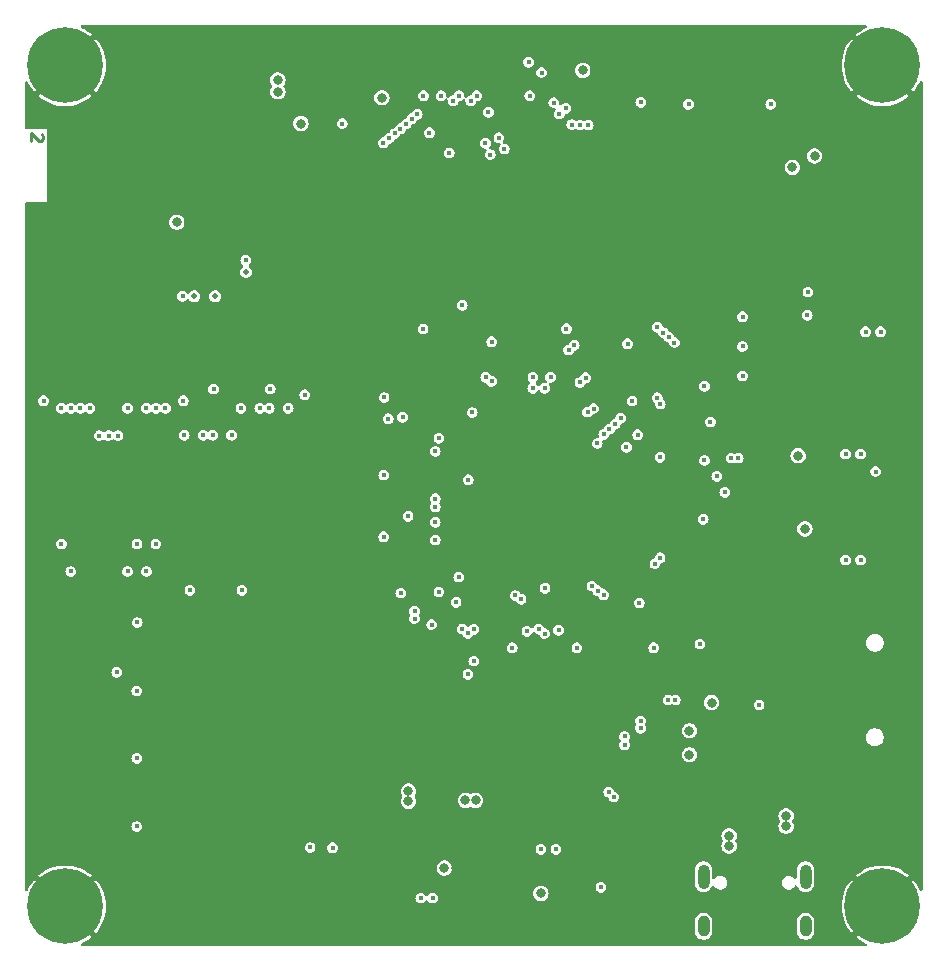
<source format=gbr>
%TF.GenerationSoftware,KiCad,Pcbnew,8.0.2*%
%TF.CreationDate,2024-07-15T20:50:26+07:00*%
%TF.ProjectId,chroma-pixel-h743,6368726f-6d61-42d7-9069-78656c2d6837,rev?*%
%TF.SameCoordinates,Original*%
%TF.FileFunction,Copper,L2,Inr*%
%TF.FilePolarity,Positive*%
%FSLAX46Y46*%
G04 Gerber Fmt 4.6, Leading zero omitted, Abs format (unit mm)*
G04 Created by KiCad (PCBNEW 8.0.2) date 2024-07-15 20:50:26*
%MOMM*%
%LPD*%
G01*
G04 APERTURE LIST*
%ADD10C,0.250000*%
%TA.AperFunction,NonConductor*%
%ADD11C,0.250000*%
%TD*%
%TA.AperFunction,ComponentPad*%
%ADD12C,0.800000*%
%TD*%
%TA.AperFunction,ComponentPad*%
%ADD13C,6.400000*%
%TD*%
%TA.AperFunction,ComponentPad*%
%ADD14O,1.000000X2.100000*%
%TD*%
%TA.AperFunction,ComponentPad*%
%ADD15O,1.000000X1.800000*%
%TD*%
%TA.AperFunction,ViaPad*%
%ADD16C,0.800000*%
%TD*%
%TA.AperFunction,ViaPad*%
%ADD17C,0.400000*%
%TD*%
%TA.AperFunction,ViaPad*%
%ADD18C,0.350000*%
%TD*%
%TA.AperFunction,ViaPad*%
%ADD19C,0.500000*%
%TD*%
G04 APERTURE END LIST*
D10*
D11*
X107618542Y-57555749D02*
X107666161Y-57603368D01*
X107666161Y-57603368D02*
X107713780Y-57698606D01*
X107713780Y-57698606D02*
X107713780Y-57936701D01*
X107713780Y-57936701D02*
X107666161Y-58031939D01*
X107666161Y-58031939D02*
X107618542Y-58079558D01*
X107618542Y-58079558D02*
X107523304Y-58127177D01*
X107523304Y-58127177D02*
X107428066Y-58127177D01*
X107428066Y-58127177D02*
X107285209Y-58079558D01*
X107285209Y-58079558D02*
X106713780Y-57508130D01*
X106713780Y-57508130D02*
X106713780Y-58127177D01*
D12*
%TO.N,GND*%
%TO.C,H3*%
X181197300Y-122941100D03*
X180494356Y-124638156D03*
X180494356Y-121244044D03*
X178797300Y-125341100D03*
D13*
X178797300Y-122941100D03*
D12*
X178797300Y-120541100D03*
X177100244Y-124638156D03*
X177100244Y-121244044D03*
X176397300Y-122941100D03*
%TD*%
%TO.N,GND*%
%TO.C,H4*%
X111997300Y-122941100D03*
X111294356Y-124638156D03*
X111294356Y-121244044D03*
X109597300Y-125341100D03*
D13*
X109597300Y-122941100D03*
D12*
X109597300Y-120541100D03*
X107900244Y-124638156D03*
X107900244Y-121244044D03*
X107197300Y-122941100D03*
%TD*%
D14*
%TO.N,/MCU/SHIELD*%
%TO.C,J4*%
X163651700Y-120426900D03*
D15*
X163651700Y-124626900D03*
D14*
X172291700Y-120426900D03*
D15*
X172291700Y-124626900D03*
%TD*%
D12*
%TO.N,GND*%
%TO.C,H1*%
X111997300Y-51741100D03*
X111294356Y-53438156D03*
X111294356Y-50044044D03*
X109597300Y-54141100D03*
D13*
X109597300Y-51741100D03*
D12*
X109597300Y-49341100D03*
X107900244Y-53438156D03*
X107900244Y-50044044D03*
X107197300Y-51741100D03*
%TD*%
%TO.N,GND*%
%TO.C,H2*%
X181197300Y-51741100D03*
X180494356Y-53438156D03*
X180494356Y-50044044D03*
X178797300Y-54141100D03*
D13*
X178797300Y-51741100D03*
D12*
X178797300Y-49341100D03*
X177100244Y-53438156D03*
X177100244Y-50044044D03*
X176397300Y-51741100D03*
%TD*%
D16*
%TO.N,GND*%
X176098200Y-59766200D03*
%TO.N,+3V3*%
X173050200Y-59410600D03*
%TO.N,VBAT*%
X171170600Y-60375800D03*
%TO.N,GND*%
X133172200Y-120091200D03*
D17*
X136575800Y-90694400D03*
D18*
X144602200Y-124942600D03*
D16*
X162483800Y-104775000D03*
X147940400Y-52171600D03*
X115493800Y-58521600D03*
D17*
X145846800Y-71005700D03*
D16*
X131292600Y-115900200D03*
X152425400Y-125425200D03*
X135407400Y-123190000D03*
X151155400Y-125425200D03*
D17*
X127687100Y-94589600D03*
X123607100Y-96189800D03*
D16*
X176987200Y-116459000D03*
D17*
X145923000Y-73177400D03*
D16*
X174904400Y-116408200D03*
D17*
X114960400Y-102997000D03*
X149428200Y-71907400D03*
X147967700Y-69342000D03*
X163703000Y-91135200D03*
X145846800Y-71647050D03*
D16*
X172213500Y-118289300D03*
D17*
X151968200Y-101041200D03*
X150012400Y-72288400D03*
X157097700Y-71882000D03*
X163753800Y-77952600D03*
X147199350Y-69342000D03*
D16*
X135940800Y-52171600D03*
D17*
X149758400Y-73177400D03*
D16*
X168910000Y-111429800D03*
X178206400Y-93395800D03*
D17*
X129287100Y-94589600D03*
X153085800Y-72612200D03*
D16*
X176309600Y-89140400D03*
D17*
X152984200Y-74650600D03*
X121207100Y-79146400D03*
X145846800Y-72288400D03*
X128574800Y-79178600D03*
D16*
X180187600Y-64058800D03*
X121361200Y-54762400D03*
X154482800Y-52171600D03*
D17*
X170967400Y-77089000D03*
X146431000Y-69342000D03*
X145846800Y-69723000D03*
D16*
X130022600Y-55346600D03*
D17*
X137302100Y-98069400D03*
D16*
X172237400Y-87223600D03*
D19*
X109296200Y-65582800D03*
D16*
X115519200Y-61747400D03*
X150940400Y-52171600D03*
X128752600Y-49453800D03*
D17*
X115671600Y-109448600D03*
D16*
X146439600Y-109760000D03*
D17*
X158953200Y-104749600D03*
D16*
X138667200Y-109302800D03*
X121691400Y-66116200D03*
X178866800Y-111429800D03*
D17*
X178638200Y-79222600D03*
X119207100Y-96189800D03*
X158470600Y-101041200D03*
D16*
X166854100Y-115495300D03*
D18*
X137795000Y-124942600D03*
D17*
X150012400Y-70364350D03*
X115671600Y-115214400D03*
D16*
X180187600Y-56743600D03*
D17*
X156692600Y-73660000D03*
X150012400Y-69723000D03*
D19*
X174425300Y-123367800D03*
D17*
X136601200Y-78897600D03*
X146507200Y-70510400D03*
D19*
X160705800Y-122581900D03*
D16*
X135466800Y-109175800D03*
X130352800Y-49453800D03*
D17*
X126007100Y-79146400D03*
D19*
X109296200Y-71323200D03*
D17*
X108487100Y-94589600D03*
X172440600Y-73863200D03*
X148736050Y-69342000D03*
D19*
X122097800Y-68725900D03*
D17*
X150012400Y-71005700D03*
D16*
X144890200Y-109252000D03*
D17*
X150012400Y-71647050D03*
X149504400Y-69342000D03*
D16*
X164542700Y-118289300D03*
D19*
X124208000Y-71018400D03*
D16*
X168122600Y-97637600D03*
D17*
X136017000Y-98323400D03*
X145897600Y-74168000D03*
X140970000Y-72720200D03*
X168249600Y-49784000D03*
X119608600Y-79178600D03*
X108487100Y-78486000D03*
X163728400Y-86131400D03*
X145846800Y-70364350D03*
D16*
X148615400Y-117906800D03*
X115519200Y-55295800D03*
X178841400Y-95910400D03*
D17*
X136575800Y-85464400D03*
D16*
X163679100Y-118289300D03*
X171349900Y-118289300D03*
D17*
X146481800Y-101041200D03*
D16*
X141935200Y-52171600D03*
X147963600Y-109226600D03*
X127152400Y-123190000D03*
D17*
X115493800Y-97409000D03*
X163474400Y-49784000D03*
D16*
X164668200Y-106975000D03*
X142722600Y-119710200D03*
D17*
%TO.N,Net-(C34-Pad1)*%
X158216600Y-97256600D03*
X141249000Y-96316800D03*
D16*
%TO.N,VDD*%
X144356800Y-113976400D03*
X127609600Y-53975000D03*
X119049800Y-65024000D03*
X127609600Y-52984400D03*
D19*
X124917200Y-69240400D03*
D16*
X143493200Y-113976400D03*
D17*
%TO.N,+3V3*%
X172491400Y-70942200D03*
D16*
X149885400Y-121843800D03*
D17*
X107772200Y-80138600D03*
D16*
X129565400Y-56667400D03*
D17*
X138023600Y-96424400D03*
X113969800Y-103124000D03*
X147447000Y-101041200D03*
X152933400Y-101041200D03*
X139903200Y-74059400D03*
X163347400Y-100736400D03*
X136575800Y-91654400D03*
D16*
X164338000Y-105689400D03*
D17*
X143230600Y-72059800D03*
X126967100Y-79146400D03*
D16*
X162458400Y-108077000D03*
D17*
X163728400Y-85191600D03*
X119608600Y-80138600D03*
X145719800Y-75133200D03*
X166954200Y-78028800D03*
X163626800Y-90170000D03*
X136601200Y-79857600D03*
X158343600Y-54864000D03*
D16*
X153441400Y-52171600D03*
X162458400Y-110109000D03*
X172237400Y-90982800D03*
D17*
X152044400Y-74041000D03*
X166954200Y-75539600D03*
D16*
X138665900Y-113189000D03*
X138665900Y-114052600D03*
D17*
X136575800Y-86424400D03*
X163728400Y-78917800D03*
D16*
X141706600Y-119710200D03*
D17*
X159435800Y-101041200D03*
X122167100Y-79146400D03*
X166954200Y-73025000D03*
D16*
X171653200Y-84785200D03*
X136423400Y-54483000D03*
D17*
X120167100Y-96189800D03*
X124567100Y-96189800D03*
X129899222Y-79628895D03*
X172440600Y-72901000D03*
%TO.N,/LCD/LCD_SPI_DAT*%
X137033000Y-57912000D03*
X145592800Y-59291200D03*
%TO.N,/LCD/LCD_SPI_CLK*%
X137515600Y-57505600D03*
X146329400Y-57867800D03*
%TO.N,/LCD/LCD_SPI_CS*%
X137995600Y-57099200D03*
X145184024Y-58341424D03*
%TO.N,/LCD/LCD_TP_INT*%
X154203400Y-95834200D03*
X152494576Y-56750624D03*
%TO.N,/LCD/LCD_TP_SCL*%
X155201583Y-96561211D03*
X153898600Y-56794400D03*
%TO.N,/LCD/LCD_TP_SDA*%
X154711400Y-96215200D03*
X153195978Y-56780274D03*
%TO.N,/LCD/LCD_R4*%
X139420600Y-55880000D03*
X148940400Y-54305200D03*
%TO.N,/LCD/LCD_R5*%
X156641820Y-81622520D03*
X160712400Y-74726800D03*
%TO.N,/LCD/LCD_RESET*%
X146786600Y-58816200D03*
X136550400Y-58293000D03*
%TO.N,/LCD/LCD_G7*%
X157604900Y-80162400D03*
X160238349Y-74358998D03*
%TO.N,/LCD/LCD_R6*%
X138470600Y-56700116D03*
X149936200Y-52349400D03*
%TO.N,/IO/STEMMA_SDA*%
X177371200Y-74283800D03*
X140710100Y-122250200D03*
%TO.N,/IO/STEMMA_SCL*%
X178641200Y-74283800D03*
X139710100Y-122250200D03*
%TO.N,/LCD/LCD_DE*%
X140440400Y-57449774D03*
X142113000Y-59157600D03*
%TO.N,/LCD/LCD_B6*%
X151437400Y-55862200D03*
X143947300Y-54737000D03*
%TO.N,/LCD/HSYNC*%
X141427200Y-54305200D03*
X155683800Y-82529806D03*
%TO.N,/LCD/LCD_B7*%
X144447300Y-54305200D03*
X151993600Y-55372000D03*
%TO.N,/LCD/LCD_B4*%
X142947300Y-54305200D03*
X157124400Y-84074000D03*
%TO.N,/LCD/LCD_B3*%
X142447300Y-54737000D03*
X150977600Y-54889400D03*
%TO.N,/LCD/LCD_CLK*%
X155208800Y-82981800D03*
X139940400Y-54305200D03*
%TO.N,/LCD/LCD_G6*%
X156158800Y-82105539D03*
X159740600Y-73914000D03*
%TO.N,/LCD/LCD_G3*%
X145440400Y-55720000D03*
X158079901Y-83002851D03*
%TO.N,/LCD/LCD_R7*%
X161188400Y-75209400D03*
X154659937Y-83749400D03*
%TO.N,/LCD/LCD_R3*%
X138945600Y-56261000D03*
X148844000Y-51485800D03*
D16*
%TO.N,VBUS*%
X170638700Y-116155700D03*
X170638700Y-115292100D03*
X165812700Y-117832100D03*
X165812700Y-116968500D03*
D17*
%TO.N,/LCD/LCD_BLK*%
X133070600Y-56667400D03*
X138176000Y-81534000D03*
%TO.N,/MCU/BOOT0*%
X115671600Y-104698800D03*
X164236400Y-81924400D03*
%TO.N,/MCU/BTN0*%
X115671600Y-110413800D03*
X139192000Y-98577400D03*
%TO.N,/MCU/BTN1*%
X139192000Y-97967800D03*
X115671600Y-116179600D03*
%TO.N,/IO/NRST*%
X143725400Y-86817200D03*
X115697000Y-98907600D03*
X154965400Y-121335800D03*
%TO.N,/IO/SWCLK*%
X156972000Y-109270800D03*
X151155400Y-118110000D03*
%TO.N,/IO/SWDIO*%
X156972000Y-108559600D03*
X149885400Y-118110000D03*
%TO.N,/MCU/SDRAM_ADD10*%
X140944600Y-88424400D03*
X112487100Y-83083400D03*
%TO.N,/MCU/SDRAM_DQ4*%
X140944600Y-89103200D03*
X123687100Y-83052000D03*
%TO.N,/MCU/SDRAM_DQ2*%
X159537400Y-93924400D03*
X126087100Y-80772000D03*
%TO.N,/MCU/SDRAM_DQ13*%
X143703800Y-99833572D03*
X143703800Y-103295036D03*
%TO.N,/MCU/SDRAM_DQ6*%
X121287100Y-83052000D03*
X140944600Y-90424400D03*
%TO.N,/MCU/SDRAM_ADD0*%
X154355800Y-80797400D03*
X111687100Y-80772000D03*
%TO.N,/MCU/SDRAM_DQ0*%
X128487100Y-80772000D03*
X147703800Y-96621600D03*
%TO.N,/MCU/SDRAM_ADD3*%
X153187400Y-78587600D03*
X109287100Y-80772000D03*
%TO.N,/MCU/SDRAM_DQ5*%
X138633200Y-89924400D03*
X122087100Y-83052000D03*
%TO.N,/MCU/SDRAM_DQ7*%
X140944600Y-91924400D03*
X119687100Y-83052000D03*
%TO.N,/MCU/SDRAM_DQ1*%
X126887100Y-80772000D03*
X148203800Y-96951800D03*
%TO.N,/MCU/SDRAM_DQ3*%
X124487100Y-80772000D03*
X159969200Y-93424400D03*
%TO.N,/MCU/SDRAM_DQ14*%
X144203800Y-99491800D03*
X144203800Y-102184200D03*
%TO.N,/MCU/SDRAM_ADD5*%
X110087100Y-94589600D03*
X152228800Y-75844400D03*
%TO.N,/MCU/SDRAM_ADD2*%
X153660100Y-78181200D03*
X110087100Y-80772000D03*
%TO.N,/MCU/SDRAM_ADD1*%
X153837344Y-81099400D03*
X110887100Y-80772000D03*
%TO.N,/MCU/SDRAM_ADD4*%
X109287100Y-92252800D03*
X152703800Y-75438000D03*
%TO.N,/MCU/LED_0*%
X166598600Y-84988400D03*
X169341800Y-55041800D03*
%TO.N,/MCU/LED_1*%
X165989000Y-84988400D03*
X162382200Y-55041800D03*
%TO.N,VBAT*%
X157226000Y-75311000D03*
%TO.N,/IO/DBG_USART_TX*%
X160655000Y-105460800D03*
X155625800Y-113258600D03*
%TO.N,/IO/DBG_USART_RX*%
X161264600Y-105460800D03*
X156050066Y-113682866D03*
%TO.N,/IO/EXT_RX*%
X130342600Y-117957600D03*
X165455600Y-87884000D03*
%TO.N,/IO/EXT_TX*%
X164770637Y-86538637D03*
X132242600Y-117983000D03*
%TO.N,/MEMORY/SD_DAT0*%
X158318200Y-107238800D03*
X142703800Y-97205800D03*
%TO.N,/MCU/SDRAM_ADD12*%
X114887100Y-94589600D03*
X148703800Y-99653545D03*
%TO.N,/MEMORY/SD_DAT1*%
X143205200Y-99466400D03*
X158318200Y-107873800D03*
%TO.N,/MEMORY/SD_CLK*%
X150228800Y-96012000D03*
X168351200Y-105892600D03*
%TO.N,/Audio/I2S_SD_MODE*%
X145706987Y-78494612D03*
X124891800Y-68249800D03*
%TO.N,/MEMORY/NOR_IO3*%
X175674600Y-84658200D03*
X150703800Y-78155800D03*
%TO.N,/MEMORY/NOR_DI(IO0)*%
X149199600Y-79077800D03*
X178214600Y-86131400D03*
%TO.N,/MEMORY/NOR_DO(IO1)*%
X175674600Y-93624400D03*
X149203800Y-78155800D03*
%TO.N,/MEMORY/NOR_IO2*%
X150203800Y-79077800D03*
X176944600Y-93624400D03*
%TO.N,/MEMORY/NOR_CLK*%
X140944600Y-84424400D03*
X176944600Y-84658200D03*
D19*
%TO.N,/Audio/I2S_CK*%
X120546500Y-71297800D03*
D17*
X142924639Y-95071039D03*
D19*
%TO.N,/Audio/I2S_SDO*%
X122301000Y-71297800D03*
D17*
X145211800Y-78155800D03*
%TO.N,/Audio/I2S_WS*%
X119546500Y-71297800D03*
X140639800Y-99085400D03*
%TO.N,/MCU/~{SDRAM_WE}*%
X117287100Y-80772000D03*
X144069264Y-81127136D03*
%TO.N,/MCU/~{SDRAM_CAS}*%
X159969200Y-84924400D03*
X116487100Y-80772000D03*
%TO.N,/MCU/SDRAM_CKE*%
X115687100Y-92252800D03*
X141249400Y-83312000D03*
%TO.N,/MCU/~{SDRAM_CS}*%
X136956800Y-81649400D03*
X114887100Y-80772000D03*
%TO.N,/MCU/SDRAM_BA0*%
X114087100Y-83083400D03*
X149703800Y-99466400D03*
%TO.N,/MCU/SDRAM_CLK*%
X151384000Y-99568000D03*
X116487100Y-94589600D03*
%TO.N,/MCU/SDRAM_LDQM*%
X159994600Y-80416400D03*
X118087100Y-80772000D03*
%TO.N,/MCU/SDRAM_BA1*%
X150203800Y-99847400D03*
X113287100Y-83083400D03*
%TO.N,/MCU/SDRAM_UDQM*%
X159729900Y-79877944D03*
X117287100Y-92252800D03*
%TD*%
%TA.AperFunction,Conductor*%
%TO.N,GND*%
G36*
X177433525Y-48360785D02*
G01*
X177479280Y-48413589D01*
X177489224Y-48482747D01*
X177460199Y-48546303D01*
X177418552Y-48577639D01*
X177178925Y-48688502D01*
X177178912Y-48688509D01*
X176858381Y-48881365D01*
X176858374Y-48881370D01*
X176560532Y-49107783D01*
X176538452Y-49128697D01*
X176538452Y-49128698D01*
X177856601Y-50446848D01*
X177754970Y-50520688D01*
X177576888Y-50698770D01*
X177503048Y-50800401D01*
X176187325Y-49484678D01*
X176187324Y-49484679D01*
X176046751Y-49650174D01*
X176046744Y-49650184D01*
X175836801Y-49959826D01*
X175661570Y-50290346D01*
X175661561Y-50290364D01*
X175523093Y-50637895D01*
X175523091Y-50637902D01*
X175423014Y-50998349D01*
X175423008Y-50998375D01*
X175362488Y-51367527D01*
X175362486Y-51367544D01*
X175342233Y-51741097D01*
X175342233Y-51741102D01*
X175362486Y-52114655D01*
X175362488Y-52114672D01*
X175423008Y-52483824D01*
X175423014Y-52483850D01*
X175523091Y-52844297D01*
X175523093Y-52844304D01*
X175661561Y-53191835D01*
X175661570Y-53191853D01*
X175836801Y-53522373D01*
X176046744Y-53832016D01*
X176187324Y-53997519D01*
X176187325Y-53997520D01*
X177503047Y-52681797D01*
X177576888Y-52783430D01*
X177754970Y-52961512D01*
X177856601Y-53035351D01*
X176538452Y-54353500D01*
X176538452Y-54353501D01*
X176560535Y-54374420D01*
X176560536Y-54374421D01*
X176858365Y-54600823D01*
X176858381Y-54600834D01*
X177178912Y-54793690D01*
X177178925Y-54793697D01*
X177518437Y-54950772D01*
X177872972Y-55070230D01*
X178238333Y-55150652D01*
X178610244Y-55191099D01*
X178610252Y-55191100D01*
X178984348Y-55191100D01*
X178984355Y-55191099D01*
X179356266Y-55150652D01*
X179721627Y-55070230D01*
X180076162Y-54950772D01*
X180415674Y-54793697D01*
X180415687Y-54793690D01*
X180736218Y-54600834D01*
X180736225Y-54600829D01*
X181034072Y-54374412D01*
X181056146Y-54353501D01*
X181056146Y-54353499D01*
X179737998Y-53035351D01*
X179839630Y-52961512D01*
X180017712Y-52783430D01*
X180091551Y-52681798D01*
X181407273Y-53997519D01*
X181547853Y-53832017D01*
X181547864Y-53832003D01*
X181757798Y-53522373D01*
X181933029Y-53191853D01*
X181933038Y-53191835D01*
X181958107Y-53128917D01*
X182001207Y-53073925D01*
X182067196Y-53050964D01*
X182135123Y-53067325D01*
X182183422Y-53117813D01*
X182197300Y-53174814D01*
X182197300Y-121507385D01*
X182177615Y-121574424D01*
X182124811Y-121620179D01*
X182055653Y-121630123D01*
X181992097Y-121601098D01*
X181958107Y-121553282D01*
X181933038Y-121490365D01*
X181933029Y-121490346D01*
X181757798Y-121159826D01*
X181547855Y-120850183D01*
X181407274Y-120684679D01*
X181407273Y-120684679D01*
X180091551Y-122000400D01*
X180017712Y-121898770D01*
X179839630Y-121720688D01*
X179737998Y-121646848D01*
X181056147Y-120328699D01*
X181056146Y-120328697D01*
X181034064Y-120307779D01*
X181034063Y-120307778D01*
X180736234Y-120081376D01*
X180736218Y-120081365D01*
X180415687Y-119888509D01*
X180415674Y-119888502D01*
X180076162Y-119731427D01*
X179721627Y-119611969D01*
X179356266Y-119531547D01*
X178984355Y-119491100D01*
X178610244Y-119491100D01*
X178238333Y-119531547D01*
X177872972Y-119611969D01*
X177518437Y-119731427D01*
X177178925Y-119888502D01*
X177178912Y-119888509D01*
X176858381Y-120081365D01*
X176858374Y-120081370D01*
X176560532Y-120307783D01*
X176538452Y-120328697D01*
X176538452Y-120328698D01*
X177856601Y-121646847D01*
X177754970Y-121720688D01*
X177576888Y-121898770D01*
X177503048Y-122000401D01*
X176187325Y-120684678D01*
X176187324Y-120684679D01*
X176046751Y-120850174D01*
X176046744Y-120850184D01*
X175836801Y-121159826D01*
X175661570Y-121490346D01*
X175661561Y-121490364D01*
X175523093Y-121837895D01*
X175523091Y-121837902D01*
X175423014Y-122198349D01*
X175423008Y-122198375D01*
X175362488Y-122567527D01*
X175362486Y-122567544D01*
X175342233Y-122941097D01*
X175342233Y-122941102D01*
X175362486Y-123314655D01*
X175362488Y-123314672D01*
X175423008Y-123683824D01*
X175423014Y-123683850D01*
X175523091Y-124044297D01*
X175523093Y-124044304D01*
X175661561Y-124391835D01*
X175661570Y-124391853D01*
X175836801Y-124722373D01*
X176046744Y-125032016D01*
X176187324Y-125197519D01*
X176187325Y-125197520D01*
X177503047Y-123881797D01*
X177576888Y-123983430D01*
X177754970Y-124161512D01*
X177856600Y-124235351D01*
X176538452Y-125553500D01*
X176538452Y-125553501D01*
X176560535Y-125574420D01*
X176560536Y-125574421D01*
X176858365Y-125800823D01*
X176858381Y-125800834D01*
X177178912Y-125993690D01*
X177178925Y-125993697D01*
X177418552Y-126104561D01*
X177471130Y-126150575D01*
X177490484Y-126217711D01*
X177470470Y-126284652D01*
X177417441Y-126330147D01*
X177366486Y-126341100D01*
X111028114Y-126341100D01*
X110961075Y-126321415D01*
X110915320Y-126268611D01*
X110905376Y-126199453D01*
X110934401Y-126135897D01*
X110976048Y-126104561D01*
X111215674Y-125993697D01*
X111215687Y-125993690D01*
X111536218Y-125800834D01*
X111536225Y-125800829D01*
X111834072Y-125574412D01*
X111856146Y-125553501D01*
X111856146Y-125553499D01*
X110537998Y-124235351D01*
X110639630Y-124161512D01*
X110817712Y-123983430D01*
X110891551Y-123881798D01*
X112207273Y-125197519D01*
X112289411Y-125100820D01*
X162901199Y-125100820D01*
X162930040Y-125245807D01*
X162930043Y-125245817D01*
X162986612Y-125382388D01*
X162986619Y-125382401D01*
X163068748Y-125505315D01*
X163068751Y-125505319D01*
X163173280Y-125609848D01*
X163173284Y-125609851D01*
X163296198Y-125691980D01*
X163296211Y-125691987D01*
X163432782Y-125748556D01*
X163432787Y-125748558D01*
X163432791Y-125748558D01*
X163432792Y-125748559D01*
X163577779Y-125777400D01*
X163577782Y-125777400D01*
X163725620Y-125777400D01*
X163823162Y-125757996D01*
X163870613Y-125748558D01*
X164007195Y-125691984D01*
X164130116Y-125609851D01*
X164234651Y-125505316D01*
X164316784Y-125382395D01*
X164373358Y-125245813D01*
X164402200Y-125100820D01*
X171541199Y-125100820D01*
X171570040Y-125245807D01*
X171570043Y-125245817D01*
X171626612Y-125382388D01*
X171626619Y-125382401D01*
X171708748Y-125505315D01*
X171708751Y-125505319D01*
X171813280Y-125609848D01*
X171813284Y-125609851D01*
X171936198Y-125691980D01*
X171936211Y-125691987D01*
X172072782Y-125748556D01*
X172072787Y-125748558D01*
X172072791Y-125748558D01*
X172072792Y-125748559D01*
X172217779Y-125777400D01*
X172217782Y-125777400D01*
X172365620Y-125777400D01*
X172463162Y-125757996D01*
X172510613Y-125748558D01*
X172647195Y-125691984D01*
X172770116Y-125609851D01*
X172874651Y-125505316D01*
X172956784Y-125382395D01*
X173013358Y-125245813D01*
X173042200Y-125100818D01*
X173042200Y-124152982D01*
X173042200Y-124152979D01*
X173013359Y-124007992D01*
X173013358Y-124007991D01*
X173013358Y-124007987D01*
X173003186Y-123983430D01*
X172956787Y-123871411D01*
X172956780Y-123871398D01*
X172874651Y-123748484D01*
X172874648Y-123748480D01*
X172770119Y-123643951D01*
X172770115Y-123643948D01*
X172647201Y-123561819D01*
X172647188Y-123561812D01*
X172510617Y-123505243D01*
X172510607Y-123505240D01*
X172365620Y-123476400D01*
X172365618Y-123476400D01*
X172217782Y-123476400D01*
X172217780Y-123476400D01*
X172072792Y-123505240D01*
X172072782Y-123505243D01*
X171936211Y-123561812D01*
X171936198Y-123561819D01*
X171813284Y-123643948D01*
X171813280Y-123643951D01*
X171708751Y-123748480D01*
X171708748Y-123748484D01*
X171626619Y-123871398D01*
X171626612Y-123871411D01*
X171570043Y-124007982D01*
X171570040Y-124007992D01*
X171541200Y-124152979D01*
X171541200Y-124152982D01*
X171541200Y-125100818D01*
X171541200Y-125100820D01*
X171541199Y-125100820D01*
X164402200Y-125100820D01*
X164402200Y-125100818D01*
X164402200Y-124152982D01*
X164402200Y-124152979D01*
X164373359Y-124007992D01*
X164373358Y-124007991D01*
X164373358Y-124007987D01*
X164363186Y-123983430D01*
X164316787Y-123871411D01*
X164316780Y-123871398D01*
X164234651Y-123748484D01*
X164234648Y-123748480D01*
X164130119Y-123643951D01*
X164130115Y-123643948D01*
X164007201Y-123561819D01*
X164007188Y-123561812D01*
X163870617Y-123505243D01*
X163870607Y-123505240D01*
X163725620Y-123476400D01*
X163725618Y-123476400D01*
X163577782Y-123476400D01*
X163577780Y-123476400D01*
X163432792Y-123505240D01*
X163432782Y-123505243D01*
X163296211Y-123561812D01*
X163296198Y-123561819D01*
X163173284Y-123643948D01*
X163173280Y-123643951D01*
X163068751Y-123748480D01*
X163068748Y-123748484D01*
X162986619Y-123871398D01*
X162986612Y-123871411D01*
X162930043Y-124007982D01*
X162930040Y-124007992D01*
X162901200Y-124152979D01*
X162901200Y-124152982D01*
X162901200Y-125100818D01*
X162901200Y-125100820D01*
X162901199Y-125100820D01*
X112289411Y-125100820D01*
X112347853Y-125032017D01*
X112347864Y-125032003D01*
X112557798Y-124722373D01*
X112733029Y-124391853D01*
X112733038Y-124391835D01*
X112871506Y-124044304D01*
X112871508Y-124044297D01*
X112971585Y-123683850D01*
X112971591Y-123683824D01*
X113032111Y-123314672D01*
X113032113Y-123314655D01*
X113052367Y-122941102D01*
X113052367Y-122941097D01*
X113032113Y-122567544D01*
X113032111Y-122567527D01*
X112980087Y-122250200D01*
X139254967Y-122250200D01*
X139273402Y-122378425D01*
X139327217Y-122496261D01*
X139327218Y-122496263D01*
X139412051Y-122594167D01*
X139521031Y-122664204D01*
X139645325Y-122700699D01*
X139645327Y-122700700D01*
X139645328Y-122700700D01*
X139774873Y-122700700D01*
X139774873Y-122700699D01*
X139899169Y-122664204D01*
X140008149Y-122594167D01*
X140092982Y-122496263D01*
X140097306Y-122486795D01*
X140143061Y-122433991D01*
X140210100Y-122414307D01*
X140277140Y-122433992D01*
X140322894Y-122486795D01*
X140326321Y-122494300D01*
X140327218Y-122496263D01*
X140412051Y-122594167D01*
X140521031Y-122664204D01*
X140645325Y-122700699D01*
X140645327Y-122700700D01*
X140645328Y-122700700D01*
X140774873Y-122700700D01*
X140774873Y-122700699D01*
X140899169Y-122664204D01*
X141008149Y-122594167D01*
X141092982Y-122496263D01*
X141146797Y-122378426D01*
X141165233Y-122250200D01*
X141146797Y-122121974D01*
X141092982Y-122004137D01*
X141008149Y-121906233D01*
X140911000Y-121843799D01*
X149230122Y-121843799D01*
X149230122Y-121843800D01*
X149249162Y-122000618D01*
X149274114Y-122066409D01*
X149305180Y-122148323D01*
X149394917Y-122278330D01*
X149513160Y-122383083D01*
X149513162Y-122383084D01*
X149653034Y-122456496D01*
X149806414Y-122494300D01*
X149806415Y-122494300D01*
X149964385Y-122494300D01*
X150117765Y-122456496D01*
X150198148Y-122414307D01*
X150257640Y-122383083D01*
X150375883Y-122278330D01*
X150465620Y-122148323D01*
X150521637Y-122000618D01*
X150540678Y-121843800D01*
X150539755Y-121836194D01*
X150521637Y-121686981D01*
X150491787Y-121608274D01*
X150465620Y-121539277D01*
X150375883Y-121409270D01*
X150292952Y-121335800D01*
X154510267Y-121335800D01*
X154528702Y-121464025D01*
X154555361Y-121522399D01*
X154582518Y-121581863D01*
X154667351Y-121679767D01*
X154776331Y-121749804D01*
X154900625Y-121786299D01*
X154900627Y-121786300D01*
X154900628Y-121786300D01*
X155030173Y-121786300D01*
X155030173Y-121786299D01*
X155154469Y-121749804D01*
X155263449Y-121679767D01*
X155348282Y-121581863D01*
X155402097Y-121464026D01*
X155420533Y-121335800D01*
X155402097Y-121207574D01*
X155348282Y-121089737D01*
X155314561Y-121050820D01*
X162901199Y-121050820D01*
X162930040Y-121195807D01*
X162930043Y-121195817D01*
X162986612Y-121332388D01*
X162986619Y-121332401D01*
X163068748Y-121455315D01*
X163068751Y-121455319D01*
X163173280Y-121559848D01*
X163173284Y-121559851D01*
X163296198Y-121641980D01*
X163296211Y-121641987D01*
X163404840Y-121686982D01*
X163432787Y-121698558D01*
X163432791Y-121698558D01*
X163432792Y-121698559D01*
X163577779Y-121727400D01*
X163577782Y-121727400D01*
X163725620Y-121727400D01*
X163823162Y-121707996D01*
X163870613Y-121698558D01*
X164007195Y-121641984D01*
X164130116Y-121559851D01*
X164234651Y-121455316D01*
X164316784Y-121332395D01*
X164355468Y-121239002D01*
X164399308Y-121184599D01*
X164465602Y-121162534D01*
X164533302Y-121179813D01*
X164577415Y-121224454D01*
X164621185Y-121300265D01*
X164728335Y-121407415D01*
X164859565Y-121483181D01*
X165005934Y-121522400D01*
X165005936Y-121522400D01*
X165157464Y-121522400D01*
X165157466Y-121522400D01*
X165303835Y-121483181D01*
X165435065Y-121407415D01*
X165542215Y-121300265D01*
X165617981Y-121169035D01*
X165657200Y-121022666D01*
X165657200Y-120871134D01*
X170286200Y-120871134D01*
X170286200Y-121022665D01*
X170325419Y-121169036D01*
X170357416Y-121224455D01*
X170401185Y-121300265D01*
X170508335Y-121407415D01*
X170639565Y-121483181D01*
X170785934Y-121522400D01*
X170785936Y-121522400D01*
X170937464Y-121522400D01*
X170937466Y-121522400D01*
X171083835Y-121483181D01*
X171215065Y-121407415D01*
X171322215Y-121300265D01*
X171365985Y-121224452D01*
X171416549Y-121176240D01*
X171485156Y-121163016D01*
X171550021Y-121188984D01*
X171587931Y-121239002D01*
X171626614Y-121332391D01*
X171626619Y-121332401D01*
X171708748Y-121455315D01*
X171708751Y-121455319D01*
X171813280Y-121559848D01*
X171813284Y-121559851D01*
X171936198Y-121641980D01*
X171936211Y-121641987D01*
X172044840Y-121686982D01*
X172072787Y-121698558D01*
X172072791Y-121698558D01*
X172072792Y-121698559D01*
X172217779Y-121727400D01*
X172217782Y-121727400D01*
X172365620Y-121727400D01*
X172463162Y-121707996D01*
X172510613Y-121698558D01*
X172647195Y-121641984D01*
X172770116Y-121559851D01*
X172874651Y-121455316D01*
X172956784Y-121332395D01*
X173013358Y-121195813D01*
X173034458Y-121089738D01*
X173042200Y-121050820D01*
X173042200Y-119802979D01*
X173013359Y-119657992D01*
X173013358Y-119657991D01*
X173013358Y-119657987D01*
X172994297Y-119611969D01*
X172956787Y-119521411D01*
X172956780Y-119521398D01*
X172874651Y-119398484D01*
X172874648Y-119398480D01*
X172770119Y-119293951D01*
X172770115Y-119293948D01*
X172647201Y-119211819D01*
X172647188Y-119211812D01*
X172510617Y-119155243D01*
X172510607Y-119155240D01*
X172365620Y-119126400D01*
X172365618Y-119126400D01*
X172217782Y-119126400D01*
X172217780Y-119126400D01*
X172072792Y-119155240D01*
X172072782Y-119155243D01*
X171936211Y-119211812D01*
X171936198Y-119211819D01*
X171813284Y-119293948D01*
X171813280Y-119293951D01*
X171708751Y-119398480D01*
X171708748Y-119398484D01*
X171626619Y-119521398D01*
X171626612Y-119521411D01*
X171570043Y-119657982D01*
X171570040Y-119657992D01*
X171541200Y-119802979D01*
X171541200Y-120513630D01*
X171521515Y-120580669D01*
X171468711Y-120626424D01*
X171399553Y-120636368D01*
X171335997Y-120607343D01*
X171328188Y-120599055D01*
X171327962Y-120599282D01*
X171215067Y-120486387D01*
X171215065Y-120486385D01*
X171149450Y-120448502D01*
X171083836Y-120410619D01*
X171010650Y-120391009D01*
X170937466Y-120371400D01*
X170785934Y-120371400D01*
X170639563Y-120410619D01*
X170508335Y-120486385D01*
X170508332Y-120486387D01*
X170401187Y-120593532D01*
X170401185Y-120593535D01*
X170325419Y-120724763D01*
X170286200Y-120871134D01*
X165657200Y-120871134D01*
X165617981Y-120724765D01*
X165542215Y-120593535D01*
X165435065Y-120486385D01*
X165369450Y-120448502D01*
X165303836Y-120410619D01*
X165230650Y-120391009D01*
X165157466Y-120371400D01*
X165005934Y-120371400D01*
X164859563Y-120410619D01*
X164728335Y-120486385D01*
X164728332Y-120486387D01*
X164615438Y-120599282D01*
X164613419Y-120597263D01*
X164568145Y-120630320D01*
X164498398Y-120634473D01*
X164437479Y-120600259D01*
X164404728Y-120538541D01*
X164402200Y-120513630D01*
X164402200Y-119802979D01*
X164373359Y-119657992D01*
X164373358Y-119657991D01*
X164373358Y-119657987D01*
X164354297Y-119611969D01*
X164316787Y-119521411D01*
X164316780Y-119521398D01*
X164234651Y-119398484D01*
X164234648Y-119398480D01*
X164130119Y-119293951D01*
X164130115Y-119293948D01*
X164007201Y-119211819D01*
X164007188Y-119211812D01*
X163870617Y-119155243D01*
X163870607Y-119155240D01*
X163725620Y-119126400D01*
X163725618Y-119126400D01*
X163577782Y-119126400D01*
X163577780Y-119126400D01*
X163432792Y-119155240D01*
X163432782Y-119155243D01*
X163296211Y-119211812D01*
X163296198Y-119211819D01*
X163173284Y-119293948D01*
X163173280Y-119293951D01*
X163068751Y-119398480D01*
X163068748Y-119398484D01*
X162986619Y-119521398D01*
X162986612Y-119521411D01*
X162930043Y-119657982D01*
X162930040Y-119657992D01*
X162901200Y-119802979D01*
X162901200Y-119802982D01*
X162901200Y-121050818D01*
X162901200Y-121050820D01*
X162901199Y-121050820D01*
X155314561Y-121050820D01*
X155263449Y-120991833D01*
X155154469Y-120921796D01*
X155154465Y-120921794D01*
X155154464Y-120921794D01*
X155030174Y-120885300D01*
X155030172Y-120885300D01*
X154900628Y-120885300D01*
X154900626Y-120885300D01*
X154776335Y-120921794D01*
X154776332Y-120921795D01*
X154776331Y-120921796D01*
X154725077Y-120954734D01*
X154667350Y-120991833D01*
X154582518Y-121089737D01*
X154582517Y-121089738D01*
X154528702Y-121207574D01*
X154510267Y-121335800D01*
X150292952Y-121335800D01*
X150257640Y-121304517D01*
X150257638Y-121304516D01*
X150257637Y-121304515D01*
X150117765Y-121231103D01*
X149964386Y-121193300D01*
X149964385Y-121193300D01*
X149806415Y-121193300D01*
X149806414Y-121193300D01*
X149653034Y-121231103D01*
X149513162Y-121304515D01*
X149394916Y-121409271D01*
X149305181Y-121539275D01*
X149305180Y-121539276D01*
X149249162Y-121686981D01*
X149230122Y-121843799D01*
X140911000Y-121843799D01*
X140899169Y-121836196D01*
X140899165Y-121836194D01*
X140899164Y-121836194D01*
X140774874Y-121799700D01*
X140774872Y-121799700D01*
X140645328Y-121799700D01*
X140645326Y-121799700D01*
X140521035Y-121836194D01*
X140521032Y-121836195D01*
X140521031Y-121836196D01*
X140469777Y-121869134D01*
X140412050Y-121906233D01*
X140327218Y-122004137D01*
X140327216Y-122004140D01*
X140322893Y-122013606D01*
X140277137Y-122066409D01*
X140210097Y-122086092D01*
X140143058Y-122066406D01*
X140097307Y-122013606D01*
X140092983Y-122004140D01*
X140092982Y-122004138D01*
X140092982Y-122004137D01*
X140008149Y-121906233D01*
X139899169Y-121836196D01*
X139899165Y-121836194D01*
X139899164Y-121836194D01*
X139774874Y-121799700D01*
X139774872Y-121799700D01*
X139645328Y-121799700D01*
X139645326Y-121799700D01*
X139521035Y-121836194D01*
X139521032Y-121836195D01*
X139521031Y-121836196D01*
X139469777Y-121869134D01*
X139412050Y-121906233D01*
X139327218Y-122004137D01*
X139327217Y-122004138D01*
X139273402Y-122121974D01*
X139254967Y-122250200D01*
X112980087Y-122250200D01*
X112971591Y-122198375D01*
X112971585Y-122198349D01*
X112871508Y-121837902D01*
X112871506Y-121837895D01*
X112733038Y-121490364D01*
X112733029Y-121490346D01*
X112557798Y-121159826D01*
X112347855Y-120850183D01*
X112207274Y-120684679D01*
X112207273Y-120684679D01*
X110891551Y-122000401D01*
X110817712Y-121898770D01*
X110639630Y-121720688D01*
X110537998Y-121646848D01*
X111856147Y-120328699D01*
X111856146Y-120328697D01*
X111834064Y-120307779D01*
X111834063Y-120307778D01*
X111536234Y-120081376D01*
X111536218Y-120081365D01*
X111215687Y-119888509D01*
X111215674Y-119888502D01*
X110876162Y-119731427D01*
X110813160Y-119710199D01*
X141051322Y-119710199D01*
X141051322Y-119710200D01*
X141070362Y-119867018D01*
X141078513Y-119888509D01*
X141126380Y-120014723D01*
X141216117Y-120144730D01*
X141334360Y-120249483D01*
X141334362Y-120249484D01*
X141474234Y-120322896D01*
X141627614Y-120360700D01*
X141627615Y-120360700D01*
X141785585Y-120360700D01*
X141938965Y-120322896D01*
X141967760Y-120307783D01*
X142078840Y-120249483D01*
X142197083Y-120144730D01*
X142286820Y-120014723D01*
X142342837Y-119867018D01*
X142361878Y-119710200D01*
X142342837Y-119553382D01*
X142286820Y-119405677D01*
X142197083Y-119275670D01*
X142078840Y-119170917D01*
X142078838Y-119170916D01*
X142078837Y-119170915D01*
X141938965Y-119097503D01*
X141785586Y-119059700D01*
X141785585Y-119059700D01*
X141627615Y-119059700D01*
X141627614Y-119059700D01*
X141474234Y-119097503D01*
X141334362Y-119170915D01*
X141216116Y-119275671D01*
X141126381Y-119405675D01*
X141126380Y-119405676D01*
X141070362Y-119553381D01*
X141051322Y-119710199D01*
X110813160Y-119710199D01*
X110521627Y-119611969D01*
X110156266Y-119531547D01*
X109784355Y-119491100D01*
X109410244Y-119491100D01*
X109038333Y-119531547D01*
X108672972Y-119611969D01*
X108318437Y-119731427D01*
X107978925Y-119888502D01*
X107978912Y-119888509D01*
X107658381Y-120081365D01*
X107658374Y-120081370D01*
X107360532Y-120307783D01*
X107338452Y-120328697D01*
X107338452Y-120328698D01*
X108656601Y-121646847D01*
X108554970Y-121720688D01*
X108376888Y-121898770D01*
X108303048Y-122000401D01*
X106987325Y-120684678D01*
X106987324Y-120684679D01*
X106846751Y-120850174D01*
X106846744Y-120850184D01*
X106636801Y-121159826D01*
X106461570Y-121490346D01*
X106461561Y-121490365D01*
X106436493Y-121553282D01*
X106393393Y-121608274D01*
X106327403Y-121631235D01*
X106259476Y-121614874D01*
X106211178Y-121564386D01*
X106197300Y-121507385D01*
X106197300Y-117957600D01*
X129887467Y-117957600D01*
X129905902Y-118085825D01*
X129929101Y-118136623D01*
X129959718Y-118203663D01*
X130044551Y-118301567D01*
X130153531Y-118371604D01*
X130240038Y-118397004D01*
X130277825Y-118408099D01*
X130277827Y-118408100D01*
X130277828Y-118408100D01*
X130407373Y-118408100D01*
X130407373Y-118408099D01*
X130531669Y-118371604D01*
X130640649Y-118301567D01*
X130725482Y-118203663D01*
X130779297Y-118085826D01*
X130794081Y-117983000D01*
X131787467Y-117983000D01*
X131805902Y-118111225D01*
X131848118Y-118203663D01*
X131859718Y-118229063D01*
X131944551Y-118326967D01*
X132053531Y-118397004D01*
X132177825Y-118433499D01*
X132177827Y-118433500D01*
X132177828Y-118433500D01*
X132307373Y-118433500D01*
X132307373Y-118433499D01*
X132431669Y-118397004D01*
X132540649Y-118326967D01*
X132625482Y-118229063D01*
X132679297Y-118111226D01*
X132679473Y-118110000D01*
X149430267Y-118110000D01*
X149448702Y-118238225D01*
X149489230Y-118326967D01*
X149502518Y-118356063D01*
X149587351Y-118453967D01*
X149696331Y-118524004D01*
X149820625Y-118560499D01*
X149820627Y-118560500D01*
X149820628Y-118560500D01*
X149950173Y-118560500D01*
X149950173Y-118560499D01*
X150074469Y-118524004D01*
X150183449Y-118453967D01*
X150268282Y-118356063D01*
X150322097Y-118238226D01*
X150340533Y-118110000D01*
X150700267Y-118110000D01*
X150718702Y-118238225D01*
X150759230Y-118326967D01*
X150772518Y-118356063D01*
X150857351Y-118453967D01*
X150966331Y-118524004D01*
X151090625Y-118560499D01*
X151090627Y-118560500D01*
X151090628Y-118560500D01*
X151220173Y-118560500D01*
X151220173Y-118560499D01*
X151344469Y-118524004D01*
X151453449Y-118453967D01*
X151538282Y-118356063D01*
X151592097Y-118238226D01*
X151610533Y-118110000D01*
X151592097Y-117981774D01*
X151538282Y-117863937D01*
X151453449Y-117766033D01*
X151344469Y-117695996D01*
X151344465Y-117695994D01*
X151344464Y-117695994D01*
X151220174Y-117659500D01*
X151220172Y-117659500D01*
X151090628Y-117659500D01*
X151090626Y-117659500D01*
X150966335Y-117695994D01*
X150966332Y-117695995D01*
X150966331Y-117695996D01*
X150915077Y-117728934D01*
X150857350Y-117766033D01*
X150772518Y-117863937D01*
X150772517Y-117863938D01*
X150718702Y-117981774D01*
X150700267Y-118110000D01*
X150340533Y-118110000D01*
X150322097Y-117981774D01*
X150268282Y-117863937D01*
X150183449Y-117766033D01*
X150074469Y-117695996D01*
X150074465Y-117695994D01*
X150074464Y-117695994D01*
X149950174Y-117659500D01*
X149950172Y-117659500D01*
X149820628Y-117659500D01*
X149820626Y-117659500D01*
X149696335Y-117695994D01*
X149696332Y-117695995D01*
X149696331Y-117695996D01*
X149645077Y-117728934D01*
X149587350Y-117766033D01*
X149502518Y-117863937D01*
X149502517Y-117863938D01*
X149448702Y-117981774D01*
X149430267Y-118110000D01*
X132679473Y-118110000D01*
X132697733Y-117983000D01*
X132679297Y-117854774D01*
X132625482Y-117736937D01*
X132540649Y-117639033D01*
X132431669Y-117568996D01*
X132431665Y-117568994D01*
X132431664Y-117568994D01*
X132307374Y-117532500D01*
X132307372Y-117532500D01*
X132177828Y-117532500D01*
X132177826Y-117532500D01*
X132053535Y-117568994D01*
X132053532Y-117568995D01*
X132053531Y-117568996D01*
X132002277Y-117601934D01*
X131944550Y-117639033D01*
X131859718Y-117736937D01*
X131859717Y-117736938D01*
X131805902Y-117854774D01*
X131787467Y-117983000D01*
X130794081Y-117983000D01*
X130797733Y-117957600D01*
X130779297Y-117829374D01*
X130725482Y-117711537D01*
X130640649Y-117613633D01*
X130531669Y-117543596D01*
X130531665Y-117543594D01*
X130531664Y-117543594D01*
X130407374Y-117507100D01*
X130407372Y-117507100D01*
X130277828Y-117507100D01*
X130277826Y-117507100D01*
X130153535Y-117543594D01*
X130153532Y-117543595D01*
X130153531Y-117543596D01*
X130114011Y-117568994D01*
X130044550Y-117613633D01*
X129959718Y-117711537D01*
X129959717Y-117711538D01*
X129905902Y-117829374D01*
X129887467Y-117957600D01*
X106197300Y-117957600D01*
X106197300Y-116968499D01*
X165157422Y-116968499D01*
X165157422Y-116968500D01*
X165176462Y-117125318D01*
X165232480Y-117273023D01*
X165271712Y-117329861D01*
X165293594Y-117396215D01*
X165276128Y-117463867D01*
X165271712Y-117470739D01*
X165232480Y-117527576D01*
X165176462Y-117675281D01*
X165157422Y-117832099D01*
X165157422Y-117832100D01*
X165176462Y-117988918D01*
X165213215Y-118085825D01*
X165232480Y-118136623D01*
X165322217Y-118266630D01*
X165440460Y-118371383D01*
X165440462Y-118371384D01*
X165580334Y-118444796D01*
X165733714Y-118482600D01*
X165733715Y-118482600D01*
X165891685Y-118482600D01*
X166045065Y-118444796D01*
X166114984Y-118408099D01*
X166184940Y-118371383D01*
X166303183Y-118266630D01*
X166392920Y-118136623D01*
X166448937Y-117988918D01*
X166467978Y-117832100D01*
X166448937Y-117675282D01*
X166392920Y-117527577D01*
X166353687Y-117470739D01*
X166331805Y-117404386D01*
X166349270Y-117336734D01*
X166353684Y-117329865D01*
X166392920Y-117273023D01*
X166448937Y-117125318D01*
X166467978Y-116968500D01*
X166448937Y-116811682D01*
X166392920Y-116663977D01*
X166303183Y-116533970D01*
X166184940Y-116429217D01*
X166184938Y-116429216D01*
X166184937Y-116429215D01*
X166045065Y-116355803D01*
X165891686Y-116318000D01*
X165891685Y-116318000D01*
X165733715Y-116318000D01*
X165733714Y-116318000D01*
X165580334Y-116355803D01*
X165440462Y-116429215D01*
X165322216Y-116533971D01*
X165232481Y-116663975D01*
X165232480Y-116663976D01*
X165176462Y-116811681D01*
X165157422Y-116968499D01*
X106197300Y-116968499D01*
X106197300Y-116179600D01*
X115216467Y-116179600D01*
X115234902Y-116307825D01*
X115256814Y-116355804D01*
X115288718Y-116425663D01*
X115373551Y-116523567D01*
X115482531Y-116593604D01*
X115606825Y-116630099D01*
X115606827Y-116630100D01*
X115606828Y-116630100D01*
X115736373Y-116630100D01*
X115736373Y-116630099D01*
X115860669Y-116593604D01*
X115969649Y-116523567D01*
X116054482Y-116425663D01*
X116108297Y-116307826D01*
X116126733Y-116179600D01*
X116108297Y-116051374D01*
X116054482Y-115933537D01*
X115969649Y-115835633D01*
X115860669Y-115765596D01*
X115860665Y-115765594D01*
X115860664Y-115765594D01*
X115736374Y-115729100D01*
X115736372Y-115729100D01*
X115606828Y-115729100D01*
X115606826Y-115729100D01*
X115482535Y-115765594D01*
X115482532Y-115765595D01*
X115482531Y-115765596D01*
X115448499Y-115787467D01*
X115373550Y-115835633D01*
X115288718Y-115933537D01*
X115288717Y-115933538D01*
X115234902Y-116051374D01*
X115216467Y-116179600D01*
X106197300Y-116179600D01*
X106197300Y-115292099D01*
X169983422Y-115292099D01*
X169983422Y-115292100D01*
X170002462Y-115448918D01*
X170058480Y-115596623D01*
X170097712Y-115653461D01*
X170119594Y-115719815D01*
X170102128Y-115787467D01*
X170097712Y-115794339D01*
X170058480Y-115851176D01*
X170002462Y-115998881D01*
X169983422Y-116155699D01*
X169983422Y-116155700D01*
X170002462Y-116312518D01*
X170045372Y-116425661D01*
X170058480Y-116460223D01*
X170148217Y-116590230D01*
X170266460Y-116694983D01*
X170266462Y-116694984D01*
X170406334Y-116768396D01*
X170559714Y-116806200D01*
X170559715Y-116806200D01*
X170717685Y-116806200D01*
X170871065Y-116768396D01*
X171010940Y-116694983D01*
X171129183Y-116590230D01*
X171218920Y-116460223D01*
X171274937Y-116312518D01*
X171293978Y-116155700D01*
X171274937Y-115998882D01*
X171218920Y-115851177D01*
X171179687Y-115794339D01*
X171157805Y-115727986D01*
X171175270Y-115660334D01*
X171179684Y-115653465D01*
X171218920Y-115596623D01*
X171274937Y-115448918D01*
X171293978Y-115292100D01*
X171274937Y-115135282D01*
X171218920Y-114987577D01*
X171129183Y-114857570D01*
X171010940Y-114752817D01*
X171010938Y-114752816D01*
X171010937Y-114752815D01*
X170871065Y-114679403D01*
X170717686Y-114641600D01*
X170717685Y-114641600D01*
X170559715Y-114641600D01*
X170559714Y-114641600D01*
X170406334Y-114679403D01*
X170266462Y-114752815D01*
X170148216Y-114857571D01*
X170058481Y-114987575D01*
X170058480Y-114987576D01*
X170002462Y-115135281D01*
X169983422Y-115292099D01*
X106197300Y-115292099D01*
X106197300Y-113188999D01*
X138010622Y-113188999D01*
X138010622Y-113189000D01*
X138029662Y-113345818D01*
X138085680Y-113493523D01*
X138124912Y-113550361D01*
X138146794Y-113616715D01*
X138129328Y-113684367D01*
X138124912Y-113691239D01*
X138085680Y-113748076D01*
X138029662Y-113895781D01*
X138010622Y-114052599D01*
X138010622Y-114052600D01*
X138029662Y-114209418D01*
X138085680Y-114357123D01*
X138175417Y-114487130D01*
X138293660Y-114591883D01*
X138293662Y-114591884D01*
X138433534Y-114665296D01*
X138586914Y-114703100D01*
X138586915Y-114703100D01*
X138744885Y-114703100D01*
X138898265Y-114665296D01*
X138943413Y-114641600D01*
X139038140Y-114591883D01*
X139156383Y-114487130D01*
X139246120Y-114357123D01*
X139302137Y-114209418D01*
X139321178Y-114052600D01*
X139311926Y-113976399D01*
X142837922Y-113976399D01*
X142837922Y-113976400D01*
X142856962Y-114133218D01*
X142912980Y-114280923D01*
X143002717Y-114410930D01*
X143120960Y-114515683D01*
X143120962Y-114515684D01*
X143260834Y-114589096D01*
X143414214Y-114626900D01*
X143414215Y-114626900D01*
X143572185Y-114626900D01*
X143725565Y-114589096D01*
X143865440Y-114515683D01*
X143865441Y-114515681D01*
X143867373Y-114514668D01*
X143935882Y-114500942D01*
X143982627Y-114514668D01*
X143984558Y-114515681D01*
X143984560Y-114515683D01*
X144124435Y-114589096D01*
X144135743Y-114591883D01*
X144277814Y-114626900D01*
X144277815Y-114626900D01*
X144435785Y-114626900D01*
X144589165Y-114589096D01*
X144729040Y-114515683D01*
X144847283Y-114410930D01*
X144937020Y-114280923D01*
X144993037Y-114133218D01*
X145012078Y-113976400D01*
X144993037Y-113819582D01*
X144937020Y-113671877D01*
X144847283Y-113541870D01*
X144729040Y-113437117D01*
X144729038Y-113437116D01*
X144729037Y-113437115D01*
X144589165Y-113363703D01*
X144435786Y-113325900D01*
X144435785Y-113325900D01*
X144277815Y-113325900D01*
X144277814Y-113325900D01*
X144124434Y-113363703D01*
X143982626Y-113438131D01*
X143914118Y-113451857D01*
X143867374Y-113438131D01*
X143725565Y-113363703D01*
X143572186Y-113325900D01*
X143572185Y-113325900D01*
X143414215Y-113325900D01*
X143414214Y-113325900D01*
X143260834Y-113363703D01*
X143120962Y-113437115D01*
X143002716Y-113541871D01*
X142912981Y-113671875D01*
X142912980Y-113671876D01*
X142856962Y-113819581D01*
X142837922Y-113976399D01*
X139311926Y-113976399D01*
X139306162Y-113928927D01*
X139302137Y-113895781D01*
X139265632Y-113799527D01*
X139246120Y-113748077D01*
X139206887Y-113691239D01*
X139185005Y-113624886D01*
X139202470Y-113557234D01*
X139206884Y-113550365D01*
X139246120Y-113493523D01*
X139302137Y-113345818D01*
X139312727Y-113258600D01*
X155170667Y-113258600D01*
X155189102Y-113386825D01*
X155211927Y-113436803D01*
X155242918Y-113504663D01*
X155327751Y-113602567D01*
X155436731Y-113672604D01*
X155523903Y-113698199D01*
X155582680Y-113735972D01*
X155611706Y-113799527D01*
X155613368Y-113811091D01*
X155652046Y-113895782D01*
X155667184Y-113928929D01*
X155752017Y-114026833D01*
X155860997Y-114096870D01*
X155984790Y-114133218D01*
X155985291Y-114133365D01*
X155985293Y-114133366D01*
X155985294Y-114133366D01*
X156114839Y-114133366D01*
X156114839Y-114133365D01*
X156239135Y-114096870D01*
X156348115Y-114026833D01*
X156432948Y-113928929D01*
X156486763Y-113811092D01*
X156505199Y-113682866D01*
X156486763Y-113554640D01*
X156432948Y-113436803D01*
X156348115Y-113338899D01*
X156239135Y-113268862D01*
X156239131Y-113268860D01*
X156239130Y-113268860D01*
X156151963Y-113243266D01*
X156093185Y-113205492D01*
X156064159Y-113141937D01*
X156064159Y-113141933D01*
X156062497Y-113130375D01*
X156017654Y-113032182D01*
X156008682Y-113012537D01*
X155923849Y-112914633D01*
X155814869Y-112844596D01*
X155814865Y-112844594D01*
X155814864Y-112844594D01*
X155690574Y-112808100D01*
X155690572Y-112808100D01*
X155561028Y-112808100D01*
X155561026Y-112808100D01*
X155436735Y-112844594D01*
X155436732Y-112844595D01*
X155436731Y-112844596D01*
X155385477Y-112877534D01*
X155327750Y-112914633D01*
X155242918Y-113012537D01*
X155242917Y-113012538D01*
X155189102Y-113130374D01*
X155170667Y-113258600D01*
X139312727Y-113258600D01*
X139321178Y-113189000D01*
X139302137Y-113032182D01*
X139246120Y-112884477D01*
X139156383Y-112754470D01*
X139038140Y-112649717D01*
X139038138Y-112649716D01*
X139038137Y-112649715D01*
X138898265Y-112576303D01*
X138744886Y-112538500D01*
X138744885Y-112538500D01*
X138586915Y-112538500D01*
X138586914Y-112538500D01*
X138433534Y-112576303D01*
X138293662Y-112649715D01*
X138175416Y-112754471D01*
X138085681Y-112884475D01*
X138085680Y-112884476D01*
X138029662Y-113032181D01*
X138010622Y-113188999D01*
X106197300Y-113188999D01*
X106197300Y-110413800D01*
X115216467Y-110413800D01*
X115234902Y-110542025D01*
X115283430Y-110648284D01*
X115288718Y-110659863D01*
X115373551Y-110757767D01*
X115482531Y-110827804D01*
X115606825Y-110864299D01*
X115606827Y-110864300D01*
X115606828Y-110864300D01*
X115736373Y-110864300D01*
X115736373Y-110864299D01*
X115860669Y-110827804D01*
X115969649Y-110757767D01*
X116054482Y-110659863D01*
X116108297Y-110542026D01*
X116126733Y-110413800D01*
X116108297Y-110285574D01*
X116054482Y-110167737D01*
X116003586Y-110108999D01*
X161803122Y-110108999D01*
X161803122Y-110109000D01*
X161822162Y-110265818D01*
X161829655Y-110285574D01*
X161878180Y-110413523D01*
X161967917Y-110543530D01*
X162086160Y-110648283D01*
X162086162Y-110648284D01*
X162226034Y-110721696D01*
X162379414Y-110759500D01*
X162379415Y-110759500D01*
X162537385Y-110759500D01*
X162690765Y-110721696D01*
X162808576Y-110659863D01*
X162830640Y-110648283D01*
X162948883Y-110543530D01*
X163038620Y-110413523D01*
X163094637Y-110265818D01*
X163113678Y-110109000D01*
X163094637Y-109952182D01*
X163038620Y-109804477D01*
X162948883Y-109674470D01*
X162830640Y-109569717D01*
X162830638Y-109569716D01*
X162830637Y-109569715D01*
X162690765Y-109496303D01*
X162537386Y-109458500D01*
X162537385Y-109458500D01*
X162379415Y-109458500D01*
X162379414Y-109458500D01*
X162226034Y-109496303D01*
X162086162Y-109569715D01*
X161967916Y-109674471D01*
X161878181Y-109804475D01*
X161878180Y-109804476D01*
X161822162Y-109952181D01*
X161803122Y-110108999D01*
X116003586Y-110108999D01*
X115969649Y-110069833D01*
X115860669Y-109999796D01*
X115860665Y-109999794D01*
X115860664Y-109999794D01*
X115736374Y-109963300D01*
X115736372Y-109963300D01*
X115606828Y-109963300D01*
X115606826Y-109963300D01*
X115482535Y-109999794D01*
X115482532Y-109999795D01*
X115482531Y-109999796D01*
X115431277Y-110032734D01*
X115373550Y-110069833D01*
X115288718Y-110167737D01*
X115288717Y-110167738D01*
X115234902Y-110285574D01*
X115216467Y-110413800D01*
X106197300Y-110413800D01*
X106197300Y-108559600D01*
X156516867Y-108559600D01*
X156535302Y-108687825D01*
X156589117Y-108805661D01*
X156589118Y-108805663D01*
X156613670Y-108833998D01*
X156642694Y-108897554D01*
X156632750Y-108966713D01*
X156613670Y-108996402D01*
X156589118Y-109024736D01*
X156589117Y-109024738D01*
X156535302Y-109142574D01*
X156516867Y-109270800D01*
X156535302Y-109399025D01*
X156562464Y-109458500D01*
X156589118Y-109516863D01*
X156673951Y-109614767D01*
X156782931Y-109684804D01*
X156907225Y-109721299D01*
X156907227Y-109721300D01*
X156907228Y-109721300D01*
X157036773Y-109721300D01*
X157036773Y-109721299D01*
X157161069Y-109684804D01*
X157270049Y-109614767D01*
X157354882Y-109516863D01*
X157408697Y-109399026D01*
X157427133Y-109270800D01*
X157408697Y-109142574D01*
X157354882Y-109024737D01*
X157330329Y-108996400D01*
X157301305Y-108932848D01*
X157311248Y-108863689D01*
X157330327Y-108834000D01*
X157354882Y-108805663D01*
X157408697Y-108687826D01*
X157427133Y-108559600D01*
X157408697Y-108431374D01*
X157354882Y-108313537D01*
X157270049Y-108215633D01*
X157161069Y-108145596D01*
X157161065Y-108145594D01*
X157161064Y-108145594D01*
X157036774Y-108109100D01*
X157036772Y-108109100D01*
X156907228Y-108109100D01*
X156907226Y-108109100D01*
X156782935Y-108145594D01*
X156782932Y-108145595D01*
X156782931Y-108145596D01*
X156769263Y-108154380D01*
X156673950Y-108215633D01*
X156589118Y-108313537D01*
X156589117Y-108313538D01*
X156535302Y-108431374D01*
X156516867Y-108559600D01*
X106197300Y-108559600D01*
X106197300Y-107238800D01*
X157863067Y-107238800D01*
X157881502Y-107367025D01*
X157935318Y-107484863D01*
X157938143Y-107489259D01*
X157957829Y-107556298D01*
X157938146Y-107623337D01*
X157938143Y-107623341D01*
X157935318Y-107627736D01*
X157881502Y-107745574D01*
X157863067Y-107873800D01*
X157881502Y-108002025D01*
X157903343Y-108049849D01*
X157935318Y-108119863D01*
X158020151Y-108217767D01*
X158129131Y-108287804D01*
X158253425Y-108324299D01*
X158253427Y-108324300D01*
X158253428Y-108324300D01*
X158382973Y-108324300D01*
X158382973Y-108324299D01*
X158507269Y-108287804D01*
X158616249Y-108217767D01*
X158701082Y-108119863D01*
X158720658Y-108076999D01*
X161803122Y-108076999D01*
X161803122Y-108077000D01*
X161822162Y-108233818D01*
X161856478Y-108324300D01*
X161878180Y-108381523D01*
X161967917Y-108511530D01*
X162086160Y-108616283D01*
X162086162Y-108616284D01*
X162226034Y-108689696D01*
X162379414Y-108727500D01*
X162379415Y-108727500D01*
X162537385Y-108727500D01*
X162621695Y-108706720D01*
X177406899Y-108706720D01*
X177435740Y-108851707D01*
X177435743Y-108851717D01*
X177492312Y-108988288D01*
X177492319Y-108988301D01*
X177574448Y-109111215D01*
X177574451Y-109111219D01*
X177678980Y-109215748D01*
X177678984Y-109215751D01*
X177801898Y-109297880D01*
X177801911Y-109297887D01*
X177938482Y-109354456D01*
X177938487Y-109354458D01*
X177938491Y-109354458D01*
X177938492Y-109354459D01*
X178083479Y-109383300D01*
X178083482Y-109383300D01*
X178231320Y-109383300D01*
X178328862Y-109363896D01*
X178376313Y-109354458D01*
X178512895Y-109297884D01*
X178635816Y-109215751D01*
X178740351Y-109111216D01*
X178822484Y-108988295D01*
X178879058Y-108851713D01*
X178907900Y-108706718D01*
X178907900Y-108558882D01*
X178907900Y-108558879D01*
X178879059Y-108413892D01*
X178879058Y-108413891D01*
X178879058Y-108413887D01*
X178865653Y-108381524D01*
X178822487Y-108277311D01*
X178822480Y-108277298D01*
X178740351Y-108154384D01*
X178740348Y-108154380D01*
X178635819Y-108049851D01*
X178635815Y-108049848D01*
X178512901Y-107967719D01*
X178512888Y-107967712D01*
X178376317Y-107911143D01*
X178376307Y-107911140D01*
X178231320Y-107882300D01*
X178231318Y-107882300D01*
X178083482Y-107882300D01*
X178083480Y-107882300D01*
X177938492Y-107911140D01*
X177938482Y-107911143D01*
X177801911Y-107967712D01*
X177801898Y-107967719D01*
X177678984Y-108049848D01*
X177678980Y-108049851D01*
X177574451Y-108154380D01*
X177574448Y-108154384D01*
X177492319Y-108277298D01*
X177492312Y-108277311D01*
X177435743Y-108413882D01*
X177435740Y-108413892D01*
X177406900Y-108558879D01*
X177406900Y-108558882D01*
X177406900Y-108706718D01*
X177406900Y-108706720D01*
X177406899Y-108706720D01*
X162621695Y-108706720D01*
X162690765Y-108689696D01*
X162694330Y-108687825D01*
X162830640Y-108616283D01*
X162948883Y-108511530D01*
X163038620Y-108381523D01*
X163094637Y-108233818D01*
X163113678Y-108077000D01*
X163104575Y-108002025D01*
X163094637Y-107920181D01*
X163073392Y-107864164D01*
X163038620Y-107772477D01*
X162948883Y-107642470D01*
X162830640Y-107537717D01*
X162830638Y-107537716D01*
X162830637Y-107537715D01*
X162690765Y-107464303D01*
X162537386Y-107426500D01*
X162537385Y-107426500D01*
X162379415Y-107426500D01*
X162379414Y-107426500D01*
X162226034Y-107464303D01*
X162086162Y-107537715D01*
X162007331Y-107607552D01*
X161984549Y-107627736D01*
X161967916Y-107642471D01*
X161878181Y-107772475D01*
X161878180Y-107772476D01*
X161822162Y-107920181D01*
X161803122Y-108076999D01*
X158720658Y-108076999D01*
X158754897Y-108002026D01*
X158773333Y-107873800D01*
X158754897Y-107745574D01*
X158701082Y-107627737D01*
X158701080Y-107627735D01*
X158698257Y-107623341D01*
X158678571Y-107556302D01*
X158698254Y-107489263D01*
X158698257Y-107489259D01*
X158701078Y-107484867D01*
X158701082Y-107484863D01*
X158754897Y-107367026D01*
X158773333Y-107238800D01*
X158754897Y-107110574D01*
X158701082Y-106992737D01*
X158616249Y-106894833D01*
X158507269Y-106824796D01*
X158507265Y-106824794D01*
X158507264Y-106824794D01*
X158382974Y-106788300D01*
X158382972Y-106788300D01*
X158253428Y-106788300D01*
X158253426Y-106788300D01*
X158129135Y-106824794D01*
X158129132Y-106824795D01*
X158129131Y-106824796D01*
X158077877Y-106857734D01*
X158020150Y-106894833D01*
X157935318Y-106992737D01*
X157935317Y-106992738D01*
X157881502Y-107110574D01*
X157863067Y-107238800D01*
X106197300Y-107238800D01*
X106197300Y-105460800D01*
X160199867Y-105460800D01*
X160218302Y-105589025D01*
X160244568Y-105646538D01*
X160272118Y-105706863D01*
X160356951Y-105804767D01*
X160465931Y-105874804D01*
X160590225Y-105911299D01*
X160590227Y-105911300D01*
X160590228Y-105911300D01*
X160719773Y-105911300D01*
X160719773Y-105911299D01*
X160844069Y-105874804D01*
X160892762Y-105843510D01*
X160959801Y-105823827D01*
X161026837Y-105843510D01*
X161075531Y-105874804D01*
X161199825Y-105911299D01*
X161199827Y-105911300D01*
X161199828Y-105911300D01*
X161329373Y-105911300D01*
X161329373Y-105911299D01*
X161453669Y-105874804D01*
X161562649Y-105804767D01*
X161647482Y-105706863D01*
X161655458Y-105689399D01*
X163682722Y-105689399D01*
X163682722Y-105689400D01*
X163701762Y-105846218D01*
X163726445Y-105911300D01*
X163757780Y-105993923D01*
X163847517Y-106123930D01*
X163965760Y-106228683D01*
X163965762Y-106228684D01*
X164105634Y-106302096D01*
X164259014Y-106339900D01*
X164259015Y-106339900D01*
X164416985Y-106339900D01*
X164570365Y-106302096D01*
X164695218Y-106236567D01*
X164710240Y-106228683D01*
X164828483Y-106123930D01*
X164918220Y-105993923D01*
X164956647Y-105892600D01*
X167896067Y-105892600D01*
X167914502Y-106020825D01*
X167968317Y-106138661D01*
X167968318Y-106138663D01*
X168053151Y-106236567D01*
X168162131Y-106306604D01*
X168275530Y-106339900D01*
X168286425Y-106343099D01*
X168286427Y-106343100D01*
X168286428Y-106343100D01*
X168415973Y-106343100D01*
X168415973Y-106343099D01*
X168540269Y-106306604D01*
X168649249Y-106236567D01*
X168734082Y-106138663D01*
X168787897Y-106020826D01*
X168806333Y-105892600D01*
X168787897Y-105764374D01*
X168734082Y-105646537D01*
X168649249Y-105548633D01*
X168540269Y-105478596D01*
X168540265Y-105478594D01*
X168540264Y-105478594D01*
X168415974Y-105442100D01*
X168415972Y-105442100D01*
X168286428Y-105442100D01*
X168286426Y-105442100D01*
X168162135Y-105478594D01*
X168162132Y-105478595D01*
X168162131Y-105478596D01*
X168110877Y-105511534D01*
X168053150Y-105548633D01*
X167968318Y-105646537D01*
X167968317Y-105646538D01*
X167914502Y-105764374D01*
X167896067Y-105892600D01*
X164956647Y-105892600D01*
X164974237Y-105846218D01*
X164993278Y-105689400D01*
X164981091Y-105589026D01*
X164974237Y-105532581D01*
X164939922Y-105442100D01*
X164918220Y-105384877D01*
X164828483Y-105254870D01*
X164710240Y-105150117D01*
X164710238Y-105150116D01*
X164710237Y-105150115D01*
X164570365Y-105076703D01*
X164416986Y-105038900D01*
X164416985Y-105038900D01*
X164259015Y-105038900D01*
X164259014Y-105038900D01*
X164105634Y-105076703D01*
X163965762Y-105150115D01*
X163847516Y-105254871D01*
X163757781Y-105384875D01*
X163757780Y-105384876D01*
X163701762Y-105532581D01*
X163682722Y-105689399D01*
X161655458Y-105689399D01*
X161701297Y-105589026D01*
X161719733Y-105460800D01*
X161701297Y-105332574D01*
X161647482Y-105214737D01*
X161562649Y-105116833D01*
X161453669Y-105046796D01*
X161453665Y-105046794D01*
X161453664Y-105046794D01*
X161329374Y-105010300D01*
X161329372Y-105010300D01*
X161199828Y-105010300D01*
X161199826Y-105010300D01*
X161075536Y-105046793D01*
X161026838Y-105078089D01*
X160959798Y-105097772D01*
X160892762Y-105078089D01*
X160890605Y-105076703D01*
X160844069Y-105046796D01*
X160844066Y-105046795D01*
X160844063Y-105046793D01*
X160719774Y-105010300D01*
X160719772Y-105010300D01*
X160590228Y-105010300D01*
X160590226Y-105010300D01*
X160465935Y-105046794D01*
X160465932Y-105046795D01*
X160465931Y-105046796D01*
X160419395Y-105076703D01*
X160356950Y-105116833D01*
X160272118Y-105214737D01*
X160272117Y-105214738D01*
X160218302Y-105332574D01*
X160199867Y-105460800D01*
X106197300Y-105460800D01*
X106197300Y-104698800D01*
X115216467Y-104698800D01*
X115234902Y-104827025D01*
X115288717Y-104944861D01*
X115288718Y-104944863D01*
X115373551Y-105042767D01*
X115482531Y-105112804D01*
X115606825Y-105149299D01*
X115606827Y-105149300D01*
X115606828Y-105149300D01*
X115736373Y-105149300D01*
X115736373Y-105149299D01*
X115860669Y-105112804D01*
X115969649Y-105042767D01*
X116054482Y-104944863D01*
X116108297Y-104827026D01*
X116126733Y-104698800D01*
X116108297Y-104570574D01*
X116054482Y-104452737D01*
X115969649Y-104354833D01*
X115860669Y-104284796D01*
X115860665Y-104284794D01*
X115860664Y-104284794D01*
X115736374Y-104248300D01*
X115736372Y-104248300D01*
X115606828Y-104248300D01*
X115606826Y-104248300D01*
X115482535Y-104284794D01*
X115482532Y-104284795D01*
X115482531Y-104284796D01*
X115431277Y-104317734D01*
X115373550Y-104354833D01*
X115288718Y-104452737D01*
X115288717Y-104452738D01*
X115234902Y-104570574D01*
X115216467Y-104698800D01*
X106197300Y-104698800D01*
X106197300Y-103124000D01*
X113514667Y-103124000D01*
X113533102Y-103252225D01*
X113552654Y-103295036D01*
X113586918Y-103370063D01*
X113671751Y-103467967D01*
X113780731Y-103538004D01*
X113791272Y-103541099D01*
X113905025Y-103574499D01*
X113905027Y-103574500D01*
X113905028Y-103574500D01*
X114034573Y-103574500D01*
X114034573Y-103574499D01*
X114158869Y-103538004D01*
X114267849Y-103467967D01*
X114352682Y-103370063D01*
X114386946Y-103295036D01*
X143248667Y-103295036D01*
X143267102Y-103423261D01*
X143319505Y-103538005D01*
X143320918Y-103541099D01*
X143405751Y-103639003D01*
X143514731Y-103709040D01*
X143639025Y-103745535D01*
X143639027Y-103745536D01*
X143639028Y-103745536D01*
X143768573Y-103745536D01*
X143768573Y-103745535D01*
X143892869Y-103709040D01*
X144001849Y-103639003D01*
X144086682Y-103541099D01*
X144140497Y-103423262D01*
X144158933Y-103295036D01*
X144140497Y-103166810D01*
X144086682Y-103048973D01*
X144001849Y-102951069D01*
X143892869Y-102881032D01*
X143892865Y-102881030D01*
X143892864Y-102881030D01*
X143768574Y-102844536D01*
X143768572Y-102844536D01*
X143639028Y-102844536D01*
X143639026Y-102844536D01*
X143514735Y-102881030D01*
X143514732Y-102881031D01*
X143514731Y-102881032D01*
X143463477Y-102913970D01*
X143405750Y-102951069D01*
X143320918Y-103048973D01*
X143320917Y-103048974D01*
X143267102Y-103166810D01*
X143248667Y-103295036D01*
X114386946Y-103295036D01*
X114406497Y-103252226D01*
X114424933Y-103124000D01*
X114406497Y-102995774D01*
X114352682Y-102877937D01*
X114267849Y-102780033D01*
X114158869Y-102709996D01*
X114158865Y-102709994D01*
X114158864Y-102709994D01*
X114034574Y-102673500D01*
X114034572Y-102673500D01*
X113905028Y-102673500D01*
X113905026Y-102673500D01*
X113780735Y-102709994D01*
X113780732Y-102709995D01*
X113780731Y-102709996D01*
X113729477Y-102742934D01*
X113671750Y-102780033D01*
X113586918Y-102877937D01*
X113586917Y-102877938D01*
X113533102Y-102995774D01*
X113514667Y-103124000D01*
X106197300Y-103124000D01*
X106197300Y-102184200D01*
X143748667Y-102184200D01*
X143767102Y-102312425D01*
X143820917Y-102430261D01*
X143820918Y-102430263D01*
X143905751Y-102528167D01*
X144014731Y-102598204D01*
X144139025Y-102634699D01*
X144139027Y-102634700D01*
X144139028Y-102634700D01*
X144268573Y-102634700D01*
X144268573Y-102634699D01*
X144392869Y-102598204D01*
X144501849Y-102528167D01*
X144586682Y-102430263D01*
X144640497Y-102312426D01*
X144658933Y-102184200D01*
X144640497Y-102055974D01*
X144586682Y-101938137D01*
X144501849Y-101840233D01*
X144392869Y-101770196D01*
X144392865Y-101770194D01*
X144392864Y-101770194D01*
X144268574Y-101733700D01*
X144268572Y-101733700D01*
X144139028Y-101733700D01*
X144139026Y-101733700D01*
X144014735Y-101770194D01*
X144014732Y-101770195D01*
X144014731Y-101770196D01*
X143963477Y-101803134D01*
X143905750Y-101840233D01*
X143820918Y-101938137D01*
X143820917Y-101938138D01*
X143767102Y-102055974D01*
X143748667Y-102184200D01*
X106197300Y-102184200D01*
X106197300Y-101041200D01*
X146991867Y-101041200D01*
X147010302Y-101169425D01*
X147031459Y-101215751D01*
X147064118Y-101287263D01*
X147148951Y-101385167D01*
X147257931Y-101455204D01*
X147382225Y-101491699D01*
X147382227Y-101491700D01*
X147382228Y-101491700D01*
X147511773Y-101491700D01*
X147511773Y-101491699D01*
X147636069Y-101455204D01*
X147745049Y-101385167D01*
X147829882Y-101287263D01*
X147883697Y-101169426D01*
X147902133Y-101041200D01*
X152478267Y-101041200D01*
X152496702Y-101169425D01*
X152517859Y-101215751D01*
X152550518Y-101287263D01*
X152635351Y-101385167D01*
X152744331Y-101455204D01*
X152868625Y-101491699D01*
X152868627Y-101491700D01*
X152868628Y-101491700D01*
X152998173Y-101491700D01*
X152998173Y-101491699D01*
X153122469Y-101455204D01*
X153231449Y-101385167D01*
X153316282Y-101287263D01*
X153370097Y-101169426D01*
X153388533Y-101041200D01*
X158980667Y-101041200D01*
X158999102Y-101169425D01*
X159020259Y-101215751D01*
X159052918Y-101287263D01*
X159137751Y-101385167D01*
X159246731Y-101455204D01*
X159371025Y-101491699D01*
X159371027Y-101491700D01*
X159371028Y-101491700D01*
X159500573Y-101491700D01*
X159500573Y-101491699D01*
X159624869Y-101455204D01*
X159733849Y-101385167D01*
X159818682Y-101287263D01*
X159872497Y-101169426D01*
X159890933Y-101041200D01*
X159872497Y-100912974D01*
X159818682Y-100795137D01*
X159767787Y-100736400D01*
X162892267Y-100736400D01*
X162910702Y-100864625D01*
X162932783Y-100912974D01*
X162964518Y-100982463D01*
X163049351Y-101080367D01*
X163158331Y-101150404D01*
X163223116Y-101169426D01*
X163282625Y-101186899D01*
X163282627Y-101186900D01*
X163282628Y-101186900D01*
X163412173Y-101186900D01*
X163412173Y-101186899D01*
X163536469Y-101150404D01*
X163645449Y-101080367D01*
X163730282Y-100982463D01*
X163784097Y-100864626D01*
X163802533Y-100736400D01*
X163798266Y-100706720D01*
X177406899Y-100706720D01*
X177435740Y-100851707D01*
X177435743Y-100851717D01*
X177492312Y-100988288D01*
X177492319Y-100988301D01*
X177574448Y-101111215D01*
X177574451Y-101111219D01*
X177678980Y-101215748D01*
X177678984Y-101215751D01*
X177801898Y-101297880D01*
X177801911Y-101297887D01*
X177938482Y-101354456D01*
X177938487Y-101354458D01*
X177938491Y-101354458D01*
X177938492Y-101354459D01*
X178083479Y-101383300D01*
X178083482Y-101383300D01*
X178231320Y-101383300D01*
X178328862Y-101363896D01*
X178376313Y-101354458D01*
X178512895Y-101297884D01*
X178635816Y-101215751D01*
X178740351Y-101111216D01*
X178822484Y-100988295D01*
X178879058Y-100851713D01*
X178907900Y-100706718D01*
X178907900Y-100558882D01*
X178907900Y-100558879D01*
X178879059Y-100413892D01*
X178879058Y-100413891D01*
X178879058Y-100413887D01*
X178879056Y-100413882D01*
X178822487Y-100277311D01*
X178822480Y-100277298D01*
X178740351Y-100154384D01*
X178740348Y-100154380D01*
X178635819Y-100049851D01*
X178635815Y-100049848D01*
X178512901Y-99967719D01*
X178512888Y-99967712D01*
X178376317Y-99911143D01*
X178376307Y-99911140D01*
X178231320Y-99882300D01*
X178231318Y-99882300D01*
X178083482Y-99882300D01*
X178083480Y-99882300D01*
X177938492Y-99911140D01*
X177938482Y-99911143D01*
X177801911Y-99967712D01*
X177801898Y-99967719D01*
X177678984Y-100049848D01*
X177678980Y-100049851D01*
X177574451Y-100154380D01*
X177574448Y-100154384D01*
X177492319Y-100277298D01*
X177492312Y-100277311D01*
X177435743Y-100413882D01*
X177435740Y-100413892D01*
X177406900Y-100558879D01*
X177406900Y-100558882D01*
X177406900Y-100706718D01*
X177406900Y-100706720D01*
X177406899Y-100706720D01*
X163798266Y-100706720D01*
X163784097Y-100608174D01*
X163730282Y-100490337D01*
X163645449Y-100392433D01*
X163536469Y-100322396D01*
X163536465Y-100322394D01*
X163536464Y-100322394D01*
X163412174Y-100285900D01*
X163412172Y-100285900D01*
X163282628Y-100285900D01*
X163282626Y-100285900D01*
X163158335Y-100322394D01*
X163158332Y-100322395D01*
X163158331Y-100322396D01*
X163107077Y-100355334D01*
X163049350Y-100392433D01*
X162964518Y-100490337D01*
X162964517Y-100490338D01*
X162910702Y-100608174D01*
X162892267Y-100736400D01*
X159767787Y-100736400D01*
X159733849Y-100697233D01*
X159624869Y-100627196D01*
X159624865Y-100627194D01*
X159624864Y-100627194D01*
X159500574Y-100590700D01*
X159500572Y-100590700D01*
X159371028Y-100590700D01*
X159371026Y-100590700D01*
X159246735Y-100627194D01*
X159246732Y-100627195D01*
X159246731Y-100627196D01*
X159195477Y-100660134D01*
X159137750Y-100697233D01*
X159052918Y-100795137D01*
X159052917Y-100795138D01*
X158999102Y-100912974D01*
X158980667Y-101041200D01*
X153388533Y-101041200D01*
X153370097Y-100912974D01*
X153316282Y-100795137D01*
X153231449Y-100697233D01*
X153122469Y-100627196D01*
X153122465Y-100627194D01*
X153122464Y-100627194D01*
X152998174Y-100590700D01*
X152998172Y-100590700D01*
X152868628Y-100590700D01*
X152868626Y-100590700D01*
X152744335Y-100627194D01*
X152744332Y-100627195D01*
X152744331Y-100627196D01*
X152693077Y-100660134D01*
X152635350Y-100697233D01*
X152550518Y-100795137D01*
X152550517Y-100795138D01*
X152496702Y-100912974D01*
X152478267Y-101041200D01*
X147902133Y-101041200D01*
X147883697Y-100912974D01*
X147829882Y-100795137D01*
X147745049Y-100697233D01*
X147636069Y-100627196D01*
X147636065Y-100627194D01*
X147636064Y-100627194D01*
X147511774Y-100590700D01*
X147511772Y-100590700D01*
X147382228Y-100590700D01*
X147382226Y-100590700D01*
X147257935Y-100627194D01*
X147257932Y-100627195D01*
X147257931Y-100627196D01*
X147206677Y-100660134D01*
X147148950Y-100697233D01*
X147064118Y-100795137D01*
X147064117Y-100795138D01*
X147010302Y-100912974D01*
X146991867Y-101041200D01*
X106197300Y-101041200D01*
X106197300Y-98907600D01*
X115241867Y-98907600D01*
X115260302Y-99035825D01*
X115311455Y-99147833D01*
X115314118Y-99153663D01*
X115398951Y-99251567D01*
X115507931Y-99321604D01*
X115564365Y-99338174D01*
X115632225Y-99358099D01*
X115632227Y-99358100D01*
X115632228Y-99358100D01*
X115761773Y-99358100D01*
X115761773Y-99358099D01*
X115886069Y-99321604D01*
X115995049Y-99251567D01*
X116079882Y-99153663D01*
X116111057Y-99085400D01*
X140184667Y-99085400D01*
X140203102Y-99213625D01*
X140252568Y-99321938D01*
X140256918Y-99331463D01*
X140341751Y-99429367D01*
X140450731Y-99499404D01*
X140464453Y-99503433D01*
X140575025Y-99535899D01*
X140575027Y-99535900D01*
X140575028Y-99535900D01*
X140704573Y-99535900D01*
X140704573Y-99535899D01*
X140828869Y-99499404D01*
X140880224Y-99466400D01*
X142750067Y-99466400D01*
X142768502Y-99594625D01*
X142814902Y-99696225D01*
X142822318Y-99712463D01*
X142907151Y-99810367D01*
X143016131Y-99880404D01*
X143140425Y-99916899D01*
X143140427Y-99916900D01*
X143140428Y-99916900D01*
X143166909Y-99916900D01*
X143233948Y-99936585D01*
X143279703Y-99989388D01*
X143307314Y-100049848D01*
X143320918Y-100079635D01*
X143405751Y-100177539D01*
X143514731Y-100247576D01*
X143616002Y-100277311D01*
X143639025Y-100284071D01*
X143639027Y-100284072D01*
X143639028Y-100284072D01*
X143768573Y-100284072D01*
X143768573Y-100284071D01*
X143892869Y-100247576D01*
X144001849Y-100177539D01*
X144086682Y-100079635D01*
X144116297Y-100014788D01*
X144162052Y-99961984D01*
X144229091Y-99942300D01*
X144268573Y-99942300D01*
X144268573Y-99942299D01*
X144392869Y-99905804D01*
X144501849Y-99835767D01*
X144586682Y-99737863D01*
X144625189Y-99653545D01*
X148248667Y-99653545D01*
X148267102Y-99781770D01*
X148320916Y-99899604D01*
X148320918Y-99899608D01*
X148405751Y-99997512D01*
X148514731Y-100067549D01*
X148639025Y-100104044D01*
X148639027Y-100104045D01*
X148639028Y-100104045D01*
X148768573Y-100104045D01*
X148768573Y-100104044D01*
X148892869Y-100067549D01*
X149001849Y-99997512D01*
X149086682Y-99899608D01*
X149094587Y-99882300D01*
X149115838Y-99835766D01*
X149140497Y-99781771D01*
X149140497Y-99781770D01*
X149143341Y-99775543D01*
X149189095Y-99722739D01*
X149256135Y-99703054D01*
X149323174Y-99722739D01*
X149349848Y-99745852D01*
X149405748Y-99810365D01*
X149405750Y-99810366D01*
X149405751Y-99810367D01*
X149514731Y-99880404D01*
X149639025Y-99916899D01*
X149639027Y-99916900D01*
X149639028Y-99916900D01*
X149660594Y-99916900D01*
X149727633Y-99936585D01*
X149773387Y-99989387D01*
X149820918Y-100093463D01*
X149905751Y-100191367D01*
X150014731Y-100261404D01*
X150068907Y-100277311D01*
X150139025Y-100297899D01*
X150139027Y-100297900D01*
X150139028Y-100297900D01*
X150268573Y-100297900D01*
X150268573Y-100297899D01*
X150392869Y-100261404D01*
X150501849Y-100191367D01*
X150586682Y-100093463D01*
X150640497Y-99975626D01*
X150658933Y-99847400D01*
X150640497Y-99719174D01*
X150586682Y-99601337D01*
X150557796Y-99568000D01*
X150928867Y-99568000D01*
X150947302Y-99696225D01*
X150999429Y-99810365D01*
X151001118Y-99814063D01*
X151085951Y-99911967D01*
X151194931Y-99982004D01*
X151247748Y-99997512D01*
X151319225Y-100018499D01*
X151319227Y-100018500D01*
X151319228Y-100018500D01*
X151448773Y-100018500D01*
X151448773Y-100018499D01*
X151573069Y-99982004D01*
X151682049Y-99911967D01*
X151766882Y-99814063D01*
X151820697Y-99696226D01*
X151839133Y-99568000D01*
X151820697Y-99439774D01*
X151766882Y-99321937D01*
X151682049Y-99224033D01*
X151573069Y-99153996D01*
X151573065Y-99153994D01*
X151573064Y-99153994D01*
X151448774Y-99117500D01*
X151448772Y-99117500D01*
X151319228Y-99117500D01*
X151319226Y-99117500D01*
X151194935Y-99153994D01*
X151194932Y-99153995D01*
X151194931Y-99153996D01*
X151143677Y-99186934D01*
X151085950Y-99224033D01*
X151001118Y-99321937D01*
X151001117Y-99321938D01*
X150947302Y-99439774D01*
X150928867Y-99568000D01*
X150557796Y-99568000D01*
X150501849Y-99503433D01*
X150392869Y-99433396D01*
X150392865Y-99433394D01*
X150392864Y-99433394D01*
X150268574Y-99396900D01*
X150268572Y-99396900D01*
X150247006Y-99396900D01*
X150179967Y-99377215D01*
X150134212Y-99324412D01*
X150127437Y-99309578D01*
X150086682Y-99220337D01*
X150001849Y-99122433D01*
X149892869Y-99052396D01*
X149892865Y-99052394D01*
X149892864Y-99052394D01*
X149768574Y-99015900D01*
X149768572Y-99015900D01*
X149639028Y-99015900D01*
X149639026Y-99015900D01*
X149514735Y-99052394D01*
X149514732Y-99052395D01*
X149514731Y-99052396D01*
X149475211Y-99077794D01*
X149405750Y-99122433D01*
X149320918Y-99220337D01*
X149320917Y-99220338D01*
X149264258Y-99344402D01*
X149218503Y-99397206D01*
X149151463Y-99416890D01*
X149084424Y-99397205D01*
X149057750Y-99374092D01*
X149001849Y-99309578D01*
X148977287Y-99293793D01*
X148892869Y-99239541D01*
X148892865Y-99239539D01*
X148892864Y-99239539D01*
X148768574Y-99203045D01*
X148768572Y-99203045D01*
X148639028Y-99203045D01*
X148639026Y-99203045D01*
X148514735Y-99239539D01*
X148514732Y-99239540D01*
X148514731Y-99239541D01*
X148495807Y-99251703D01*
X148405750Y-99309578D01*
X148320918Y-99407482D01*
X148320917Y-99407483D01*
X148267102Y-99525319D01*
X148248667Y-99653545D01*
X144625189Y-99653545D01*
X144640497Y-99620026D01*
X144658933Y-99491800D01*
X144640497Y-99363574D01*
X144586682Y-99245737D01*
X144501849Y-99147833D01*
X144392869Y-99077796D01*
X144392865Y-99077794D01*
X144392864Y-99077794D01*
X144268574Y-99041300D01*
X144268572Y-99041300D01*
X144139028Y-99041300D01*
X144139026Y-99041300D01*
X144014735Y-99077794D01*
X144014732Y-99077795D01*
X144014731Y-99077796D01*
X143963477Y-99110734D01*
X143905750Y-99147833D01*
X143820918Y-99245737D01*
X143816124Y-99253197D01*
X143813800Y-99251703D01*
X143777312Y-99293793D01*
X143710267Y-99313460D01*
X143643233Y-99293758D01*
X143597506Y-99240972D01*
X143588082Y-99220337D01*
X143503249Y-99122433D01*
X143394269Y-99052396D01*
X143394265Y-99052394D01*
X143394264Y-99052394D01*
X143269974Y-99015900D01*
X143269972Y-99015900D01*
X143140428Y-99015900D01*
X143140426Y-99015900D01*
X143016135Y-99052394D01*
X143016132Y-99052395D01*
X143016131Y-99052396D01*
X142976611Y-99077794D01*
X142907150Y-99122433D01*
X142822318Y-99220337D01*
X142822317Y-99220338D01*
X142768502Y-99338174D01*
X142750067Y-99466400D01*
X140880224Y-99466400D01*
X140937849Y-99429367D01*
X141022682Y-99331463D01*
X141076497Y-99213626D01*
X141094933Y-99085400D01*
X141076497Y-98957174D01*
X141022682Y-98839337D01*
X140937849Y-98741433D01*
X140828869Y-98671396D01*
X140828865Y-98671394D01*
X140828864Y-98671394D01*
X140704574Y-98634900D01*
X140704572Y-98634900D01*
X140575028Y-98634900D01*
X140575026Y-98634900D01*
X140450735Y-98671394D01*
X140450732Y-98671395D01*
X140450731Y-98671396D01*
X140399477Y-98704334D01*
X140341750Y-98741433D01*
X140256918Y-98839337D01*
X140256917Y-98839338D01*
X140203102Y-98957174D01*
X140184667Y-99085400D01*
X116111057Y-99085400D01*
X116133697Y-99035826D01*
X116152133Y-98907600D01*
X116133697Y-98779374D01*
X116079882Y-98661537D01*
X115995049Y-98563633D01*
X115886069Y-98493596D01*
X115886065Y-98493594D01*
X115886064Y-98493594D01*
X115761774Y-98457100D01*
X115761772Y-98457100D01*
X115632228Y-98457100D01*
X115632226Y-98457100D01*
X115507935Y-98493594D01*
X115507932Y-98493595D01*
X115507931Y-98493596D01*
X115456677Y-98526534D01*
X115398950Y-98563633D01*
X115314118Y-98661537D01*
X115314117Y-98661538D01*
X115260302Y-98779374D01*
X115241867Y-98907600D01*
X106197300Y-98907600D01*
X106197300Y-97967800D01*
X138736867Y-97967800D01*
X138755302Y-98096026D01*
X138755303Y-98096027D01*
X138812417Y-98221089D01*
X138822361Y-98290247D01*
X138812417Y-98324111D01*
X138755303Y-98449172D01*
X138755302Y-98449173D01*
X138736867Y-98577400D01*
X138755302Y-98705625D01*
X138788983Y-98779374D01*
X138809118Y-98823463D01*
X138893951Y-98921367D01*
X139002931Y-98991404D01*
X139086359Y-99015900D01*
X139127225Y-99027899D01*
X139127227Y-99027900D01*
X139127228Y-99027900D01*
X139256773Y-99027900D01*
X139256773Y-99027899D01*
X139381069Y-98991404D01*
X139490049Y-98921367D01*
X139574882Y-98823463D01*
X139628697Y-98705626D01*
X139647133Y-98577400D01*
X139628697Y-98449174D01*
X139574882Y-98331337D01*
X139574881Y-98331336D01*
X139571582Y-98324112D01*
X139561638Y-98254954D01*
X139571582Y-98221088D01*
X139574882Y-98213863D01*
X139628697Y-98096026D01*
X139647133Y-97967800D01*
X139628697Y-97839574D01*
X139574882Y-97721737D01*
X139490049Y-97623833D01*
X139381069Y-97553796D01*
X139381065Y-97553794D01*
X139381064Y-97553794D01*
X139256774Y-97517300D01*
X139256772Y-97517300D01*
X139127228Y-97517300D01*
X139127226Y-97517300D01*
X139002935Y-97553794D01*
X139002932Y-97553795D01*
X139002931Y-97553796D01*
X138951677Y-97586734D01*
X138893950Y-97623833D01*
X138809118Y-97721737D01*
X138809117Y-97721738D01*
X138755302Y-97839574D01*
X138736867Y-97967800D01*
X106197300Y-97967800D01*
X106197300Y-97205800D01*
X142248667Y-97205800D01*
X142267102Y-97334025D01*
X142298283Y-97402300D01*
X142320918Y-97451863D01*
X142405751Y-97549767D01*
X142514731Y-97619804D01*
X142528453Y-97623833D01*
X142639025Y-97656299D01*
X142639027Y-97656300D01*
X142639028Y-97656300D01*
X142768573Y-97656300D01*
X142768573Y-97656299D01*
X142892869Y-97619804D01*
X143001849Y-97549767D01*
X143086682Y-97451863D01*
X143140497Y-97334026D01*
X143158933Y-97205800D01*
X143140497Y-97077574D01*
X143086682Y-96959737D01*
X143001849Y-96861833D01*
X142892869Y-96791796D01*
X142892865Y-96791794D01*
X142892864Y-96791794D01*
X142768574Y-96755300D01*
X142768572Y-96755300D01*
X142639028Y-96755300D01*
X142639026Y-96755300D01*
X142514735Y-96791794D01*
X142514732Y-96791795D01*
X142514731Y-96791796D01*
X142490647Y-96807274D01*
X142405750Y-96861833D01*
X142320918Y-96959737D01*
X142320917Y-96959738D01*
X142267102Y-97077574D01*
X142248667Y-97205800D01*
X106197300Y-97205800D01*
X106197300Y-96189800D01*
X119711967Y-96189800D01*
X119730402Y-96318025D01*
X119756668Y-96375538D01*
X119784218Y-96435863D01*
X119869051Y-96533767D01*
X119978031Y-96603804D01*
X120064538Y-96629204D01*
X120102325Y-96640299D01*
X120102327Y-96640300D01*
X120102328Y-96640300D01*
X120231873Y-96640300D01*
X120231873Y-96640299D01*
X120356169Y-96603804D01*
X120465149Y-96533767D01*
X120549982Y-96435863D01*
X120603797Y-96318026D01*
X120622233Y-96189800D01*
X124111967Y-96189800D01*
X124130402Y-96318025D01*
X124156668Y-96375538D01*
X124184218Y-96435863D01*
X124269051Y-96533767D01*
X124378031Y-96603804D01*
X124464538Y-96629204D01*
X124502325Y-96640299D01*
X124502327Y-96640300D01*
X124502328Y-96640300D01*
X124631873Y-96640300D01*
X124631873Y-96640299D01*
X124756169Y-96603804D01*
X124865149Y-96533767D01*
X124949982Y-96435863D01*
X124955217Y-96424400D01*
X137568467Y-96424400D01*
X137586902Y-96552625D01*
X137621875Y-96629204D01*
X137640718Y-96670463D01*
X137693003Y-96730804D01*
X137724625Y-96767299D01*
X137725551Y-96768367D01*
X137834531Y-96838404D01*
X137958825Y-96874899D01*
X137958827Y-96874900D01*
X137958828Y-96874900D01*
X138088373Y-96874900D01*
X138088373Y-96874899D01*
X138212669Y-96838404D01*
X138321649Y-96768367D01*
X138406482Y-96670463D01*
X138460297Y-96552626D01*
X138478733Y-96424400D01*
X138463263Y-96316800D01*
X140793867Y-96316800D01*
X140812302Y-96445025D01*
X140866117Y-96562861D01*
X140866118Y-96562863D01*
X140950951Y-96660767D01*
X141059931Y-96730804D01*
X141124716Y-96749826D01*
X141184225Y-96767299D01*
X141184227Y-96767300D01*
X141184228Y-96767300D01*
X141313773Y-96767300D01*
X141313773Y-96767299D01*
X141438069Y-96730804D01*
X141547049Y-96660767D01*
X141580987Y-96621600D01*
X147248667Y-96621600D01*
X147267102Y-96749825D01*
X147293338Y-96807272D01*
X147320918Y-96867663D01*
X147405751Y-96965567D01*
X147514731Y-97035604D01*
X147639025Y-97072099D01*
X147639027Y-97072100D01*
X147639028Y-97072100D01*
X147683794Y-97072100D01*
X147750833Y-97091785D01*
X147796587Y-97144587D01*
X147820918Y-97197863D01*
X147905751Y-97295767D01*
X148014731Y-97365804D01*
X148079516Y-97384826D01*
X148139025Y-97402299D01*
X148139027Y-97402300D01*
X148139028Y-97402300D01*
X148268573Y-97402300D01*
X148268573Y-97402299D01*
X148392869Y-97365804D01*
X148501849Y-97295767D01*
X148535787Y-97256600D01*
X157761467Y-97256600D01*
X157779902Y-97384825D01*
X157810518Y-97451863D01*
X157833718Y-97502663D01*
X157918551Y-97600567D01*
X158027531Y-97670604D01*
X158151825Y-97707099D01*
X158151827Y-97707100D01*
X158151828Y-97707100D01*
X158281373Y-97707100D01*
X158281373Y-97707099D01*
X158405669Y-97670604D01*
X158514649Y-97600567D01*
X158599482Y-97502663D01*
X158653297Y-97384826D01*
X158671733Y-97256600D01*
X158653297Y-97128374D01*
X158599482Y-97010537D01*
X158514649Y-96912633D01*
X158405669Y-96842596D01*
X158405665Y-96842594D01*
X158405664Y-96842594D01*
X158281374Y-96806100D01*
X158281372Y-96806100D01*
X158151828Y-96806100D01*
X158151826Y-96806100D01*
X158027535Y-96842594D01*
X158027532Y-96842595D01*
X158027531Y-96842596D01*
X157988526Y-96867663D01*
X157918550Y-96912633D01*
X157833718Y-97010537D01*
X157833717Y-97010538D01*
X157779902Y-97128374D01*
X157761467Y-97256600D01*
X148535787Y-97256600D01*
X148586682Y-97197863D01*
X148640497Y-97080026D01*
X148658933Y-96951800D01*
X148640497Y-96823574D01*
X148586682Y-96705737D01*
X148501849Y-96607833D01*
X148392869Y-96537796D01*
X148392865Y-96537794D01*
X148392864Y-96537794D01*
X148268574Y-96501300D01*
X148268572Y-96501300D01*
X148223806Y-96501300D01*
X148156767Y-96481615D01*
X148111012Y-96428812D01*
X148086682Y-96375538D01*
X148086682Y-96375537D01*
X148001849Y-96277633D01*
X147892869Y-96207596D01*
X147892865Y-96207594D01*
X147892864Y-96207594D01*
X147768574Y-96171100D01*
X147768572Y-96171100D01*
X147639028Y-96171100D01*
X147639026Y-96171100D01*
X147514735Y-96207594D01*
X147514732Y-96207595D01*
X147514731Y-96207596D01*
X147463477Y-96240534D01*
X147405750Y-96277633D01*
X147320918Y-96375537D01*
X147320917Y-96375538D01*
X147267102Y-96493374D01*
X147248667Y-96621600D01*
X141580987Y-96621600D01*
X141631882Y-96562863D01*
X141685697Y-96445026D01*
X141704133Y-96316800D01*
X141685697Y-96188574D01*
X141631882Y-96070737D01*
X141580987Y-96012000D01*
X149773667Y-96012000D01*
X149792102Y-96140225D01*
X149809430Y-96178167D01*
X149845918Y-96258063D01*
X149930751Y-96355967D01*
X150039731Y-96426004D01*
X150159812Y-96461262D01*
X150164025Y-96462499D01*
X150164027Y-96462500D01*
X150164028Y-96462500D01*
X150293573Y-96462500D01*
X150293573Y-96462499D01*
X150417869Y-96426004D01*
X150526849Y-96355967D01*
X150611682Y-96258063D01*
X150665497Y-96140226D01*
X150683933Y-96012000D01*
X150665497Y-95883774D01*
X150642857Y-95834200D01*
X153748267Y-95834200D01*
X153766702Y-95962425D01*
X153816168Y-96070738D01*
X153820518Y-96080263D01*
X153894024Y-96165095D01*
X153899227Y-96171100D01*
X153905351Y-96178167D01*
X154014331Y-96248204D01*
X154138625Y-96284699D01*
X154138627Y-96284700D01*
X154138628Y-96284700D01*
X154168194Y-96284700D01*
X154235233Y-96304385D01*
X154280987Y-96357187D01*
X154328518Y-96461263D01*
X154413351Y-96559167D01*
X154522331Y-96629204D01*
X154646625Y-96665699D01*
X154646627Y-96665700D01*
X154646628Y-96665700D01*
X154674356Y-96665700D01*
X154741395Y-96685385D01*
X154787150Y-96738188D01*
X154811631Y-96791794D01*
X154818701Y-96807274D01*
X154903534Y-96905178D01*
X155012514Y-96975215D01*
X155132813Y-97010537D01*
X155136808Y-97011710D01*
X155136810Y-97011711D01*
X155136811Y-97011711D01*
X155266356Y-97011711D01*
X155266356Y-97011710D01*
X155390652Y-96975215D01*
X155499632Y-96905178D01*
X155584465Y-96807274D01*
X155638280Y-96689437D01*
X155656716Y-96561211D01*
X155638280Y-96432985D01*
X155584465Y-96315148D01*
X155499632Y-96217244D01*
X155390652Y-96147207D01*
X155390648Y-96147205D01*
X155390647Y-96147205D01*
X155266357Y-96110711D01*
X155266355Y-96110711D01*
X155238627Y-96110711D01*
X155171588Y-96091026D01*
X155125833Y-96038223D01*
X155113857Y-96012000D01*
X155094282Y-95969137D01*
X155009449Y-95871233D01*
X154900469Y-95801196D01*
X154900465Y-95801194D01*
X154900464Y-95801194D01*
X154776174Y-95764700D01*
X154776172Y-95764700D01*
X154746606Y-95764700D01*
X154679567Y-95745015D01*
X154633812Y-95692212D01*
X154622770Y-95668033D01*
X154586282Y-95588137D01*
X154501449Y-95490233D01*
X154392469Y-95420196D01*
X154392465Y-95420194D01*
X154392464Y-95420194D01*
X154268174Y-95383700D01*
X154268172Y-95383700D01*
X154138628Y-95383700D01*
X154138626Y-95383700D01*
X154014335Y-95420194D01*
X154014332Y-95420195D01*
X154014331Y-95420196D01*
X153963077Y-95453134D01*
X153905350Y-95490233D01*
X153820518Y-95588137D01*
X153820517Y-95588138D01*
X153766702Y-95705974D01*
X153748267Y-95834200D01*
X150642857Y-95834200D01*
X150611682Y-95765937D01*
X150526849Y-95668033D01*
X150417869Y-95597996D01*
X150417865Y-95597994D01*
X150417864Y-95597994D01*
X150293574Y-95561500D01*
X150293572Y-95561500D01*
X150164028Y-95561500D01*
X150164026Y-95561500D01*
X150039735Y-95597994D01*
X150039732Y-95597995D01*
X150039731Y-95597996D01*
X149988477Y-95630934D01*
X149930750Y-95668033D01*
X149845918Y-95765937D01*
X149845917Y-95765938D01*
X149792102Y-95883774D01*
X149773667Y-96012000D01*
X141580987Y-96012000D01*
X141547049Y-95972833D01*
X141438069Y-95902796D01*
X141438065Y-95902794D01*
X141438064Y-95902794D01*
X141313774Y-95866300D01*
X141313772Y-95866300D01*
X141184228Y-95866300D01*
X141184226Y-95866300D01*
X141059935Y-95902794D01*
X141059932Y-95902795D01*
X141059931Y-95902796D01*
X141008677Y-95935734D01*
X140950950Y-95972833D01*
X140866118Y-96070737D01*
X140866117Y-96070738D01*
X140812302Y-96188574D01*
X140793867Y-96316800D01*
X138463263Y-96316800D01*
X138460297Y-96296174D01*
X138406482Y-96178337D01*
X138321649Y-96080433D01*
X138212669Y-96010396D01*
X138212665Y-96010394D01*
X138212664Y-96010394D01*
X138088374Y-95973900D01*
X138088372Y-95973900D01*
X137958828Y-95973900D01*
X137958826Y-95973900D01*
X137834535Y-96010394D01*
X137834532Y-96010395D01*
X137834531Y-96010396D01*
X137791231Y-96038223D01*
X137725550Y-96080433D01*
X137640718Y-96178337D01*
X137640717Y-96178338D01*
X137586902Y-96296174D01*
X137568467Y-96424400D01*
X124955217Y-96424400D01*
X125003797Y-96318026D01*
X125022233Y-96189800D01*
X125003797Y-96061574D01*
X124949982Y-95943737D01*
X124865149Y-95845833D01*
X124756169Y-95775796D01*
X124756165Y-95775794D01*
X124756164Y-95775794D01*
X124631874Y-95739300D01*
X124631872Y-95739300D01*
X124502328Y-95739300D01*
X124502326Y-95739300D01*
X124378035Y-95775794D01*
X124378032Y-95775795D01*
X124378031Y-95775796D01*
X124338511Y-95801194D01*
X124269050Y-95845833D01*
X124184218Y-95943737D01*
X124184217Y-95943738D01*
X124130402Y-96061574D01*
X124111967Y-96189800D01*
X120622233Y-96189800D01*
X120603797Y-96061574D01*
X120549982Y-95943737D01*
X120465149Y-95845833D01*
X120356169Y-95775796D01*
X120356165Y-95775794D01*
X120356164Y-95775794D01*
X120231874Y-95739300D01*
X120231872Y-95739300D01*
X120102328Y-95739300D01*
X120102326Y-95739300D01*
X119978035Y-95775794D01*
X119978032Y-95775795D01*
X119978031Y-95775796D01*
X119938511Y-95801194D01*
X119869050Y-95845833D01*
X119784218Y-95943737D01*
X119784217Y-95943738D01*
X119730402Y-96061574D01*
X119711967Y-96189800D01*
X106197300Y-96189800D01*
X106197300Y-95071039D01*
X142469506Y-95071039D01*
X142487941Y-95199264D01*
X142541756Y-95317100D01*
X142541757Y-95317102D01*
X142626590Y-95415006D01*
X142735570Y-95485043D01*
X142859864Y-95521538D01*
X142859866Y-95521539D01*
X142859867Y-95521539D01*
X142989412Y-95521539D01*
X142989412Y-95521538D01*
X143113708Y-95485043D01*
X143222688Y-95415006D01*
X143307521Y-95317102D01*
X143361336Y-95199265D01*
X143379772Y-95071039D01*
X143361336Y-94942813D01*
X143307521Y-94824976D01*
X143222688Y-94727072D01*
X143113708Y-94657035D01*
X143113704Y-94657033D01*
X143113703Y-94657033D01*
X142989413Y-94620539D01*
X142989411Y-94620539D01*
X142859867Y-94620539D01*
X142859865Y-94620539D01*
X142735574Y-94657033D01*
X142735571Y-94657034D01*
X142735570Y-94657035D01*
X142684316Y-94689973D01*
X142626589Y-94727072D01*
X142541757Y-94824976D01*
X142541756Y-94824977D01*
X142487941Y-94942813D01*
X142469506Y-95071039D01*
X106197300Y-95071039D01*
X106197300Y-94589600D01*
X109631967Y-94589600D01*
X109650402Y-94717825D01*
X109699337Y-94824976D01*
X109704218Y-94835663D01*
X109789051Y-94933567D01*
X109898031Y-95003604D01*
X110022325Y-95040099D01*
X110022327Y-95040100D01*
X110022328Y-95040100D01*
X110151873Y-95040100D01*
X110151873Y-95040099D01*
X110276169Y-95003604D01*
X110385149Y-94933567D01*
X110469982Y-94835663D01*
X110523797Y-94717826D01*
X110542233Y-94589600D01*
X114431967Y-94589600D01*
X114450402Y-94717825D01*
X114499337Y-94824976D01*
X114504218Y-94835663D01*
X114589051Y-94933567D01*
X114698031Y-95003604D01*
X114822325Y-95040099D01*
X114822327Y-95040100D01*
X114822328Y-95040100D01*
X114951873Y-95040100D01*
X114951873Y-95040099D01*
X115076169Y-95003604D01*
X115185149Y-94933567D01*
X115269982Y-94835663D01*
X115323797Y-94717826D01*
X115342233Y-94589600D01*
X116031967Y-94589600D01*
X116050402Y-94717825D01*
X116099337Y-94824976D01*
X116104218Y-94835663D01*
X116189051Y-94933567D01*
X116298031Y-95003604D01*
X116422325Y-95040099D01*
X116422327Y-95040100D01*
X116422328Y-95040100D01*
X116551873Y-95040100D01*
X116551873Y-95040099D01*
X116676169Y-95003604D01*
X116785149Y-94933567D01*
X116869982Y-94835663D01*
X116923797Y-94717826D01*
X116942233Y-94589600D01*
X116923797Y-94461374D01*
X116869982Y-94343537D01*
X116785149Y-94245633D01*
X116676169Y-94175596D01*
X116676165Y-94175594D01*
X116676164Y-94175594D01*
X116551874Y-94139100D01*
X116551872Y-94139100D01*
X116422328Y-94139100D01*
X116422326Y-94139100D01*
X116298035Y-94175594D01*
X116298032Y-94175595D01*
X116298031Y-94175596D01*
X116246777Y-94208534D01*
X116189050Y-94245633D01*
X116104218Y-94343537D01*
X116104217Y-94343538D01*
X116050402Y-94461374D01*
X116031967Y-94589600D01*
X115342233Y-94589600D01*
X115323797Y-94461374D01*
X115269982Y-94343537D01*
X115185149Y-94245633D01*
X115076169Y-94175596D01*
X115076165Y-94175594D01*
X115076164Y-94175594D01*
X114951874Y-94139100D01*
X114951872Y-94139100D01*
X114822328Y-94139100D01*
X114822326Y-94139100D01*
X114698035Y-94175594D01*
X114698032Y-94175595D01*
X114698031Y-94175596D01*
X114646777Y-94208534D01*
X114589050Y-94245633D01*
X114504218Y-94343537D01*
X114504217Y-94343538D01*
X114450402Y-94461374D01*
X114431967Y-94589600D01*
X110542233Y-94589600D01*
X110523797Y-94461374D01*
X110469982Y-94343537D01*
X110385149Y-94245633D01*
X110276169Y-94175596D01*
X110276165Y-94175594D01*
X110276164Y-94175594D01*
X110151874Y-94139100D01*
X110151872Y-94139100D01*
X110022328Y-94139100D01*
X110022326Y-94139100D01*
X109898035Y-94175594D01*
X109898032Y-94175595D01*
X109898031Y-94175596D01*
X109846777Y-94208534D01*
X109789050Y-94245633D01*
X109704218Y-94343537D01*
X109704217Y-94343538D01*
X109650402Y-94461374D01*
X109631967Y-94589600D01*
X106197300Y-94589600D01*
X106197300Y-93924400D01*
X159082267Y-93924400D01*
X159100702Y-94052625D01*
X159110875Y-94074900D01*
X159154518Y-94170463D01*
X159239351Y-94268367D01*
X159348331Y-94338404D01*
X159472625Y-94374899D01*
X159472627Y-94374900D01*
X159472628Y-94374900D01*
X159602173Y-94374900D01*
X159602173Y-94374899D01*
X159726469Y-94338404D01*
X159835449Y-94268367D01*
X159920282Y-94170463D01*
X159974097Y-94052626D01*
X159986796Y-93964300D01*
X160015821Y-93900746D01*
X160074599Y-93862971D01*
X160074598Y-93862971D01*
X160158269Y-93838404D01*
X160267249Y-93768367D01*
X160352082Y-93670463D01*
X160373119Y-93624400D01*
X175219467Y-93624400D01*
X175237902Y-93752625D01*
X175257791Y-93796174D01*
X175291718Y-93870463D01*
X175376551Y-93968367D01*
X175485531Y-94038404D01*
X175533968Y-94052626D01*
X175609825Y-94074899D01*
X175609827Y-94074900D01*
X175609828Y-94074900D01*
X175739373Y-94074900D01*
X175739373Y-94074899D01*
X175863669Y-94038404D01*
X175972649Y-93968367D01*
X176057482Y-93870463D01*
X176111297Y-93752626D01*
X176129733Y-93624400D01*
X176489467Y-93624400D01*
X176507902Y-93752625D01*
X176527791Y-93796174D01*
X176561718Y-93870463D01*
X176646551Y-93968367D01*
X176755531Y-94038404D01*
X176803968Y-94052626D01*
X176879825Y-94074899D01*
X176879827Y-94074900D01*
X176879828Y-94074900D01*
X177009373Y-94074900D01*
X177009373Y-94074899D01*
X177133669Y-94038404D01*
X177242649Y-93968367D01*
X177327482Y-93870463D01*
X177381297Y-93752626D01*
X177399733Y-93624400D01*
X177381297Y-93496174D01*
X177327482Y-93378337D01*
X177242649Y-93280433D01*
X177133669Y-93210396D01*
X177133665Y-93210394D01*
X177133664Y-93210394D01*
X177009374Y-93173900D01*
X177009372Y-93173900D01*
X176879828Y-93173900D01*
X176879826Y-93173900D01*
X176755535Y-93210394D01*
X176755532Y-93210395D01*
X176755531Y-93210396D01*
X176704277Y-93243334D01*
X176646550Y-93280433D01*
X176561718Y-93378337D01*
X176561717Y-93378338D01*
X176507902Y-93496174D01*
X176489467Y-93624400D01*
X176129733Y-93624400D01*
X176111297Y-93496174D01*
X176057482Y-93378337D01*
X175972649Y-93280433D01*
X175863669Y-93210396D01*
X175863665Y-93210394D01*
X175863664Y-93210394D01*
X175739374Y-93173900D01*
X175739372Y-93173900D01*
X175609828Y-93173900D01*
X175609826Y-93173900D01*
X175485535Y-93210394D01*
X175485532Y-93210395D01*
X175485531Y-93210396D01*
X175434277Y-93243334D01*
X175376550Y-93280433D01*
X175291718Y-93378337D01*
X175291717Y-93378338D01*
X175237902Y-93496174D01*
X175219467Y-93624400D01*
X160373119Y-93624400D01*
X160405897Y-93552626D01*
X160424333Y-93424400D01*
X160405897Y-93296174D01*
X160352082Y-93178337D01*
X160267249Y-93080433D01*
X160158269Y-93010396D01*
X160158265Y-93010394D01*
X160158264Y-93010394D01*
X160033974Y-92973900D01*
X160033972Y-92973900D01*
X159904428Y-92973900D01*
X159904426Y-92973900D01*
X159780135Y-93010394D01*
X159780132Y-93010395D01*
X159780131Y-93010396D01*
X159728877Y-93043334D01*
X159671150Y-93080433D01*
X159586318Y-93178337D01*
X159586317Y-93178338D01*
X159532502Y-93296174D01*
X159519803Y-93384499D01*
X159490777Y-93448055D01*
X159432000Y-93485828D01*
X159348334Y-93510394D01*
X159239350Y-93580433D01*
X159154518Y-93678337D01*
X159154517Y-93678338D01*
X159100702Y-93796174D01*
X159082267Y-93924400D01*
X106197300Y-93924400D01*
X106197300Y-92252800D01*
X108831967Y-92252800D01*
X108850402Y-92381025D01*
X108904217Y-92498861D01*
X108904218Y-92498863D01*
X108989051Y-92596767D01*
X109098031Y-92666804D01*
X109222325Y-92703299D01*
X109222327Y-92703300D01*
X109222328Y-92703300D01*
X109351873Y-92703300D01*
X109351873Y-92703299D01*
X109476169Y-92666804D01*
X109585149Y-92596767D01*
X109669982Y-92498863D01*
X109723797Y-92381026D01*
X109742233Y-92252800D01*
X115231967Y-92252800D01*
X115250402Y-92381025D01*
X115304217Y-92498861D01*
X115304218Y-92498863D01*
X115389051Y-92596767D01*
X115498031Y-92666804D01*
X115622325Y-92703299D01*
X115622327Y-92703300D01*
X115622328Y-92703300D01*
X115751873Y-92703300D01*
X115751873Y-92703299D01*
X115876169Y-92666804D01*
X115985149Y-92596767D01*
X116069982Y-92498863D01*
X116123797Y-92381026D01*
X116142233Y-92252800D01*
X116831967Y-92252800D01*
X116850402Y-92381025D01*
X116904217Y-92498861D01*
X116904218Y-92498863D01*
X116989051Y-92596767D01*
X117098031Y-92666804D01*
X117222325Y-92703299D01*
X117222327Y-92703300D01*
X117222328Y-92703300D01*
X117351873Y-92703300D01*
X117351873Y-92703299D01*
X117476169Y-92666804D01*
X117585149Y-92596767D01*
X117669982Y-92498863D01*
X117723797Y-92381026D01*
X117742233Y-92252800D01*
X117723797Y-92124574D01*
X117669982Y-92006737D01*
X117585149Y-91908833D01*
X117476169Y-91838796D01*
X117476165Y-91838794D01*
X117476164Y-91838794D01*
X117351874Y-91802300D01*
X117351872Y-91802300D01*
X117222328Y-91802300D01*
X117222326Y-91802300D01*
X117098035Y-91838794D01*
X117098032Y-91838795D01*
X117098031Y-91838796D01*
X117046777Y-91871734D01*
X116989050Y-91908833D01*
X116904218Y-92006737D01*
X116904217Y-92006738D01*
X116850402Y-92124574D01*
X116831967Y-92252800D01*
X116142233Y-92252800D01*
X116123797Y-92124574D01*
X116069982Y-92006737D01*
X115985149Y-91908833D01*
X115876169Y-91838796D01*
X115876165Y-91838794D01*
X115876164Y-91838794D01*
X115751874Y-91802300D01*
X115751872Y-91802300D01*
X115622328Y-91802300D01*
X115622326Y-91802300D01*
X115498035Y-91838794D01*
X115498032Y-91838795D01*
X115498031Y-91838796D01*
X115446777Y-91871734D01*
X115389050Y-91908833D01*
X115304218Y-92006737D01*
X115304217Y-92006738D01*
X115250402Y-92124574D01*
X115231967Y-92252800D01*
X109742233Y-92252800D01*
X109723797Y-92124574D01*
X109669982Y-92006737D01*
X109585149Y-91908833D01*
X109476169Y-91838796D01*
X109476165Y-91838794D01*
X109476164Y-91838794D01*
X109351874Y-91802300D01*
X109351872Y-91802300D01*
X109222328Y-91802300D01*
X109222326Y-91802300D01*
X109098035Y-91838794D01*
X109098032Y-91838795D01*
X109098031Y-91838796D01*
X109046777Y-91871734D01*
X108989050Y-91908833D01*
X108904218Y-92006737D01*
X108904217Y-92006738D01*
X108850402Y-92124574D01*
X108831967Y-92252800D01*
X106197300Y-92252800D01*
X106197300Y-91654400D01*
X136120667Y-91654400D01*
X136139102Y-91782625D01*
X136164754Y-91838794D01*
X136192918Y-91900463D01*
X136277751Y-91998367D01*
X136386731Y-92068404D01*
X136511025Y-92104899D01*
X136511027Y-92104900D01*
X136511028Y-92104900D01*
X136640573Y-92104900D01*
X136640573Y-92104899D01*
X136764869Y-92068404D01*
X136873849Y-91998367D01*
X136937941Y-91924400D01*
X140489467Y-91924400D01*
X140507902Y-92052625D01*
X140531776Y-92104900D01*
X140561718Y-92170463D01*
X140646551Y-92268367D01*
X140755531Y-92338404D01*
X140879825Y-92374899D01*
X140879827Y-92374900D01*
X140879828Y-92374900D01*
X141009373Y-92374900D01*
X141009373Y-92374899D01*
X141133669Y-92338404D01*
X141242649Y-92268367D01*
X141327482Y-92170463D01*
X141381297Y-92052626D01*
X141399733Y-91924400D01*
X141381297Y-91796174D01*
X141327482Y-91678337D01*
X141242649Y-91580433D01*
X141133669Y-91510396D01*
X141133665Y-91510394D01*
X141133664Y-91510394D01*
X141009374Y-91473900D01*
X141009372Y-91473900D01*
X140879828Y-91473900D01*
X140879826Y-91473900D01*
X140755535Y-91510394D01*
X140755532Y-91510395D01*
X140755531Y-91510396D01*
X140730980Y-91526174D01*
X140646550Y-91580433D01*
X140561718Y-91678337D01*
X140561717Y-91678338D01*
X140507902Y-91796174D01*
X140489467Y-91924400D01*
X136937941Y-91924400D01*
X136958682Y-91900463D01*
X137012497Y-91782626D01*
X137030933Y-91654400D01*
X137012497Y-91526174D01*
X136958682Y-91408337D01*
X136873849Y-91310433D01*
X136764869Y-91240396D01*
X136764865Y-91240394D01*
X136764864Y-91240394D01*
X136640574Y-91203900D01*
X136640572Y-91203900D01*
X136511028Y-91203900D01*
X136511026Y-91203900D01*
X136386735Y-91240394D01*
X136386732Y-91240395D01*
X136386731Y-91240396D01*
X136335477Y-91273334D01*
X136277750Y-91310433D01*
X136192918Y-91408337D01*
X136192917Y-91408338D01*
X136139102Y-91526174D01*
X136120667Y-91654400D01*
X106197300Y-91654400D01*
X106197300Y-90982799D01*
X171582122Y-90982799D01*
X171582122Y-90982800D01*
X171601162Y-91139618D01*
X171639382Y-91240394D01*
X171657180Y-91287323D01*
X171746917Y-91417330D01*
X171865160Y-91522083D01*
X171865162Y-91522084D01*
X172005034Y-91595496D01*
X172158414Y-91633300D01*
X172158415Y-91633300D01*
X172316385Y-91633300D01*
X172469765Y-91595496D01*
X172498465Y-91580433D01*
X172609640Y-91522083D01*
X172727883Y-91417330D01*
X172817620Y-91287323D01*
X172873637Y-91139618D01*
X172892678Y-90982800D01*
X172875146Y-90838405D01*
X172873637Y-90825981D01*
X172851786Y-90768366D01*
X172817620Y-90678277D01*
X172727883Y-90548270D01*
X172609640Y-90443517D01*
X172609638Y-90443516D01*
X172609637Y-90443515D01*
X172469765Y-90370103D01*
X172316386Y-90332300D01*
X172316385Y-90332300D01*
X172158415Y-90332300D01*
X172158414Y-90332300D01*
X172005034Y-90370103D01*
X171865162Y-90443515D01*
X171746916Y-90548271D01*
X171657181Y-90678275D01*
X171657180Y-90678276D01*
X171601162Y-90825981D01*
X171582122Y-90982799D01*
X106197300Y-90982799D01*
X106197300Y-90424400D01*
X140489467Y-90424400D01*
X140507902Y-90552625D01*
X140522233Y-90584004D01*
X140561718Y-90670463D01*
X140646551Y-90768367D01*
X140755531Y-90838404D01*
X140879825Y-90874899D01*
X140879827Y-90874900D01*
X140879828Y-90874900D01*
X141009373Y-90874900D01*
X141009373Y-90874899D01*
X141133669Y-90838404D01*
X141242649Y-90768367D01*
X141327482Y-90670463D01*
X141381297Y-90552626D01*
X141399733Y-90424400D01*
X141381297Y-90296174D01*
X141327482Y-90178337D01*
X141320258Y-90170000D01*
X163171667Y-90170000D01*
X163190102Y-90298225D01*
X163222929Y-90370104D01*
X163243918Y-90416063D01*
X163328751Y-90513967D01*
X163437731Y-90584004D01*
X163562025Y-90620499D01*
X163562027Y-90620500D01*
X163562028Y-90620500D01*
X163691573Y-90620500D01*
X163691573Y-90620499D01*
X163815869Y-90584004D01*
X163924849Y-90513967D01*
X164009682Y-90416063D01*
X164063497Y-90298226D01*
X164081933Y-90170000D01*
X164063497Y-90041774D01*
X164009682Y-89923937D01*
X163924849Y-89826033D01*
X163815869Y-89755996D01*
X163815865Y-89755994D01*
X163815864Y-89755994D01*
X163691574Y-89719500D01*
X163691572Y-89719500D01*
X163562028Y-89719500D01*
X163562026Y-89719500D01*
X163437735Y-89755994D01*
X163437732Y-89755995D01*
X163437731Y-89755996D01*
X163386477Y-89788934D01*
X163328750Y-89826033D01*
X163243918Y-89923937D01*
X163243917Y-89923938D01*
X163190102Y-90041774D01*
X163171667Y-90170000D01*
X141320258Y-90170000D01*
X141242649Y-90080433D01*
X141133669Y-90010396D01*
X141133665Y-90010394D01*
X141133664Y-90010394D01*
X141009374Y-89973900D01*
X141009372Y-89973900D01*
X140879828Y-89973900D01*
X140879826Y-89973900D01*
X140755535Y-90010394D01*
X140755532Y-90010395D01*
X140755531Y-90010396D01*
X140706706Y-90041774D01*
X140646550Y-90080433D01*
X140561718Y-90178337D01*
X140561717Y-90178338D01*
X140507902Y-90296174D01*
X140489467Y-90424400D01*
X106197300Y-90424400D01*
X106197300Y-89924400D01*
X138178067Y-89924400D01*
X138196502Y-90052625D01*
X138250317Y-90170461D01*
X138250318Y-90170463D01*
X138335151Y-90268367D01*
X138444131Y-90338404D01*
X138552091Y-90370103D01*
X138568425Y-90374899D01*
X138568427Y-90374900D01*
X138568428Y-90374900D01*
X138697973Y-90374900D01*
X138697973Y-90374899D01*
X138822269Y-90338404D01*
X138931249Y-90268367D01*
X139016082Y-90170463D01*
X139069897Y-90052626D01*
X139088333Y-89924400D01*
X139069897Y-89796174D01*
X139016082Y-89678337D01*
X138931249Y-89580433D01*
X138822269Y-89510396D01*
X138822265Y-89510394D01*
X138822264Y-89510394D01*
X138697974Y-89473900D01*
X138697972Y-89473900D01*
X138568428Y-89473900D01*
X138568426Y-89473900D01*
X138444135Y-89510394D01*
X138444132Y-89510395D01*
X138444131Y-89510396D01*
X138392877Y-89543334D01*
X138335150Y-89580433D01*
X138250318Y-89678337D01*
X138250317Y-89678338D01*
X138196502Y-89796174D01*
X138178067Y-89924400D01*
X106197300Y-89924400D01*
X106197300Y-88424400D01*
X140489467Y-88424400D01*
X140507902Y-88552625D01*
X140561716Y-88670460D01*
X140561719Y-88670464D01*
X140572235Y-88682601D01*
X140601258Y-88746157D01*
X140591311Y-88815316D01*
X140572235Y-88844999D01*
X140561719Y-88857135D01*
X140561716Y-88857139D01*
X140507902Y-88974974D01*
X140489467Y-89103200D01*
X140507902Y-89231425D01*
X140561717Y-89349261D01*
X140561718Y-89349263D01*
X140646551Y-89447167D01*
X140755531Y-89517204D01*
X140879825Y-89553699D01*
X140879827Y-89553700D01*
X140879828Y-89553700D01*
X141009373Y-89553700D01*
X141009373Y-89553699D01*
X141133669Y-89517204D01*
X141242649Y-89447167D01*
X141327482Y-89349263D01*
X141381297Y-89231426D01*
X141399733Y-89103200D01*
X141381297Y-88974974D01*
X141327482Y-88857137D01*
X141316968Y-88845003D01*
X141287942Y-88781449D01*
X141297885Y-88712291D01*
X141316967Y-88682598D01*
X141327482Y-88670463D01*
X141381297Y-88552626D01*
X141399733Y-88424400D01*
X141381297Y-88296174D01*
X141327482Y-88178337D01*
X141242649Y-88080433D01*
X141133669Y-88010396D01*
X141133665Y-88010394D01*
X141133664Y-88010394D01*
X141009374Y-87973900D01*
X141009372Y-87973900D01*
X140879828Y-87973900D01*
X140879826Y-87973900D01*
X140755535Y-88010394D01*
X140755532Y-88010395D01*
X140755531Y-88010396D01*
X140704277Y-88043334D01*
X140646550Y-88080433D01*
X140561718Y-88178337D01*
X140561717Y-88178338D01*
X140507902Y-88296174D01*
X140489467Y-88424400D01*
X106197300Y-88424400D01*
X106197300Y-87884000D01*
X165000467Y-87884000D01*
X165018902Y-88012225D01*
X165050052Y-88080433D01*
X165072718Y-88130063D01*
X165157551Y-88227967D01*
X165266531Y-88298004D01*
X165390825Y-88334499D01*
X165390827Y-88334500D01*
X165390828Y-88334500D01*
X165520373Y-88334500D01*
X165520373Y-88334499D01*
X165644669Y-88298004D01*
X165753649Y-88227967D01*
X165838482Y-88130063D01*
X165892297Y-88012226D01*
X165910733Y-87884000D01*
X165892297Y-87755774D01*
X165838482Y-87637937D01*
X165753649Y-87540033D01*
X165644669Y-87469996D01*
X165644665Y-87469994D01*
X165644664Y-87469994D01*
X165520374Y-87433500D01*
X165520372Y-87433500D01*
X165390828Y-87433500D01*
X165390826Y-87433500D01*
X165266535Y-87469994D01*
X165266532Y-87469995D01*
X165266531Y-87469996D01*
X165215277Y-87502934D01*
X165157550Y-87540033D01*
X165072718Y-87637937D01*
X165072717Y-87637938D01*
X165018902Y-87755774D01*
X165000467Y-87884000D01*
X106197300Y-87884000D01*
X106197300Y-86424400D01*
X136120667Y-86424400D01*
X136139102Y-86552625D01*
X136152472Y-86581900D01*
X136192918Y-86670463D01*
X136277751Y-86768367D01*
X136386731Y-86838404D01*
X136511025Y-86874899D01*
X136511027Y-86874900D01*
X136511028Y-86874900D01*
X136640573Y-86874900D01*
X136640573Y-86874899D01*
X136764869Y-86838404D01*
X136797863Y-86817200D01*
X143270267Y-86817200D01*
X143288702Y-86945425D01*
X143291998Y-86952641D01*
X143342518Y-87063263D01*
X143427351Y-87161167D01*
X143536331Y-87231204D01*
X143660625Y-87267699D01*
X143660627Y-87267700D01*
X143660628Y-87267700D01*
X143790173Y-87267700D01*
X143790173Y-87267699D01*
X143914469Y-87231204D01*
X144023449Y-87161167D01*
X144108282Y-87063263D01*
X144162097Y-86945426D01*
X144180533Y-86817200D01*
X144162097Y-86688974D01*
X144108282Y-86571137D01*
X144080121Y-86538637D01*
X164315504Y-86538637D01*
X164333939Y-86666862D01*
X164380295Y-86768366D01*
X164387755Y-86784700D01*
X164434289Y-86838404D01*
X164465912Y-86874900D01*
X164472588Y-86882604D01*
X164581568Y-86952641D01*
X164705862Y-86989136D01*
X164705864Y-86989137D01*
X164705865Y-86989137D01*
X164835410Y-86989137D01*
X164835410Y-86989136D01*
X164959706Y-86952641D01*
X165068686Y-86882604D01*
X165153519Y-86784700D01*
X165207334Y-86666863D01*
X165225770Y-86538637D01*
X165207334Y-86410411D01*
X165153519Y-86292574D01*
X165068686Y-86194670D01*
X164970236Y-86131400D01*
X177759467Y-86131400D01*
X177777902Y-86259625D01*
X177792950Y-86292574D01*
X177831718Y-86377463D01*
X177916551Y-86475367D01*
X178025531Y-86545404D01*
X178149825Y-86581899D01*
X178149827Y-86581900D01*
X178149828Y-86581900D01*
X178279373Y-86581900D01*
X178279373Y-86581899D01*
X178403669Y-86545404D01*
X178512649Y-86475367D01*
X178597482Y-86377463D01*
X178651297Y-86259626D01*
X178669733Y-86131400D01*
X178651297Y-86003174D01*
X178597482Y-85885337D01*
X178512649Y-85787433D01*
X178403669Y-85717396D01*
X178403665Y-85717394D01*
X178403664Y-85717394D01*
X178279374Y-85680900D01*
X178279372Y-85680900D01*
X178149828Y-85680900D01*
X178149826Y-85680900D01*
X178025535Y-85717394D01*
X178025532Y-85717395D01*
X178025531Y-85717396D01*
X177974277Y-85750334D01*
X177916550Y-85787433D01*
X177831718Y-85885337D01*
X177831717Y-85885338D01*
X177777902Y-86003174D01*
X177759467Y-86131400D01*
X164970236Y-86131400D01*
X164959706Y-86124633D01*
X164959702Y-86124631D01*
X164959701Y-86124631D01*
X164835411Y-86088137D01*
X164835409Y-86088137D01*
X164705865Y-86088137D01*
X164705863Y-86088137D01*
X164581572Y-86124631D01*
X164581569Y-86124632D01*
X164581568Y-86124633D01*
X164530314Y-86157571D01*
X164472587Y-86194670D01*
X164387755Y-86292574D01*
X164387754Y-86292575D01*
X164333939Y-86410411D01*
X164315504Y-86538637D01*
X144080121Y-86538637D01*
X144023449Y-86473233D01*
X143914469Y-86403196D01*
X143914465Y-86403194D01*
X143914464Y-86403194D01*
X143790174Y-86366700D01*
X143790172Y-86366700D01*
X143660628Y-86366700D01*
X143660626Y-86366700D01*
X143536335Y-86403194D01*
X143536332Y-86403195D01*
X143536331Y-86403196D01*
X143503337Y-86424400D01*
X143427350Y-86473233D01*
X143342518Y-86571137D01*
X143342517Y-86571138D01*
X143288702Y-86688974D01*
X143270267Y-86817200D01*
X136797863Y-86817200D01*
X136873849Y-86768367D01*
X136958682Y-86670463D01*
X137012497Y-86552626D01*
X137030933Y-86424400D01*
X137012497Y-86296174D01*
X136958682Y-86178337D01*
X136873849Y-86080433D01*
X136764869Y-86010396D01*
X136764865Y-86010394D01*
X136764864Y-86010394D01*
X136640574Y-85973900D01*
X136640572Y-85973900D01*
X136511028Y-85973900D01*
X136511026Y-85973900D01*
X136386735Y-86010394D01*
X136386732Y-86010395D01*
X136386731Y-86010396D01*
X136335477Y-86043334D01*
X136277750Y-86080433D01*
X136192918Y-86178337D01*
X136192917Y-86178338D01*
X136139102Y-86296174D01*
X136120667Y-86424400D01*
X106197300Y-86424400D01*
X106197300Y-84924400D01*
X159514067Y-84924400D01*
X159532502Y-85052625D01*
X159561731Y-85116626D01*
X159586318Y-85170463D01*
X159671151Y-85268367D01*
X159780131Y-85338404D01*
X159891524Y-85371111D01*
X159904425Y-85374899D01*
X159904427Y-85374900D01*
X159904428Y-85374900D01*
X160033973Y-85374900D01*
X160033973Y-85374899D01*
X160158269Y-85338404D01*
X160267249Y-85268367D01*
X160333767Y-85191600D01*
X163273267Y-85191600D01*
X163291702Y-85319825D01*
X163345517Y-85437661D01*
X163345518Y-85437663D01*
X163430351Y-85535567D01*
X163539331Y-85605604D01*
X163663625Y-85642099D01*
X163663627Y-85642100D01*
X163663628Y-85642100D01*
X163793173Y-85642100D01*
X163793173Y-85642099D01*
X163917469Y-85605604D01*
X164026449Y-85535567D01*
X164111282Y-85437663D01*
X164165097Y-85319826D01*
X164183533Y-85191600D01*
X164165097Y-85063374D01*
X164130857Y-84988400D01*
X165533867Y-84988400D01*
X165552302Y-85116625D01*
X165606117Y-85234461D01*
X165606118Y-85234463D01*
X165690951Y-85332367D01*
X165799931Y-85402404D01*
X165920012Y-85437662D01*
X165924225Y-85438899D01*
X165924227Y-85438900D01*
X165924228Y-85438900D01*
X166053773Y-85438900D01*
X166053773Y-85438899D01*
X166178069Y-85402404D01*
X166226762Y-85371110D01*
X166293801Y-85351427D01*
X166360837Y-85371110D01*
X166409531Y-85402404D01*
X166529612Y-85437662D01*
X166533825Y-85438899D01*
X166533827Y-85438900D01*
X166533828Y-85438900D01*
X166663373Y-85438900D01*
X166663373Y-85438899D01*
X166787669Y-85402404D01*
X166896649Y-85332367D01*
X166981482Y-85234463D01*
X167035297Y-85116626D01*
X167053733Y-84988400D01*
X167035297Y-84860174D01*
X167001057Y-84785199D01*
X170997922Y-84785199D01*
X170997922Y-84785200D01*
X171016962Y-84942018D01*
X171058911Y-85052626D01*
X171072980Y-85089723D01*
X171162717Y-85219730D01*
X171280960Y-85324483D01*
X171280962Y-85324484D01*
X171420834Y-85397896D01*
X171574214Y-85435700D01*
X171574215Y-85435700D01*
X171732185Y-85435700D01*
X171885565Y-85397896D01*
X172025440Y-85324483D01*
X172143683Y-85219730D01*
X172233420Y-85089723D01*
X172289437Y-84942018D01*
X172308478Y-84785200D01*
X172307555Y-84777594D01*
X172293058Y-84658200D01*
X175219467Y-84658200D01*
X175237902Y-84786425D01*
X175271583Y-84860174D01*
X175291718Y-84904263D01*
X175376551Y-85002167D01*
X175485531Y-85072204D01*
X175609825Y-85108699D01*
X175609827Y-85108700D01*
X175609828Y-85108700D01*
X175739373Y-85108700D01*
X175739373Y-85108699D01*
X175863669Y-85072204D01*
X175972649Y-85002167D01*
X176057482Y-84904263D01*
X176111297Y-84786426D01*
X176129733Y-84658200D01*
X176489467Y-84658200D01*
X176507902Y-84786425D01*
X176541583Y-84860174D01*
X176561718Y-84904263D01*
X176646551Y-85002167D01*
X176755531Y-85072204D01*
X176879825Y-85108699D01*
X176879827Y-85108700D01*
X176879828Y-85108700D01*
X177009373Y-85108700D01*
X177009373Y-85108699D01*
X177133669Y-85072204D01*
X177242649Y-85002167D01*
X177327482Y-84904263D01*
X177381297Y-84786426D01*
X177399733Y-84658200D01*
X177381297Y-84529974D01*
X177327482Y-84412137D01*
X177242649Y-84314233D01*
X177133669Y-84244196D01*
X177133665Y-84244194D01*
X177133664Y-84244194D01*
X177009374Y-84207700D01*
X177009372Y-84207700D01*
X176879828Y-84207700D01*
X176879826Y-84207700D01*
X176755535Y-84244194D01*
X176755532Y-84244195D01*
X176755531Y-84244196D01*
X176704277Y-84277134D01*
X176646550Y-84314233D01*
X176561718Y-84412137D01*
X176561717Y-84412138D01*
X176507902Y-84529974D01*
X176489467Y-84658200D01*
X176129733Y-84658200D01*
X176111297Y-84529974D01*
X176057482Y-84412137D01*
X175972649Y-84314233D01*
X175863669Y-84244196D01*
X175863665Y-84244194D01*
X175863664Y-84244194D01*
X175739374Y-84207700D01*
X175739372Y-84207700D01*
X175609828Y-84207700D01*
X175609826Y-84207700D01*
X175485535Y-84244194D01*
X175485532Y-84244195D01*
X175485531Y-84244196D01*
X175434277Y-84277134D01*
X175376550Y-84314233D01*
X175291718Y-84412137D01*
X175291717Y-84412138D01*
X175237902Y-84529974D01*
X175219467Y-84658200D01*
X172293058Y-84658200D01*
X172289437Y-84628381D01*
X172268192Y-84572364D01*
X172233420Y-84480677D01*
X172143683Y-84350670D01*
X172025440Y-84245917D01*
X172025438Y-84245916D01*
X172025437Y-84245915D01*
X171885565Y-84172503D01*
X171732186Y-84134700D01*
X171732185Y-84134700D01*
X171574215Y-84134700D01*
X171574214Y-84134700D01*
X171420834Y-84172503D01*
X171280962Y-84245915D01*
X171162716Y-84350671D01*
X171072981Y-84480675D01*
X171072980Y-84480676D01*
X171016962Y-84628381D01*
X170997922Y-84785199D01*
X167001057Y-84785199D01*
X166981482Y-84742337D01*
X166896649Y-84644433D01*
X166787669Y-84574396D01*
X166787665Y-84574394D01*
X166787664Y-84574394D01*
X166663374Y-84537900D01*
X166663372Y-84537900D01*
X166533828Y-84537900D01*
X166533826Y-84537900D01*
X166409536Y-84574393D01*
X166360838Y-84605689D01*
X166293798Y-84625372D01*
X166226762Y-84605689D01*
X166226501Y-84605521D01*
X166178069Y-84574396D01*
X166178066Y-84574395D01*
X166178063Y-84574393D01*
X166053774Y-84537900D01*
X166053772Y-84537900D01*
X165924228Y-84537900D01*
X165924226Y-84537900D01*
X165799935Y-84574394D01*
X165799932Y-84574395D01*
X165799931Y-84574396D01*
X165751238Y-84605689D01*
X165690950Y-84644433D01*
X165606118Y-84742337D01*
X165606117Y-84742338D01*
X165552302Y-84860174D01*
X165533867Y-84988400D01*
X164130857Y-84988400D01*
X164111282Y-84945537D01*
X164026449Y-84847633D01*
X163917469Y-84777596D01*
X163917465Y-84777594D01*
X163917464Y-84777594D01*
X163793174Y-84741100D01*
X163793172Y-84741100D01*
X163663628Y-84741100D01*
X163663626Y-84741100D01*
X163539335Y-84777594D01*
X163539332Y-84777595D01*
X163539331Y-84777596D01*
X163510423Y-84796174D01*
X163430350Y-84847633D01*
X163345518Y-84945537D01*
X163345517Y-84945538D01*
X163291702Y-85063374D01*
X163273267Y-85191600D01*
X160333767Y-85191600D01*
X160352082Y-85170463D01*
X160405897Y-85052626D01*
X160424333Y-84924400D01*
X160405897Y-84796174D01*
X160352082Y-84678337D01*
X160267249Y-84580433D01*
X160158269Y-84510396D01*
X160158265Y-84510394D01*
X160158264Y-84510394D01*
X160033974Y-84473900D01*
X160033972Y-84473900D01*
X159904428Y-84473900D01*
X159904426Y-84473900D01*
X159780135Y-84510394D01*
X159780132Y-84510395D01*
X159780131Y-84510396D01*
X159758185Y-84524500D01*
X159671150Y-84580433D01*
X159586318Y-84678337D01*
X159586317Y-84678338D01*
X159532502Y-84796174D01*
X159514067Y-84924400D01*
X106197300Y-84924400D01*
X106197300Y-84424400D01*
X140489467Y-84424400D01*
X140507902Y-84552625D01*
X140561717Y-84670461D01*
X140561718Y-84670463D01*
X140646551Y-84768367D01*
X140755531Y-84838404D01*
X140786963Y-84847633D01*
X140879825Y-84874899D01*
X140879827Y-84874900D01*
X140879828Y-84874900D01*
X141009373Y-84874900D01*
X141009373Y-84874899D01*
X141133669Y-84838404D01*
X141242649Y-84768367D01*
X141327482Y-84670463D01*
X141381297Y-84552626D01*
X141399733Y-84424400D01*
X141381297Y-84296174D01*
X141327482Y-84178337D01*
X141242649Y-84080433D01*
X141133669Y-84010396D01*
X141133665Y-84010394D01*
X141133664Y-84010394D01*
X141009374Y-83973900D01*
X141009372Y-83973900D01*
X140879828Y-83973900D01*
X140879826Y-83973900D01*
X140755535Y-84010394D01*
X140755532Y-84010395D01*
X140755531Y-84010396D01*
X140704277Y-84043334D01*
X140646550Y-84080433D01*
X140561718Y-84178337D01*
X140561717Y-84178338D01*
X140507902Y-84296174D01*
X140489467Y-84424400D01*
X106197300Y-84424400D01*
X106197300Y-83083400D01*
X112031967Y-83083400D01*
X112050402Y-83211625D01*
X112089877Y-83298061D01*
X112104218Y-83329463D01*
X112189051Y-83427367D01*
X112298031Y-83497404D01*
X112318241Y-83503338D01*
X112422325Y-83533899D01*
X112422327Y-83533900D01*
X112422328Y-83533900D01*
X112551873Y-83533900D01*
X112551873Y-83533899D01*
X112676169Y-83497404D01*
X112785149Y-83427367D01*
X112793384Y-83417862D01*
X112852161Y-83380086D01*
X112922030Y-83380084D01*
X112980810Y-83417856D01*
X112980816Y-83417863D01*
X112989049Y-83427366D01*
X112989051Y-83427367D01*
X113098031Y-83497404D01*
X113118241Y-83503338D01*
X113222325Y-83533899D01*
X113222327Y-83533900D01*
X113222328Y-83533900D01*
X113351873Y-83533900D01*
X113351873Y-83533899D01*
X113476169Y-83497404D01*
X113585149Y-83427367D01*
X113593384Y-83417862D01*
X113652161Y-83380086D01*
X113722030Y-83380084D01*
X113780810Y-83417856D01*
X113780816Y-83417863D01*
X113789049Y-83427366D01*
X113789051Y-83427367D01*
X113898031Y-83497404D01*
X113918241Y-83503338D01*
X114022325Y-83533899D01*
X114022327Y-83533900D01*
X114022328Y-83533900D01*
X114151873Y-83533900D01*
X114151873Y-83533899D01*
X114276169Y-83497404D01*
X114385149Y-83427367D01*
X114469982Y-83329463D01*
X114523797Y-83211626D01*
X114542233Y-83083400D01*
X114537718Y-83052000D01*
X119231967Y-83052000D01*
X119250402Y-83180225D01*
X119287100Y-83260580D01*
X119304218Y-83298063D01*
X119375289Y-83380084D01*
X119388910Y-83395805D01*
X119389051Y-83395967D01*
X119498031Y-83466004D01*
X119604976Y-83497405D01*
X119622325Y-83502499D01*
X119622327Y-83502500D01*
X119622328Y-83502500D01*
X119751873Y-83502500D01*
X119751873Y-83502499D01*
X119876169Y-83466004D01*
X119985149Y-83395967D01*
X120069982Y-83298063D01*
X120123797Y-83180226D01*
X120142233Y-83052000D01*
X120831967Y-83052000D01*
X120850402Y-83180225D01*
X120887100Y-83260580D01*
X120904218Y-83298063D01*
X120975289Y-83380084D01*
X120988910Y-83395805D01*
X120989051Y-83395967D01*
X121098031Y-83466004D01*
X121204976Y-83497405D01*
X121222325Y-83502499D01*
X121222327Y-83502500D01*
X121222328Y-83502500D01*
X121351873Y-83502500D01*
X121351873Y-83502499D01*
X121476169Y-83466004D01*
X121585149Y-83395967D01*
X121585290Y-83395805D01*
X121593384Y-83386463D01*
X121652161Y-83348686D01*
X121722030Y-83348684D01*
X121780810Y-83386456D01*
X121780816Y-83386463D01*
X121789049Y-83395966D01*
X121789051Y-83395967D01*
X121898031Y-83466004D01*
X122004976Y-83497405D01*
X122022325Y-83502499D01*
X122022327Y-83502500D01*
X122022328Y-83502500D01*
X122151873Y-83502500D01*
X122151873Y-83502499D01*
X122276169Y-83466004D01*
X122385149Y-83395967D01*
X122469982Y-83298063D01*
X122523797Y-83180226D01*
X122542233Y-83052000D01*
X123231967Y-83052000D01*
X123250402Y-83180225D01*
X123287100Y-83260580D01*
X123304218Y-83298063D01*
X123375289Y-83380084D01*
X123388910Y-83395805D01*
X123389051Y-83395967D01*
X123498031Y-83466004D01*
X123604976Y-83497405D01*
X123622325Y-83502499D01*
X123622327Y-83502500D01*
X123622328Y-83502500D01*
X123751873Y-83502500D01*
X123751873Y-83502499D01*
X123876169Y-83466004D01*
X123985149Y-83395967D01*
X124057906Y-83312000D01*
X140794267Y-83312000D01*
X140812702Y-83440225D01*
X140855483Y-83533900D01*
X140866518Y-83558063D01*
X140951351Y-83655967D01*
X141060331Y-83726004D01*
X141184625Y-83762499D01*
X141184627Y-83762500D01*
X141184628Y-83762500D01*
X141314173Y-83762500D01*
X141314173Y-83762499D01*
X141358786Y-83749400D01*
X154204804Y-83749400D01*
X154223239Y-83877625D01*
X154267207Y-83973900D01*
X154277055Y-83995463D01*
X154361888Y-84093367D01*
X154470868Y-84163404D01*
X154521730Y-84178338D01*
X154595162Y-84199899D01*
X154595164Y-84199900D01*
X154595165Y-84199900D01*
X154724710Y-84199900D01*
X154724710Y-84199899D01*
X154849006Y-84163404D01*
X154957986Y-84093367D01*
X154974767Y-84074000D01*
X156669267Y-84074000D01*
X156687702Y-84202225D01*
X156706869Y-84244194D01*
X156741518Y-84320063D01*
X156826351Y-84417967D01*
X156935331Y-84488004D01*
X157011593Y-84510396D01*
X157059625Y-84524499D01*
X157059627Y-84524500D01*
X157059628Y-84524500D01*
X157189173Y-84524500D01*
X157189173Y-84524499D01*
X157313469Y-84488004D01*
X157422449Y-84417967D01*
X157507282Y-84320063D01*
X157561097Y-84202226D01*
X157579533Y-84074000D01*
X157561097Y-83945774D01*
X157507282Y-83827937D01*
X157422449Y-83730033D01*
X157313469Y-83659996D01*
X157313465Y-83659994D01*
X157313464Y-83659994D01*
X157189174Y-83623500D01*
X157189172Y-83623500D01*
X157059628Y-83623500D01*
X157059626Y-83623500D01*
X156935335Y-83659994D01*
X156935332Y-83659995D01*
X156935331Y-83659996D01*
X156884077Y-83692934D01*
X156826350Y-83730033D01*
X156741518Y-83827937D01*
X156741517Y-83827938D01*
X156687702Y-83945774D01*
X156669267Y-84074000D01*
X154974767Y-84074000D01*
X155042819Y-83995463D01*
X155096634Y-83877626D01*
X155115070Y-83749400D01*
X155096634Y-83621174D01*
X155090531Y-83607810D01*
X155080588Y-83538652D01*
X155109614Y-83475096D01*
X155168393Y-83437322D01*
X155203326Y-83432300D01*
X155273573Y-83432300D01*
X155273573Y-83432299D01*
X155397869Y-83395804D01*
X155506849Y-83325767D01*
X155591682Y-83227863D01*
X155645497Y-83110026D01*
X155649155Y-83084582D01*
X155678179Y-83021027D01*
X155706460Y-83002851D01*
X157624768Y-83002851D01*
X157643203Y-83131076D01*
X157665649Y-83180225D01*
X157697019Y-83248914D01*
X157781852Y-83346818D01*
X157890832Y-83416855D01*
X158015126Y-83453350D01*
X158015128Y-83453351D01*
X158015129Y-83453351D01*
X158144674Y-83453351D01*
X158144674Y-83453350D01*
X158268970Y-83416855D01*
X158377950Y-83346818D01*
X158462783Y-83248914D01*
X158516598Y-83131077D01*
X158535034Y-83002851D01*
X158516598Y-82874625D01*
X158462783Y-82756788D01*
X158377950Y-82658884D01*
X158268970Y-82588847D01*
X158268966Y-82588845D01*
X158268965Y-82588845D01*
X158144675Y-82552351D01*
X158144673Y-82552351D01*
X158015129Y-82552351D01*
X158015127Y-82552351D01*
X157890836Y-82588845D01*
X157890833Y-82588846D01*
X157890832Y-82588847D01*
X157839578Y-82621785D01*
X157781851Y-82658884D01*
X157697019Y-82756788D01*
X157697018Y-82756789D01*
X157643203Y-82874625D01*
X157624768Y-83002851D01*
X155706460Y-83002851D01*
X155736956Y-82983251D01*
X155743077Y-82981919D01*
X155748571Y-82980306D01*
X155748572Y-82980306D01*
X155872869Y-82943810D01*
X155981849Y-82873773D01*
X156066682Y-82775869D01*
X156120497Y-82658032D01*
X156120497Y-82658028D01*
X156122997Y-82649519D01*
X156125014Y-82650111D01*
X156149097Y-82597357D01*
X156207870Y-82559574D01*
X156222016Y-82556496D01*
X156223572Y-82556039D01*
X156236133Y-82552351D01*
X156249096Y-82548544D01*
X156347869Y-82519543D01*
X156456849Y-82449506D01*
X156541682Y-82351602D01*
X156595497Y-82233765D01*
X156603541Y-82177816D01*
X156632564Y-82114263D01*
X156691341Y-82076488D01*
X156704616Y-82073600D01*
X156706591Y-82073020D01*
X156706592Y-82073020D01*
X156830889Y-82036524D01*
X156939869Y-81966487D01*
X156976337Y-81924400D01*
X163781267Y-81924400D01*
X163799702Y-82052625D01*
X163823868Y-82105539D01*
X163853518Y-82170463D01*
X163938351Y-82268367D01*
X164047331Y-82338404D01*
X164171625Y-82374899D01*
X164171627Y-82374900D01*
X164171628Y-82374900D01*
X164301173Y-82374900D01*
X164301173Y-82374899D01*
X164425469Y-82338404D01*
X164534449Y-82268367D01*
X164619282Y-82170463D01*
X164673097Y-82052626D01*
X164691533Y-81924400D01*
X164673097Y-81796174D01*
X164619282Y-81678337D01*
X164534449Y-81580433D01*
X164425469Y-81510396D01*
X164425465Y-81510394D01*
X164425464Y-81510394D01*
X164301174Y-81473900D01*
X164301172Y-81473900D01*
X164171628Y-81473900D01*
X164171626Y-81473900D01*
X164047335Y-81510394D01*
X164047332Y-81510395D01*
X164047331Y-81510396D01*
X163999492Y-81541140D01*
X163938350Y-81580433D01*
X163853518Y-81678337D01*
X163853517Y-81678338D01*
X163799702Y-81796174D01*
X163781267Y-81924400D01*
X156976337Y-81924400D01*
X157024702Y-81868583D01*
X157078517Y-81750746D01*
X157096953Y-81622520D01*
X157078517Y-81494294D01*
X157024702Y-81376457D01*
X156939869Y-81278553D01*
X156830889Y-81208516D01*
X156830885Y-81208514D01*
X156830884Y-81208514D01*
X156706594Y-81172020D01*
X156706592Y-81172020D01*
X156577048Y-81172020D01*
X156577046Y-81172020D01*
X156452755Y-81208514D01*
X156452752Y-81208515D01*
X156452751Y-81208516D01*
X156410928Y-81235394D01*
X156343770Y-81278553D01*
X156258938Y-81376457D01*
X156258937Y-81376458D01*
X156205122Y-81494294D01*
X156197079Y-81550241D01*
X156168054Y-81613797D01*
X156109276Y-81651571D01*
X156096003Y-81654458D01*
X155969735Y-81691533D01*
X155969732Y-81691534D01*
X155969731Y-81691535D01*
X155918477Y-81724473D01*
X155860750Y-81761572D01*
X155775918Y-81859476D01*
X155775917Y-81859477D01*
X155722102Y-81977314D01*
X155719603Y-81985826D01*
X155717588Y-81985234D01*
X155693486Y-82038005D01*
X155634707Y-82075777D01*
X155620571Y-82078852D01*
X155494735Y-82115800D01*
X155494732Y-82115801D01*
X155494731Y-82115802D01*
X155443477Y-82148740D01*
X155385750Y-82185839D01*
X155300918Y-82283743D01*
X155300917Y-82283744D01*
X155247103Y-82401580D01*
X155243444Y-82427026D01*
X155214418Y-82490581D01*
X155155639Y-82528355D01*
X155149521Y-82529686D01*
X155019735Y-82567794D01*
X155019732Y-82567795D01*
X155019731Y-82567796D01*
X154986978Y-82588845D01*
X154910750Y-82637833D01*
X154825918Y-82735737D01*
X154825917Y-82735738D01*
X154772102Y-82853574D01*
X154753667Y-82981800D01*
X154772102Y-83110025D01*
X154778206Y-83123390D01*
X154788149Y-83192548D01*
X154759123Y-83256104D01*
X154700344Y-83293878D01*
X154665411Y-83298900D01*
X154595163Y-83298900D01*
X154470872Y-83335394D01*
X154470869Y-83335395D01*
X154470868Y-83335396D01*
X154419614Y-83368334D01*
X154361887Y-83405433D01*
X154277055Y-83503337D01*
X154277054Y-83503338D01*
X154223239Y-83621174D01*
X154204804Y-83749400D01*
X141358786Y-83749400D01*
X141438469Y-83726004D01*
X141547449Y-83655967D01*
X141632282Y-83558063D01*
X141686097Y-83440226D01*
X141704533Y-83312000D01*
X141686097Y-83183774D01*
X141632282Y-83065937D01*
X141547449Y-82968033D01*
X141438469Y-82897996D01*
X141438465Y-82897994D01*
X141438464Y-82897994D01*
X141314174Y-82861500D01*
X141314172Y-82861500D01*
X141184628Y-82861500D01*
X141184626Y-82861500D01*
X141060335Y-82897994D01*
X141060332Y-82897995D01*
X141060331Y-82897996D01*
X141020220Y-82923774D01*
X140951350Y-82968033D01*
X140866518Y-83065937D01*
X140866517Y-83065938D01*
X140812702Y-83183774D01*
X140794267Y-83312000D01*
X124057906Y-83312000D01*
X124069982Y-83298063D01*
X124123797Y-83180226D01*
X124142233Y-83052000D01*
X124123797Y-82923774D01*
X124069982Y-82805937D01*
X123985149Y-82708033D01*
X123876169Y-82637996D01*
X123876165Y-82637994D01*
X123876164Y-82637994D01*
X123751874Y-82601500D01*
X123751872Y-82601500D01*
X123622328Y-82601500D01*
X123622326Y-82601500D01*
X123498035Y-82637994D01*
X123498032Y-82637995D01*
X123498031Y-82637996D01*
X123465529Y-82658884D01*
X123389050Y-82708033D01*
X123304218Y-82805937D01*
X123304217Y-82805938D01*
X123250402Y-82923774D01*
X123231967Y-83052000D01*
X122542233Y-83052000D01*
X122523797Y-82923774D01*
X122469982Y-82805937D01*
X122385149Y-82708033D01*
X122276169Y-82637996D01*
X122276165Y-82637994D01*
X122276164Y-82637994D01*
X122151874Y-82601500D01*
X122151872Y-82601500D01*
X122022328Y-82601500D01*
X122022326Y-82601500D01*
X121898035Y-82637994D01*
X121898032Y-82637995D01*
X121898031Y-82637996D01*
X121865529Y-82658884D01*
X121789048Y-82708034D01*
X121780813Y-82717539D01*
X121722036Y-82755314D01*
X121652166Y-82755314D01*
X121593388Y-82717540D01*
X121593387Y-82717539D01*
X121585151Y-82708034D01*
X121525025Y-82669394D01*
X121476169Y-82637996D01*
X121476165Y-82637994D01*
X121476164Y-82637994D01*
X121351874Y-82601500D01*
X121351872Y-82601500D01*
X121222328Y-82601500D01*
X121222326Y-82601500D01*
X121098035Y-82637994D01*
X121098032Y-82637995D01*
X121098031Y-82637996D01*
X121065529Y-82658884D01*
X120989050Y-82708033D01*
X120904218Y-82805937D01*
X120904217Y-82805938D01*
X120850402Y-82923774D01*
X120831967Y-83052000D01*
X120142233Y-83052000D01*
X120123797Y-82923774D01*
X120069982Y-82805937D01*
X119985149Y-82708033D01*
X119876169Y-82637996D01*
X119876165Y-82637994D01*
X119876164Y-82637994D01*
X119751874Y-82601500D01*
X119751872Y-82601500D01*
X119622328Y-82601500D01*
X119622326Y-82601500D01*
X119498035Y-82637994D01*
X119498032Y-82637995D01*
X119498031Y-82637996D01*
X119465529Y-82658884D01*
X119389050Y-82708033D01*
X119304218Y-82805937D01*
X119304217Y-82805938D01*
X119250402Y-82923774D01*
X119231967Y-83052000D01*
X114537718Y-83052000D01*
X114523797Y-82955174D01*
X114469982Y-82837337D01*
X114385149Y-82739433D01*
X114276169Y-82669396D01*
X114276165Y-82669394D01*
X114276164Y-82669394D01*
X114151874Y-82632900D01*
X114151872Y-82632900D01*
X114022328Y-82632900D01*
X114022326Y-82632900D01*
X113898035Y-82669394D01*
X113898032Y-82669395D01*
X113898031Y-82669396D01*
X113856535Y-82696063D01*
X113789048Y-82739434D01*
X113780813Y-82748939D01*
X113722036Y-82786714D01*
X113652166Y-82786714D01*
X113593388Y-82748940D01*
X113593387Y-82748939D01*
X113585151Y-82739434D01*
X113564401Y-82726099D01*
X113476169Y-82669396D01*
X113476165Y-82669394D01*
X113476164Y-82669394D01*
X113351874Y-82632900D01*
X113351872Y-82632900D01*
X113222328Y-82632900D01*
X113222326Y-82632900D01*
X113098035Y-82669394D01*
X113098032Y-82669395D01*
X113098031Y-82669396D01*
X113056535Y-82696063D01*
X112989048Y-82739434D01*
X112980813Y-82748939D01*
X112922036Y-82786714D01*
X112852166Y-82786714D01*
X112793388Y-82748940D01*
X112793387Y-82748939D01*
X112785151Y-82739434D01*
X112764401Y-82726099D01*
X112676169Y-82669396D01*
X112676165Y-82669394D01*
X112676164Y-82669394D01*
X112551874Y-82632900D01*
X112551872Y-82632900D01*
X112422328Y-82632900D01*
X112422326Y-82632900D01*
X112298035Y-82669394D01*
X112298032Y-82669395D01*
X112298031Y-82669396D01*
X112246777Y-82702334D01*
X112189050Y-82739433D01*
X112104218Y-82837337D01*
X112104217Y-82837338D01*
X112050402Y-82955174D01*
X112031967Y-83083400D01*
X106197300Y-83083400D01*
X106197300Y-81649400D01*
X136501667Y-81649400D01*
X136520102Y-81777625D01*
X136561641Y-81868581D01*
X136573918Y-81895463D01*
X136658751Y-81993367D01*
X136767731Y-82063404D01*
X136821890Y-82079306D01*
X136892025Y-82099899D01*
X136892027Y-82099900D01*
X136892028Y-82099900D01*
X137021573Y-82099900D01*
X137021573Y-82099899D01*
X137145869Y-82063404D01*
X137254849Y-81993367D01*
X137339682Y-81895463D01*
X137393497Y-81777626D01*
X137411933Y-81649400D01*
X137395341Y-81534000D01*
X137720867Y-81534000D01*
X137739302Y-81662225D01*
X137792005Y-81777626D01*
X137793118Y-81780063D01*
X137877951Y-81877967D01*
X137986931Y-81948004D01*
X138111225Y-81984499D01*
X138111227Y-81984500D01*
X138111228Y-81984500D01*
X138240773Y-81984500D01*
X138240773Y-81984499D01*
X138365069Y-81948004D01*
X138474049Y-81877967D01*
X138558882Y-81780063D01*
X138612697Y-81662226D01*
X138631133Y-81534000D01*
X138612697Y-81405774D01*
X138558882Y-81287937D01*
X138474049Y-81190033D01*
X138376179Y-81127136D01*
X143614131Y-81127136D01*
X143632566Y-81255361D01*
X143647444Y-81287938D01*
X143686382Y-81373199D01*
X143771215Y-81471103D01*
X143880195Y-81541140D01*
X143910030Y-81549900D01*
X144004489Y-81577635D01*
X144004491Y-81577636D01*
X144004492Y-81577636D01*
X144134037Y-81577636D01*
X144134037Y-81577635D01*
X144258333Y-81541140D01*
X144367313Y-81471103D01*
X144452146Y-81373199D01*
X144505961Y-81255362D01*
X144524397Y-81127136D01*
X144520409Y-81099400D01*
X153382211Y-81099400D01*
X153400646Y-81227625D01*
X153443011Y-81320389D01*
X153454462Y-81345463D01*
X153539295Y-81443367D01*
X153648275Y-81513404D01*
X153742741Y-81541141D01*
X153772569Y-81549899D01*
X153772571Y-81549900D01*
X153772572Y-81549900D01*
X153902117Y-81549900D01*
X153902117Y-81549899D01*
X154026413Y-81513404D01*
X154135393Y-81443367D01*
X154220226Y-81345463D01*
X154231677Y-81320389D01*
X154277432Y-81267585D01*
X154344471Y-81247900D01*
X154420573Y-81247900D01*
X154420573Y-81247899D01*
X154544869Y-81211404D01*
X154653849Y-81141367D01*
X154738682Y-81043463D01*
X154792497Y-80925626D01*
X154810933Y-80797400D01*
X154792497Y-80669174D01*
X154738682Y-80551337D01*
X154653849Y-80453433D01*
X154544869Y-80383396D01*
X154544865Y-80383394D01*
X154544864Y-80383394D01*
X154420574Y-80346900D01*
X154420572Y-80346900D01*
X154291028Y-80346900D01*
X154291026Y-80346900D01*
X154166735Y-80383394D01*
X154166732Y-80383395D01*
X154166731Y-80383396D01*
X154127726Y-80408463D01*
X154057750Y-80453433D01*
X153972918Y-80551336D01*
X153961466Y-80576413D01*
X153915710Y-80629216D01*
X153848672Y-80648900D01*
X153772570Y-80648900D01*
X153648279Y-80685394D01*
X153648276Y-80685395D01*
X153648275Y-80685396D01*
X153605120Y-80713130D01*
X153539294Y-80755433D01*
X153454462Y-80853337D01*
X153454461Y-80853338D01*
X153400646Y-80971174D01*
X153382211Y-81099400D01*
X144520409Y-81099400D01*
X144505961Y-80998910D01*
X144452146Y-80881073D01*
X144367313Y-80783169D01*
X144258333Y-80713132D01*
X144258329Y-80713130D01*
X144258328Y-80713130D01*
X144134038Y-80676636D01*
X144134036Y-80676636D01*
X144004492Y-80676636D01*
X144004490Y-80676636D01*
X143880199Y-80713130D01*
X143880196Y-80713131D01*
X143880195Y-80713132D01*
X143828941Y-80746070D01*
X143771214Y-80783169D01*
X143686382Y-80881073D01*
X143686381Y-80881074D01*
X143632566Y-80998910D01*
X143614131Y-81127136D01*
X138376179Y-81127136D01*
X138365069Y-81119996D01*
X138365065Y-81119994D01*
X138365064Y-81119994D01*
X138240774Y-81083500D01*
X138240772Y-81083500D01*
X138111228Y-81083500D01*
X138111226Y-81083500D01*
X137986935Y-81119994D01*
X137986932Y-81119995D01*
X137986931Y-81119996D01*
X137953679Y-81141366D01*
X137877950Y-81190033D01*
X137793118Y-81287937D01*
X137793117Y-81287938D01*
X137739302Y-81405774D01*
X137720867Y-81534000D01*
X137395341Y-81534000D01*
X137393497Y-81521174D01*
X137339682Y-81403337D01*
X137254849Y-81305433D01*
X137145869Y-81235396D01*
X137145865Y-81235394D01*
X137145864Y-81235394D01*
X137021574Y-81198900D01*
X137021572Y-81198900D01*
X136892028Y-81198900D01*
X136892026Y-81198900D01*
X136767735Y-81235394D01*
X136767732Y-81235395D01*
X136767731Y-81235396D01*
X136717644Y-81267585D01*
X136658750Y-81305433D01*
X136573918Y-81403337D01*
X136573917Y-81403338D01*
X136520102Y-81521174D01*
X136501667Y-81649400D01*
X106197300Y-81649400D01*
X106197300Y-80772000D01*
X108831967Y-80772000D01*
X108850402Y-80900225D01*
X108882804Y-80971174D01*
X108904218Y-81018063D01*
X108989051Y-81115967D01*
X109098031Y-81186004D01*
X109111753Y-81190033D01*
X109222325Y-81222499D01*
X109222327Y-81222500D01*
X109222328Y-81222500D01*
X109351873Y-81222500D01*
X109351873Y-81222499D01*
X109476169Y-81186004D01*
X109585149Y-81115967D01*
X109593384Y-81106462D01*
X109652161Y-81068686D01*
X109722030Y-81068684D01*
X109780810Y-81106456D01*
X109780816Y-81106463D01*
X109789049Y-81115966D01*
X109789051Y-81115967D01*
X109898031Y-81186004D01*
X109911753Y-81190033D01*
X110022325Y-81222499D01*
X110022327Y-81222500D01*
X110022328Y-81222500D01*
X110151873Y-81222500D01*
X110151873Y-81222499D01*
X110276169Y-81186004D01*
X110385149Y-81115967D01*
X110393384Y-81106462D01*
X110452161Y-81068686D01*
X110522030Y-81068684D01*
X110580810Y-81106456D01*
X110580816Y-81106463D01*
X110589049Y-81115966D01*
X110589051Y-81115967D01*
X110698031Y-81186004D01*
X110711753Y-81190033D01*
X110822325Y-81222499D01*
X110822327Y-81222500D01*
X110822328Y-81222500D01*
X110951873Y-81222500D01*
X110951873Y-81222499D01*
X111076169Y-81186004D01*
X111185149Y-81115967D01*
X111193384Y-81106462D01*
X111252161Y-81068686D01*
X111322030Y-81068684D01*
X111380810Y-81106456D01*
X111380816Y-81106463D01*
X111389049Y-81115966D01*
X111389051Y-81115967D01*
X111498031Y-81186004D01*
X111511753Y-81190033D01*
X111622325Y-81222499D01*
X111622327Y-81222500D01*
X111622328Y-81222500D01*
X111751873Y-81222500D01*
X111751873Y-81222499D01*
X111876169Y-81186004D01*
X111985149Y-81115967D01*
X112069982Y-81018063D01*
X112123797Y-80900226D01*
X112142233Y-80772000D01*
X114431967Y-80772000D01*
X114450402Y-80900225D01*
X114482804Y-80971174D01*
X114504218Y-81018063D01*
X114589051Y-81115967D01*
X114698031Y-81186004D01*
X114711753Y-81190033D01*
X114822325Y-81222499D01*
X114822327Y-81222500D01*
X114822328Y-81222500D01*
X114951873Y-81222500D01*
X114951873Y-81222499D01*
X115076169Y-81186004D01*
X115185149Y-81115967D01*
X115269982Y-81018063D01*
X115323797Y-80900226D01*
X115342233Y-80772000D01*
X116031967Y-80772000D01*
X116050402Y-80900225D01*
X116082804Y-80971174D01*
X116104218Y-81018063D01*
X116189051Y-81115967D01*
X116298031Y-81186004D01*
X116311753Y-81190033D01*
X116422325Y-81222499D01*
X116422327Y-81222500D01*
X116422328Y-81222500D01*
X116551873Y-81222500D01*
X116551873Y-81222499D01*
X116676169Y-81186004D01*
X116785149Y-81115967D01*
X116793384Y-81106462D01*
X116852161Y-81068686D01*
X116922030Y-81068684D01*
X116980810Y-81106456D01*
X116980816Y-81106463D01*
X116989049Y-81115966D01*
X116989051Y-81115967D01*
X117098031Y-81186004D01*
X117111753Y-81190033D01*
X117222325Y-81222499D01*
X117222327Y-81222500D01*
X117222328Y-81222500D01*
X117351873Y-81222500D01*
X117351873Y-81222499D01*
X117476169Y-81186004D01*
X117585149Y-81115967D01*
X117593384Y-81106462D01*
X117652161Y-81068686D01*
X117722030Y-81068684D01*
X117780810Y-81106456D01*
X117780816Y-81106463D01*
X117789049Y-81115966D01*
X117789051Y-81115967D01*
X117898031Y-81186004D01*
X117911753Y-81190033D01*
X118022325Y-81222499D01*
X118022327Y-81222500D01*
X118022328Y-81222500D01*
X118151873Y-81222500D01*
X118151873Y-81222499D01*
X118276169Y-81186004D01*
X118385149Y-81115967D01*
X118469982Y-81018063D01*
X118523797Y-80900226D01*
X118542233Y-80772000D01*
X124031967Y-80772000D01*
X124050402Y-80900225D01*
X124082804Y-80971174D01*
X124104218Y-81018063D01*
X124189051Y-81115967D01*
X124298031Y-81186004D01*
X124311753Y-81190033D01*
X124422325Y-81222499D01*
X124422327Y-81222500D01*
X124422328Y-81222500D01*
X124551873Y-81222500D01*
X124551873Y-81222499D01*
X124676169Y-81186004D01*
X124785149Y-81115967D01*
X124869982Y-81018063D01*
X124923797Y-80900226D01*
X124942233Y-80772000D01*
X125631967Y-80772000D01*
X125650402Y-80900225D01*
X125682804Y-80971174D01*
X125704218Y-81018063D01*
X125789051Y-81115967D01*
X125898031Y-81186004D01*
X125911753Y-81190033D01*
X126022325Y-81222499D01*
X126022327Y-81222500D01*
X126022328Y-81222500D01*
X126151873Y-81222500D01*
X126151873Y-81222499D01*
X126276169Y-81186004D01*
X126385149Y-81115967D01*
X126393384Y-81106462D01*
X126452161Y-81068686D01*
X126522030Y-81068684D01*
X126580810Y-81106456D01*
X126580816Y-81106463D01*
X126589049Y-81115966D01*
X126589051Y-81115967D01*
X126698031Y-81186004D01*
X126711753Y-81190033D01*
X126822325Y-81222499D01*
X126822327Y-81222500D01*
X126822328Y-81222500D01*
X126951873Y-81222500D01*
X126951873Y-81222499D01*
X127076169Y-81186004D01*
X127185149Y-81115967D01*
X127269982Y-81018063D01*
X127323797Y-80900226D01*
X127342233Y-80772000D01*
X128031967Y-80772000D01*
X128050402Y-80900225D01*
X128082804Y-80971174D01*
X128104218Y-81018063D01*
X128189051Y-81115967D01*
X128298031Y-81186004D01*
X128311753Y-81190033D01*
X128422325Y-81222499D01*
X128422327Y-81222500D01*
X128422328Y-81222500D01*
X128551873Y-81222500D01*
X128551873Y-81222499D01*
X128676169Y-81186004D01*
X128785149Y-81115967D01*
X128869982Y-81018063D01*
X128923797Y-80900226D01*
X128942233Y-80772000D01*
X128923797Y-80643774D01*
X128869982Y-80525937D01*
X128785149Y-80428033D01*
X128676169Y-80357996D01*
X128676165Y-80357994D01*
X128676164Y-80357994D01*
X128551874Y-80321500D01*
X128551872Y-80321500D01*
X128422328Y-80321500D01*
X128422326Y-80321500D01*
X128298035Y-80357994D01*
X128298032Y-80357995D01*
X128298031Y-80357996D01*
X128256538Y-80384662D01*
X128189050Y-80428033D01*
X128104218Y-80525937D01*
X128104217Y-80525938D01*
X128050402Y-80643774D01*
X128031967Y-80772000D01*
X127342233Y-80772000D01*
X127323797Y-80643774D01*
X127269982Y-80525937D01*
X127185149Y-80428033D01*
X127076169Y-80357996D01*
X127076165Y-80357994D01*
X127076164Y-80357994D01*
X126951874Y-80321500D01*
X126951872Y-80321500D01*
X126822328Y-80321500D01*
X126822326Y-80321500D01*
X126698035Y-80357994D01*
X126698032Y-80357995D01*
X126698031Y-80357996D01*
X126662936Y-80380550D01*
X126589048Y-80428034D01*
X126580813Y-80437539D01*
X126522036Y-80475314D01*
X126452166Y-80475314D01*
X126393388Y-80437540D01*
X126393387Y-80437539D01*
X126385151Y-80428034D01*
X126354694Y-80408461D01*
X126276169Y-80357996D01*
X126276165Y-80357994D01*
X126276164Y-80357994D01*
X126151874Y-80321500D01*
X126151872Y-80321500D01*
X126022328Y-80321500D01*
X126022326Y-80321500D01*
X125898035Y-80357994D01*
X125898032Y-80357995D01*
X125898031Y-80357996D01*
X125856538Y-80384662D01*
X125789050Y-80428033D01*
X125704218Y-80525937D01*
X125704217Y-80525938D01*
X125650402Y-80643774D01*
X125631967Y-80772000D01*
X124942233Y-80772000D01*
X124923797Y-80643774D01*
X124869982Y-80525937D01*
X124785149Y-80428033D01*
X124676169Y-80357996D01*
X124676165Y-80357994D01*
X124676164Y-80357994D01*
X124551874Y-80321500D01*
X124551872Y-80321500D01*
X124422328Y-80321500D01*
X124422326Y-80321500D01*
X124298035Y-80357994D01*
X124298032Y-80357995D01*
X124298031Y-80357996D01*
X124256538Y-80384662D01*
X124189050Y-80428033D01*
X124104218Y-80525937D01*
X124104217Y-80525938D01*
X124050402Y-80643774D01*
X124031967Y-80772000D01*
X118542233Y-80772000D01*
X118523797Y-80643774D01*
X118469982Y-80525937D01*
X118385149Y-80428033D01*
X118276169Y-80357996D01*
X118276165Y-80357994D01*
X118276164Y-80357994D01*
X118151874Y-80321500D01*
X118151872Y-80321500D01*
X118022328Y-80321500D01*
X118022326Y-80321500D01*
X117898035Y-80357994D01*
X117898032Y-80357995D01*
X117898031Y-80357996D01*
X117862936Y-80380550D01*
X117789048Y-80428034D01*
X117780813Y-80437539D01*
X117722036Y-80475314D01*
X117652166Y-80475314D01*
X117593388Y-80437540D01*
X117593387Y-80437539D01*
X117585151Y-80428034D01*
X117554694Y-80408461D01*
X117476169Y-80357996D01*
X117476165Y-80357994D01*
X117476164Y-80357994D01*
X117351874Y-80321500D01*
X117351872Y-80321500D01*
X117222328Y-80321500D01*
X117222326Y-80321500D01*
X117098035Y-80357994D01*
X117098032Y-80357995D01*
X117098031Y-80357996D01*
X117062936Y-80380550D01*
X116989048Y-80428034D01*
X116980813Y-80437539D01*
X116922036Y-80475314D01*
X116852166Y-80475314D01*
X116793388Y-80437540D01*
X116793387Y-80437539D01*
X116785151Y-80428034D01*
X116754694Y-80408461D01*
X116676169Y-80357996D01*
X116676165Y-80357994D01*
X116676164Y-80357994D01*
X116551874Y-80321500D01*
X116551872Y-80321500D01*
X116422328Y-80321500D01*
X116422326Y-80321500D01*
X116298035Y-80357994D01*
X116298032Y-80357995D01*
X116298031Y-80357996D01*
X116256538Y-80384662D01*
X116189050Y-80428033D01*
X116104218Y-80525937D01*
X116104217Y-80525938D01*
X116050402Y-80643774D01*
X116031967Y-80772000D01*
X115342233Y-80772000D01*
X115323797Y-80643774D01*
X115269982Y-80525937D01*
X115185149Y-80428033D01*
X115076169Y-80357996D01*
X115076165Y-80357994D01*
X115076164Y-80357994D01*
X114951874Y-80321500D01*
X114951872Y-80321500D01*
X114822328Y-80321500D01*
X114822326Y-80321500D01*
X114698035Y-80357994D01*
X114698032Y-80357995D01*
X114698031Y-80357996D01*
X114656538Y-80384662D01*
X114589050Y-80428033D01*
X114504218Y-80525937D01*
X114504217Y-80525938D01*
X114450402Y-80643774D01*
X114431967Y-80772000D01*
X112142233Y-80772000D01*
X112123797Y-80643774D01*
X112069982Y-80525937D01*
X111985149Y-80428033D01*
X111876169Y-80357996D01*
X111876165Y-80357994D01*
X111876164Y-80357994D01*
X111751874Y-80321500D01*
X111751872Y-80321500D01*
X111622328Y-80321500D01*
X111622326Y-80321500D01*
X111498035Y-80357994D01*
X111498032Y-80357995D01*
X111498031Y-80357996D01*
X111462936Y-80380550D01*
X111389048Y-80428034D01*
X111380813Y-80437539D01*
X111322036Y-80475314D01*
X111252166Y-80475314D01*
X111193388Y-80437540D01*
X111193387Y-80437539D01*
X111185151Y-80428034D01*
X111154694Y-80408461D01*
X111076169Y-80357996D01*
X111076165Y-80357994D01*
X111076164Y-80357994D01*
X110951874Y-80321500D01*
X110951872Y-80321500D01*
X110822328Y-80321500D01*
X110822326Y-80321500D01*
X110698035Y-80357994D01*
X110698032Y-80357995D01*
X110698031Y-80357996D01*
X110662936Y-80380550D01*
X110589048Y-80428034D01*
X110580813Y-80437539D01*
X110522036Y-80475314D01*
X110452166Y-80475314D01*
X110393388Y-80437540D01*
X110393387Y-80437539D01*
X110385151Y-80428034D01*
X110354694Y-80408461D01*
X110276169Y-80357996D01*
X110276165Y-80357994D01*
X110276164Y-80357994D01*
X110151874Y-80321500D01*
X110151872Y-80321500D01*
X110022328Y-80321500D01*
X110022326Y-80321500D01*
X109898035Y-80357994D01*
X109898032Y-80357995D01*
X109898031Y-80357996D01*
X109862936Y-80380550D01*
X109789048Y-80428034D01*
X109780813Y-80437539D01*
X109722036Y-80475314D01*
X109652166Y-80475314D01*
X109593388Y-80437540D01*
X109593387Y-80437539D01*
X109585151Y-80428034D01*
X109554694Y-80408461D01*
X109476169Y-80357996D01*
X109476165Y-80357994D01*
X109476164Y-80357994D01*
X109351874Y-80321500D01*
X109351872Y-80321500D01*
X109222328Y-80321500D01*
X109222326Y-80321500D01*
X109098035Y-80357994D01*
X109098032Y-80357995D01*
X109098031Y-80357996D01*
X109056538Y-80384662D01*
X108989050Y-80428033D01*
X108904218Y-80525937D01*
X108904217Y-80525938D01*
X108850402Y-80643774D01*
X108831967Y-80772000D01*
X106197300Y-80772000D01*
X106197300Y-80138600D01*
X107317067Y-80138600D01*
X107335502Y-80266825D01*
X107377139Y-80357996D01*
X107389318Y-80384663D01*
X107474151Y-80482567D01*
X107583131Y-80552604D01*
X107664192Y-80576405D01*
X107707425Y-80589099D01*
X107707427Y-80589100D01*
X107707428Y-80589100D01*
X107836973Y-80589100D01*
X107836973Y-80589099D01*
X107961269Y-80552604D01*
X108070249Y-80482567D01*
X108155082Y-80384663D01*
X108208897Y-80266826D01*
X108227333Y-80138600D01*
X119153467Y-80138600D01*
X119171902Y-80266825D01*
X119213539Y-80357996D01*
X119225718Y-80384663D01*
X119310551Y-80482567D01*
X119419531Y-80552604D01*
X119500592Y-80576405D01*
X119543825Y-80589099D01*
X119543827Y-80589100D01*
X119543828Y-80589100D01*
X119673373Y-80589100D01*
X119673373Y-80589099D01*
X119797669Y-80552604D01*
X119906649Y-80482567D01*
X119991482Y-80384663D01*
X120045297Y-80266826D01*
X120063733Y-80138600D01*
X120045297Y-80010374D01*
X119991482Y-79892537D01*
X119906649Y-79794633D01*
X119797669Y-79724596D01*
X119797665Y-79724594D01*
X119797664Y-79724594D01*
X119673374Y-79688100D01*
X119673372Y-79688100D01*
X119543828Y-79688100D01*
X119543826Y-79688100D01*
X119419535Y-79724594D01*
X119419532Y-79724595D01*
X119419531Y-79724596D01*
X119368923Y-79757120D01*
X119310550Y-79794633D01*
X119225718Y-79892537D01*
X119225717Y-79892538D01*
X119171902Y-80010374D01*
X119153467Y-80138600D01*
X108227333Y-80138600D01*
X108208897Y-80010374D01*
X108155082Y-79892537D01*
X108070249Y-79794633D01*
X107961269Y-79724596D01*
X107961265Y-79724594D01*
X107961264Y-79724594D01*
X107836974Y-79688100D01*
X107836972Y-79688100D01*
X107707428Y-79688100D01*
X107707426Y-79688100D01*
X107583135Y-79724594D01*
X107583132Y-79724595D01*
X107583131Y-79724596D01*
X107532523Y-79757120D01*
X107474150Y-79794633D01*
X107389318Y-79892537D01*
X107389317Y-79892538D01*
X107335502Y-80010374D01*
X107317067Y-80138600D01*
X106197300Y-80138600D01*
X106197300Y-79628895D01*
X129444089Y-79628895D01*
X129462524Y-79757120D01*
X129508413Y-79857600D01*
X129516340Y-79874958D01*
X129601173Y-79972862D01*
X129710153Y-80042899D01*
X129810736Y-80072432D01*
X129834447Y-80079394D01*
X129834449Y-80079395D01*
X129834450Y-80079395D01*
X129963995Y-80079395D01*
X129963995Y-80079394D01*
X130088291Y-80042899D01*
X130197271Y-79972862D01*
X130282104Y-79874958D01*
X130290031Y-79857600D01*
X136146067Y-79857600D01*
X136164502Y-79985825D01*
X136207235Y-80079395D01*
X136218318Y-80103663D01*
X136303151Y-80201567D01*
X136412131Y-80271604D01*
X136536425Y-80308099D01*
X136536427Y-80308100D01*
X136536428Y-80308100D01*
X136665973Y-80308100D01*
X136665973Y-80308099D01*
X136790269Y-80271604D01*
X136899249Y-80201567D01*
X136933187Y-80162400D01*
X157149767Y-80162400D01*
X157168202Y-80290625D01*
X157198969Y-80357994D01*
X157222018Y-80408463D01*
X157306851Y-80506367D01*
X157415831Y-80576404D01*
X157459071Y-80589100D01*
X157540125Y-80612899D01*
X157540127Y-80612900D01*
X157540128Y-80612900D01*
X157669673Y-80612900D01*
X157669673Y-80612899D01*
X157793969Y-80576404D01*
X157902949Y-80506367D01*
X157987782Y-80408463D01*
X158041597Y-80290626D01*
X158060033Y-80162400D01*
X158041597Y-80034174D01*
X157987782Y-79916337D01*
X157954515Y-79877944D01*
X159274767Y-79877944D01*
X159293202Y-80006169D01*
X159337727Y-80103663D01*
X159347018Y-80124007D01*
X159431851Y-80221911D01*
X159488922Y-80258588D01*
X159534677Y-80311392D01*
X159544621Y-80380550D01*
X159539467Y-80416399D01*
X159557902Y-80544625D01*
X159589083Y-80612900D01*
X159611718Y-80662463D01*
X159696551Y-80760367D01*
X159805531Y-80830404D01*
X159883636Y-80853337D01*
X159929825Y-80866899D01*
X159929827Y-80866900D01*
X159929828Y-80866900D01*
X160059373Y-80866900D01*
X160059373Y-80866899D01*
X160183669Y-80830404D01*
X160292649Y-80760367D01*
X160377482Y-80662463D01*
X160431297Y-80544626D01*
X160449733Y-80416400D01*
X160431297Y-80288174D01*
X160377482Y-80170337D01*
X160292649Y-80072433D01*
X160292648Y-80072432D01*
X160235576Y-80035754D01*
X160189822Y-79982950D01*
X160179878Y-79913794D01*
X160185033Y-79877944D01*
X160166597Y-79749718D01*
X160112782Y-79631881D01*
X160027949Y-79533977D01*
X159918969Y-79463940D01*
X159918965Y-79463938D01*
X159918964Y-79463938D01*
X159794674Y-79427444D01*
X159794672Y-79427444D01*
X159665128Y-79427444D01*
X159665126Y-79427444D01*
X159540835Y-79463938D01*
X159540832Y-79463939D01*
X159540831Y-79463940D01*
X159499711Y-79490366D01*
X159431850Y-79533977D01*
X159347018Y-79631881D01*
X159347017Y-79631882D01*
X159293202Y-79749718D01*
X159274767Y-79877944D01*
X157954515Y-79877944D01*
X157902949Y-79818433D01*
X157793969Y-79748396D01*
X157793965Y-79748394D01*
X157793964Y-79748394D01*
X157669674Y-79711900D01*
X157669672Y-79711900D01*
X157540128Y-79711900D01*
X157540126Y-79711900D01*
X157415835Y-79748394D01*
X157415832Y-79748395D01*
X157415831Y-79748396D01*
X157402255Y-79757121D01*
X157306850Y-79818433D01*
X157222018Y-79916337D01*
X157222017Y-79916338D01*
X157168202Y-80034174D01*
X157149767Y-80162400D01*
X136933187Y-80162400D01*
X136984082Y-80103663D01*
X137037897Y-79985826D01*
X137056333Y-79857600D01*
X137037897Y-79729374D01*
X136984082Y-79611537D01*
X136899249Y-79513633D01*
X136790269Y-79443596D01*
X136790265Y-79443594D01*
X136790264Y-79443594D01*
X136665974Y-79407100D01*
X136665972Y-79407100D01*
X136536428Y-79407100D01*
X136536426Y-79407100D01*
X136412135Y-79443594D01*
X136412132Y-79443595D01*
X136412131Y-79443596D01*
X136380478Y-79463938D01*
X136303150Y-79513633D01*
X136218318Y-79611537D01*
X136218317Y-79611538D01*
X136164502Y-79729374D01*
X136146067Y-79857600D01*
X130290031Y-79857600D01*
X130335919Y-79757121D01*
X130354355Y-79628895D01*
X130335919Y-79500669D01*
X130282104Y-79382832D01*
X130197271Y-79284928D01*
X130088291Y-79214891D01*
X130088287Y-79214889D01*
X130088286Y-79214889D01*
X129963996Y-79178395D01*
X129963994Y-79178395D01*
X129834450Y-79178395D01*
X129834448Y-79178395D01*
X129710157Y-79214889D01*
X129710154Y-79214890D01*
X129710153Y-79214891D01*
X129658899Y-79247829D01*
X129601172Y-79284928D01*
X129516340Y-79382832D01*
X129516339Y-79382833D01*
X129462524Y-79500669D01*
X129444089Y-79628895D01*
X106197300Y-79628895D01*
X106197300Y-79146400D01*
X121711967Y-79146400D01*
X121730402Y-79274625D01*
X121779820Y-79382833D01*
X121784218Y-79392463D01*
X121869051Y-79490367D01*
X121978031Y-79560404D01*
X122102325Y-79596899D01*
X122102327Y-79596900D01*
X122102328Y-79596900D01*
X122231873Y-79596900D01*
X122231873Y-79596899D01*
X122356169Y-79560404D01*
X122465149Y-79490367D01*
X122549982Y-79392463D01*
X122603797Y-79274626D01*
X122622233Y-79146400D01*
X126511967Y-79146400D01*
X126530402Y-79274625D01*
X126579820Y-79382833D01*
X126584218Y-79392463D01*
X126669051Y-79490367D01*
X126778031Y-79560404D01*
X126902325Y-79596899D01*
X126902327Y-79596900D01*
X126902328Y-79596900D01*
X127031873Y-79596900D01*
X127031873Y-79596899D01*
X127156169Y-79560404D01*
X127265149Y-79490367D01*
X127349982Y-79392463D01*
X127403797Y-79274626D01*
X127422233Y-79146400D01*
X127412370Y-79077800D01*
X148744467Y-79077800D01*
X148762902Y-79206025D01*
X148786179Y-79256993D01*
X148816718Y-79323863D01*
X148901551Y-79421767D01*
X149010531Y-79491804D01*
X149084876Y-79513633D01*
X149134825Y-79528299D01*
X149134827Y-79528300D01*
X149134828Y-79528300D01*
X149264373Y-79528300D01*
X149264373Y-79528299D01*
X149388669Y-79491804D01*
X149497649Y-79421767D01*
X149582482Y-79323863D01*
X149588905Y-79309797D01*
X149634660Y-79256993D01*
X149701699Y-79237308D01*
X149768738Y-79256992D01*
X149814492Y-79309793D01*
X149814495Y-79309798D01*
X149820917Y-79323862D01*
X149880358Y-79392461D01*
X149905751Y-79421767D01*
X150014731Y-79491804D01*
X150089076Y-79513633D01*
X150139025Y-79528299D01*
X150139027Y-79528300D01*
X150139028Y-79528300D01*
X150268573Y-79528300D01*
X150268573Y-79528299D01*
X150392869Y-79491804D01*
X150501849Y-79421767D01*
X150586682Y-79323863D01*
X150640497Y-79206026D01*
X150658933Y-79077800D01*
X150640497Y-78949574D01*
X150586682Y-78831737D01*
X150569148Y-78811502D01*
X150540124Y-78747947D01*
X150550068Y-78678788D01*
X150595823Y-78625985D01*
X150662862Y-78606300D01*
X150768573Y-78606300D01*
X150768573Y-78606299D01*
X150832259Y-78587600D01*
X152732267Y-78587600D01*
X152750702Y-78715825D01*
X152794398Y-78811503D01*
X152804518Y-78833663D01*
X152889351Y-78931567D01*
X152998331Y-79001604D01*
X153054765Y-79018174D01*
X153122625Y-79038099D01*
X153122627Y-79038100D01*
X153122628Y-79038100D01*
X153252173Y-79038100D01*
X153252173Y-79038099D01*
X153376469Y-79001604D01*
X153485449Y-78931567D01*
X153497378Y-78917800D01*
X163273267Y-78917800D01*
X163291702Y-79046025D01*
X163337543Y-79146400D01*
X163345518Y-79163863D01*
X163419024Y-79248695D01*
X163426213Y-79256992D01*
X163430351Y-79261767D01*
X163539331Y-79331804D01*
X163663625Y-79368299D01*
X163663627Y-79368300D01*
X163663628Y-79368300D01*
X163793173Y-79368300D01*
X163793173Y-79368299D01*
X163917469Y-79331804D01*
X164026449Y-79261767D01*
X164111282Y-79163863D01*
X164165097Y-79046026D01*
X164183533Y-78917800D01*
X164165097Y-78789574D01*
X164111282Y-78671737D01*
X164026449Y-78573833D01*
X163917469Y-78503796D01*
X163917465Y-78503794D01*
X163917464Y-78503794D01*
X163793174Y-78467300D01*
X163793172Y-78467300D01*
X163663628Y-78467300D01*
X163663626Y-78467300D01*
X163539335Y-78503794D01*
X163539332Y-78503795D01*
X163539331Y-78503796D01*
X163523715Y-78513832D01*
X163430350Y-78573833D01*
X163345518Y-78671737D01*
X163345517Y-78671738D01*
X163291702Y-78789574D01*
X163273267Y-78917800D01*
X153497378Y-78917800D01*
X153570282Y-78833663D01*
X153584545Y-78802433D01*
X153616530Y-78732396D01*
X153624097Y-78715826D01*
X153624097Y-78715825D01*
X153627781Y-78707759D01*
X153629956Y-78708752D01*
X153660751Y-78660817D01*
X153716676Y-78635265D01*
X153716363Y-78634199D01*
X153723769Y-78632024D01*
X153724302Y-78631781D01*
X153724336Y-78631776D01*
X153724861Y-78631700D01*
X153724872Y-78631700D01*
X153849169Y-78595204D01*
X153958149Y-78525167D01*
X154042982Y-78427263D01*
X154096797Y-78309426D01*
X154115233Y-78181200D01*
X154096797Y-78052974D01*
X154085757Y-78028800D01*
X166499067Y-78028800D01*
X166517502Y-78157025D01*
X166559301Y-78248550D01*
X166571318Y-78274863D01*
X166656151Y-78372767D01*
X166765131Y-78442804D01*
X166821565Y-78459374D01*
X166889425Y-78479299D01*
X166889427Y-78479300D01*
X166889428Y-78479300D01*
X167018973Y-78479300D01*
X167018973Y-78479299D01*
X167143269Y-78442804D01*
X167252249Y-78372767D01*
X167337082Y-78274863D01*
X167390897Y-78157026D01*
X167409333Y-78028800D01*
X167390897Y-77900574D01*
X167337082Y-77782737D01*
X167252249Y-77684833D01*
X167143269Y-77614796D01*
X167143265Y-77614794D01*
X167143264Y-77614794D01*
X167018974Y-77578300D01*
X167018972Y-77578300D01*
X166889428Y-77578300D01*
X166889426Y-77578300D01*
X166765135Y-77614794D01*
X166765132Y-77614795D01*
X166765131Y-77614796D01*
X166713877Y-77647734D01*
X166656150Y-77684833D01*
X166571318Y-77782737D01*
X166571317Y-77782738D01*
X166517502Y-77900574D01*
X166499067Y-78028800D01*
X154085757Y-78028800D01*
X154042982Y-77935137D01*
X153958149Y-77837233D01*
X153849169Y-77767196D01*
X153849165Y-77767194D01*
X153849164Y-77767194D01*
X153724874Y-77730700D01*
X153724872Y-77730700D01*
X153595328Y-77730700D01*
X153595326Y-77730700D01*
X153471035Y-77767194D01*
X153471032Y-77767195D01*
X153471031Y-77767196D01*
X153419777Y-77800134D01*
X153362050Y-77837233D01*
X153277218Y-77935137D01*
X153277215Y-77935140D01*
X153219719Y-78061041D01*
X153217547Y-78060049D01*
X153186725Y-78108002D01*
X153130822Y-78133530D01*
X153131137Y-78134601D01*
X153123687Y-78136788D01*
X153123178Y-78137021D01*
X153122623Y-78137100D01*
X152998335Y-78173594D01*
X152998332Y-78173595D01*
X152998331Y-78173596D01*
X152947077Y-78206534D01*
X152889350Y-78243633D01*
X152804518Y-78341537D01*
X152804517Y-78341538D01*
X152750702Y-78459374D01*
X152732267Y-78587600D01*
X150832259Y-78587600D01*
X150892869Y-78569804D01*
X151001849Y-78499767D01*
X151086682Y-78401863D01*
X151140497Y-78284026D01*
X151158933Y-78155800D01*
X151140497Y-78027574D01*
X151086682Y-77909737D01*
X151001849Y-77811833D01*
X150892869Y-77741796D01*
X150892865Y-77741794D01*
X150892864Y-77741794D01*
X150768574Y-77705300D01*
X150768572Y-77705300D01*
X150639028Y-77705300D01*
X150639026Y-77705300D01*
X150514735Y-77741794D01*
X150514732Y-77741795D01*
X150514731Y-77741796D01*
X150475211Y-77767194D01*
X150405750Y-77811833D01*
X150320918Y-77909737D01*
X150320917Y-77909738D01*
X150267102Y-78027574D01*
X150248667Y-78155800D01*
X150267102Y-78284025D01*
X150320917Y-78401861D01*
X150320918Y-78401863D01*
X150338451Y-78422097D01*
X150367476Y-78485653D01*
X150357532Y-78554812D01*
X150311777Y-78607615D01*
X150244738Y-78627300D01*
X150139026Y-78627300D01*
X150014735Y-78663794D01*
X150014732Y-78663795D01*
X150014731Y-78663796D01*
X149991403Y-78678788D01*
X149905750Y-78733833D01*
X149820918Y-78831737D01*
X149820917Y-78831738D01*
X149814494Y-78845803D01*
X149768739Y-78898607D01*
X149701699Y-78918291D01*
X149634660Y-78898606D01*
X149588906Y-78845803D01*
X149585606Y-78838578D01*
X149582482Y-78831737D01*
X149497649Y-78733833D01*
X149497648Y-78733832D01*
X149479959Y-78722464D01*
X149434205Y-78669660D01*
X149424261Y-78600502D01*
X149453286Y-78536946D01*
X149479958Y-78513835D01*
X149501849Y-78499767D01*
X149586682Y-78401863D01*
X149640497Y-78284026D01*
X149658933Y-78155800D01*
X149640497Y-78027574D01*
X149586682Y-77909737D01*
X149501849Y-77811833D01*
X149392869Y-77741796D01*
X149392865Y-77741794D01*
X149392864Y-77741794D01*
X149268574Y-77705300D01*
X149268572Y-77705300D01*
X149139028Y-77705300D01*
X149139026Y-77705300D01*
X149014735Y-77741794D01*
X149014732Y-77741795D01*
X149014731Y-77741796D01*
X148975211Y-77767194D01*
X148905750Y-77811833D01*
X148820918Y-77909737D01*
X148820917Y-77909738D01*
X148767102Y-78027574D01*
X148748667Y-78155800D01*
X148767102Y-78284025D01*
X148807630Y-78372767D01*
X148820918Y-78401863D01*
X148905751Y-78499767D01*
X148923439Y-78511134D01*
X148969194Y-78563938D01*
X148979138Y-78633096D01*
X148950114Y-78696652D01*
X148923441Y-78719765D01*
X148901550Y-78733833D01*
X148816718Y-78831737D01*
X148816717Y-78831738D01*
X148762902Y-78949574D01*
X148744467Y-79077800D01*
X127412370Y-79077800D01*
X127403797Y-79018174D01*
X127349982Y-78900337D01*
X127265149Y-78802433D01*
X127156169Y-78732396D01*
X127156165Y-78732394D01*
X127156164Y-78732394D01*
X127031874Y-78695900D01*
X127031872Y-78695900D01*
X126902328Y-78695900D01*
X126902326Y-78695900D01*
X126778035Y-78732394D01*
X126778032Y-78732395D01*
X126778031Y-78732396D01*
X126726777Y-78765334D01*
X126669050Y-78802433D01*
X126584218Y-78900337D01*
X126584217Y-78900338D01*
X126530402Y-79018174D01*
X126511967Y-79146400D01*
X122622233Y-79146400D01*
X122603797Y-79018174D01*
X122549982Y-78900337D01*
X122465149Y-78802433D01*
X122356169Y-78732396D01*
X122356165Y-78732394D01*
X122356164Y-78732394D01*
X122231874Y-78695900D01*
X122231872Y-78695900D01*
X122102328Y-78695900D01*
X122102326Y-78695900D01*
X121978035Y-78732394D01*
X121978032Y-78732395D01*
X121978031Y-78732396D01*
X121926777Y-78765334D01*
X121869050Y-78802433D01*
X121784218Y-78900337D01*
X121784217Y-78900338D01*
X121730402Y-79018174D01*
X121711967Y-79146400D01*
X106197300Y-79146400D01*
X106197300Y-78155800D01*
X144756667Y-78155800D01*
X144775102Y-78284025D01*
X144815630Y-78372767D01*
X144828918Y-78401863D01*
X144913751Y-78499767D01*
X145022731Y-78569804D01*
X145147025Y-78606299D01*
X145147027Y-78606300D01*
X145147028Y-78606300D01*
X145183048Y-78606300D01*
X145250087Y-78625985D01*
X145295841Y-78678787D01*
X145324105Y-78740675D01*
X145408938Y-78838579D01*
X145517918Y-78908616D01*
X145596084Y-78931567D01*
X145642212Y-78945111D01*
X145642214Y-78945112D01*
X145642215Y-78945112D01*
X145771760Y-78945112D01*
X145771760Y-78945111D01*
X145896056Y-78908616D01*
X146005036Y-78838579D01*
X146089869Y-78740675D01*
X146143684Y-78622838D01*
X146162120Y-78494612D01*
X146143684Y-78366386D01*
X146089869Y-78248549D01*
X146005036Y-78150645D01*
X145896056Y-78080608D01*
X145896052Y-78080606D01*
X145896051Y-78080606D01*
X145771761Y-78044112D01*
X145771759Y-78044112D01*
X145735739Y-78044112D01*
X145668700Y-78024427D01*
X145622945Y-77971624D01*
X145594682Y-77909738D01*
X145594682Y-77909737D01*
X145509849Y-77811833D01*
X145400869Y-77741796D01*
X145400865Y-77741794D01*
X145400864Y-77741794D01*
X145276574Y-77705300D01*
X145276572Y-77705300D01*
X145147028Y-77705300D01*
X145147026Y-77705300D01*
X145022735Y-77741794D01*
X145022732Y-77741795D01*
X145022731Y-77741796D01*
X144983211Y-77767194D01*
X144913750Y-77811833D01*
X144828918Y-77909737D01*
X144828917Y-77909738D01*
X144775102Y-78027574D01*
X144756667Y-78155800D01*
X106197300Y-78155800D01*
X106197300Y-75844400D01*
X151773667Y-75844400D01*
X151792102Y-75972625D01*
X151800083Y-75990100D01*
X151845918Y-76090463D01*
X151930751Y-76188367D01*
X152039731Y-76258404D01*
X152164025Y-76294899D01*
X152164027Y-76294900D01*
X152164028Y-76294900D01*
X152293573Y-76294900D01*
X152293573Y-76294899D01*
X152417869Y-76258404D01*
X152526849Y-76188367D01*
X152611682Y-76090463D01*
X152665497Y-75972626D01*
X152665497Y-75972625D01*
X152669181Y-75964559D01*
X152671449Y-75965594D01*
X152702055Y-75917958D01*
X152760181Y-75891403D01*
X152760063Y-75890999D01*
X152762873Y-75890173D01*
X152765607Y-75888925D01*
X152765635Y-75888921D01*
X152768561Y-75888500D01*
X152768572Y-75888500D01*
X152892869Y-75852004D01*
X153001849Y-75781967D01*
X153086682Y-75684063D01*
X153140497Y-75566226D01*
X153158933Y-75438000D01*
X153140673Y-75311000D01*
X156770867Y-75311000D01*
X156789302Y-75439225D01*
X156835143Y-75539600D01*
X156843118Y-75557063D01*
X156927951Y-75654967D01*
X157036931Y-75725004D01*
X157161225Y-75761499D01*
X157161227Y-75761500D01*
X157161228Y-75761500D01*
X157290773Y-75761500D01*
X157290773Y-75761499D01*
X157415069Y-75725004D01*
X157524049Y-75654967D01*
X157608882Y-75557063D01*
X157662697Y-75439226D01*
X157681133Y-75311000D01*
X157662697Y-75182774D01*
X157608882Y-75064937D01*
X157524049Y-74967033D01*
X157415069Y-74896996D01*
X157415065Y-74896994D01*
X157415064Y-74896994D01*
X157290774Y-74860500D01*
X157290772Y-74860500D01*
X157161228Y-74860500D01*
X157161226Y-74860500D01*
X157036935Y-74896994D01*
X157036932Y-74896995D01*
X157036931Y-74896996D01*
X156985677Y-74929934D01*
X156927950Y-74967033D01*
X156843118Y-75064937D01*
X156843117Y-75064938D01*
X156789302Y-75182774D01*
X156770867Y-75311000D01*
X153140673Y-75311000D01*
X153140497Y-75309774D01*
X153086682Y-75191937D01*
X153001849Y-75094033D01*
X152892869Y-75023996D01*
X152892865Y-75023994D01*
X152892864Y-75023994D01*
X152768574Y-74987500D01*
X152768572Y-74987500D01*
X152639028Y-74987500D01*
X152639026Y-74987500D01*
X152514735Y-75023994D01*
X152514732Y-75023995D01*
X152514731Y-75023996D01*
X152463477Y-75056934D01*
X152405750Y-75094033D01*
X152320918Y-75191937D01*
X152320915Y-75191940D01*
X152263419Y-75317841D01*
X152261155Y-75316807D01*
X152230519Y-75364463D01*
X152172416Y-75390991D01*
X152172537Y-75391401D01*
X152169689Y-75392237D01*
X152166976Y-75393476D01*
X152164025Y-75393900D01*
X152039735Y-75430394D01*
X152039732Y-75430395D01*
X152039731Y-75430396D01*
X152000726Y-75455463D01*
X151930750Y-75500433D01*
X151845918Y-75598337D01*
X151845917Y-75598338D01*
X151792102Y-75716174D01*
X151773667Y-75844400D01*
X106197300Y-75844400D01*
X106197300Y-75133200D01*
X145264667Y-75133200D01*
X145283102Y-75261425D01*
X145297768Y-75293538D01*
X145336918Y-75379263D01*
X145421751Y-75477167D01*
X145530731Y-75547204D01*
X145595516Y-75566226D01*
X145655025Y-75583699D01*
X145655027Y-75583700D01*
X145655028Y-75583700D01*
X145784573Y-75583700D01*
X145784573Y-75583699D01*
X145908869Y-75547204D01*
X146017849Y-75477167D01*
X146102682Y-75379263D01*
X146156497Y-75261426D01*
X146174933Y-75133200D01*
X146156497Y-75004974D01*
X146102682Y-74887137D01*
X146017849Y-74789233D01*
X145908869Y-74719196D01*
X145908865Y-74719194D01*
X145908864Y-74719194D01*
X145784574Y-74682700D01*
X145784572Y-74682700D01*
X145655028Y-74682700D01*
X145655026Y-74682700D01*
X145530735Y-74719194D01*
X145530732Y-74719195D01*
X145530731Y-74719196D01*
X145507229Y-74734300D01*
X145421750Y-74789233D01*
X145336918Y-74887137D01*
X145336917Y-74887138D01*
X145283102Y-75004974D01*
X145264667Y-75133200D01*
X106197300Y-75133200D01*
X106197300Y-74059400D01*
X139448067Y-74059400D01*
X139466502Y-74187625D01*
X139510425Y-74283800D01*
X139520318Y-74305463D01*
X139605151Y-74403367D01*
X139714131Y-74473404D01*
X139775762Y-74491500D01*
X139838425Y-74509899D01*
X139838427Y-74509900D01*
X139838428Y-74509900D01*
X139967973Y-74509900D01*
X139967973Y-74509899D01*
X140092269Y-74473404D01*
X140201249Y-74403367D01*
X140286082Y-74305463D01*
X140339897Y-74187626D01*
X140358333Y-74059400D01*
X140355687Y-74041000D01*
X151589267Y-74041000D01*
X151607702Y-74169225D01*
X151648230Y-74257967D01*
X151661518Y-74287063D01*
X151746351Y-74384967D01*
X151855331Y-74455004D01*
X151979625Y-74491499D01*
X151979627Y-74491500D01*
X151979628Y-74491500D01*
X152109173Y-74491500D01*
X152109173Y-74491499D01*
X152233469Y-74455004D01*
X152342449Y-74384967D01*
X152427282Y-74287063D01*
X152481097Y-74169226D01*
X152499533Y-74041000D01*
X152481273Y-73914000D01*
X159285467Y-73914000D01*
X159303902Y-74042225D01*
X159355668Y-74155574D01*
X159357718Y-74160063D01*
X159418987Y-74230772D01*
X159441379Y-74256615D01*
X159442551Y-74257967D01*
X159551531Y-74328004D01*
X159675825Y-74364499D01*
X159675827Y-74364500D01*
X159675828Y-74364500D01*
X159676560Y-74364500D01*
X159677263Y-74364706D01*
X159684605Y-74365762D01*
X159684453Y-74366817D01*
X159743599Y-74384185D01*
X159789354Y-74436989D01*
X159799298Y-74470853D01*
X159801651Y-74487220D01*
X159801652Y-74487225D01*
X159852504Y-74598574D01*
X159855467Y-74605061D01*
X159940300Y-74702965D01*
X160049280Y-74773002D01*
X160125539Y-74795393D01*
X160173574Y-74809497D01*
X160173576Y-74809498D01*
X160173577Y-74809498D01*
X160175221Y-74809498D01*
X160176799Y-74809961D01*
X160182354Y-74810760D01*
X160182239Y-74811558D01*
X160242260Y-74829183D01*
X160288015Y-74881986D01*
X160325168Y-74963338D01*
X160329518Y-74972863D01*
X160414351Y-75070767D01*
X160523331Y-75140804D01*
X160573323Y-75155482D01*
X160655760Y-75179688D01*
X160714538Y-75217461D01*
X160743564Y-75281017D01*
X160743564Y-75281018D01*
X160751702Y-75337625D01*
X160785383Y-75411374D01*
X160805518Y-75455463D01*
X160890351Y-75553367D01*
X160999331Y-75623404D01*
X161123625Y-75659899D01*
X161123627Y-75659900D01*
X161123628Y-75659900D01*
X161253173Y-75659900D01*
X161253173Y-75659899D01*
X161377469Y-75623404D01*
X161486449Y-75553367D01*
X161498378Y-75539600D01*
X166499067Y-75539600D01*
X166517502Y-75667825D01*
X166560283Y-75761500D01*
X166571318Y-75785663D01*
X166656151Y-75883567D01*
X166765131Y-75953604D01*
X166829916Y-75972626D01*
X166889425Y-75990099D01*
X166889427Y-75990100D01*
X166889428Y-75990100D01*
X167018973Y-75990100D01*
X167018973Y-75990099D01*
X167143269Y-75953604D01*
X167252249Y-75883567D01*
X167337082Y-75785663D01*
X167390897Y-75667826D01*
X167409333Y-75539600D01*
X167390897Y-75411374D01*
X167337082Y-75293537D01*
X167252249Y-75195633D01*
X167143269Y-75125596D01*
X167143265Y-75125594D01*
X167143264Y-75125594D01*
X167018974Y-75089100D01*
X167018972Y-75089100D01*
X166889428Y-75089100D01*
X166889426Y-75089100D01*
X166765135Y-75125594D01*
X166765132Y-75125595D01*
X166765131Y-75125596D01*
X166713877Y-75158534D01*
X166656150Y-75195633D01*
X166571318Y-75293537D01*
X166571317Y-75293538D01*
X166517502Y-75411374D01*
X166499067Y-75539600D01*
X161498378Y-75539600D01*
X161571282Y-75455463D01*
X161625097Y-75337626D01*
X161643533Y-75209400D01*
X161625097Y-75081174D01*
X161571282Y-74963337D01*
X161486449Y-74865433D01*
X161377469Y-74795396D01*
X161377468Y-74795395D01*
X161377464Y-74795393D01*
X161245039Y-74756511D01*
X161186260Y-74718737D01*
X161157236Y-74655185D01*
X161149097Y-74598574D01*
X161095282Y-74480737D01*
X161010449Y-74382833D01*
X160901469Y-74312796D01*
X160901465Y-74312794D01*
X160901464Y-74312794D01*
X160802717Y-74283800D01*
X176916067Y-74283800D01*
X176934502Y-74412025D01*
X176979201Y-74509900D01*
X176988318Y-74529863D01*
X177073151Y-74627767D01*
X177182131Y-74697804D01*
X177280885Y-74726800D01*
X177306425Y-74734299D01*
X177306427Y-74734300D01*
X177306428Y-74734300D01*
X177435973Y-74734300D01*
X177435973Y-74734299D01*
X177560269Y-74697804D01*
X177669249Y-74627767D01*
X177754082Y-74529863D01*
X177807897Y-74412026D01*
X177826333Y-74283800D01*
X178186067Y-74283800D01*
X178204502Y-74412025D01*
X178249201Y-74509900D01*
X178258318Y-74529863D01*
X178343151Y-74627767D01*
X178452131Y-74697804D01*
X178550885Y-74726800D01*
X178576425Y-74734299D01*
X178576427Y-74734300D01*
X178576428Y-74734300D01*
X178705973Y-74734300D01*
X178705973Y-74734299D01*
X178830269Y-74697804D01*
X178939249Y-74627767D01*
X179024082Y-74529863D01*
X179077897Y-74412026D01*
X179096333Y-74283800D01*
X179077897Y-74155574D01*
X179024082Y-74037737D01*
X178939249Y-73939833D01*
X178830269Y-73869796D01*
X178830265Y-73869794D01*
X178830264Y-73869794D01*
X178705974Y-73833300D01*
X178705972Y-73833300D01*
X178576428Y-73833300D01*
X178576426Y-73833300D01*
X178452135Y-73869794D01*
X178452132Y-73869795D01*
X178452131Y-73869796D01*
X178422540Y-73888813D01*
X178343150Y-73939833D01*
X178258318Y-74037737D01*
X178258317Y-74037738D01*
X178204502Y-74155574D01*
X178186067Y-74283800D01*
X177826333Y-74283800D01*
X177807897Y-74155574D01*
X177754082Y-74037737D01*
X177669249Y-73939833D01*
X177560269Y-73869796D01*
X177560265Y-73869794D01*
X177560264Y-73869794D01*
X177435974Y-73833300D01*
X177435972Y-73833300D01*
X177306428Y-73833300D01*
X177306426Y-73833300D01*
X177182135Y-73869794D01*
X177182132Y-73869795D01*
X177182131Y-73869796D01*
X177152540Y-73888813D01*
X177073150Y-73939833D01*
X176988318Y-74037737D01*
X176988317Y-74037738D01*
X176934502Y-74155574D01*
X176916067Y-74283800D01*
X160802717Y-74283800D01*
X160777174Y-74276300D01*
X160777172Y-74276300D01*
X160775528Y-74276300D01*
X160773949Y-74275836D01*
X160768395Y-74275038D01*
X160768509Y-74274239D01*
X160708489Y-74256615D01*
X160662734Y-74203812D01*
X160621231Y-74112936D01*
X160621231Y-74112935D01*
X160536398Y-74015031D01*
X160427418Y-73944994D01*
X160427414Y-73944992D01*
X160427413Y-73944992D01*
X160303123Y-73908498D01*
X160303121Y-73908498D01*
X160302389Y-73908498D01*
X160301685Y-73908291D01*
X160294344Y-73907236D01*
X160294495Y-73906180D01*
X160235350Y-73888813D01*
X160189595Y-73836009D01*
X160179651Y-73802145D01*
X160177297Y-73785777D01*
X160177297Y-73785774D01*
X160123482Y-73667937D01*
X160038649Y-73570033D01*
X159929669Y-73499996D01*
X159929665Y-73499994D01*
X159929664Y-73499994D01*
X159805374Y-73463500D01*
X159805372Y-73463500D01*
X159675828Y-73463500D01*
X159675826Y-73463500D01*
X159551535Y-73499994D01*
X159551532Y-73499995D01*
X159551531Y-73499996D01*
X159500277Y-73532934D01*
X159442550Y-73570033D01*
X159357718Y-73667937D01*
X159357717Y-73667938D01*
X159303902Y-73785774D01*
X159285467Y-73914000D01*
X152481273Y-73914000D01*
X152481097Y-73912774D01*
X152427282Y-73794937D01*
X152342449Y-73697033D01*
X152233469Y-73626996D01*
X152233465Y-73626994D01*
X152233464Y-73626994D01*
X152109174Y-73590500D01*
X152109172Y-73590500D01*
X151979628Y-73590500D01*
X151979626Y-73590500D01*
X151855335Y-73626994D01*
X151855332Y-73626995D01*
X151855331Y-73626996D01*
X151826703Y-73645394D01*
X151746350Y-73697033D01*
X151661518Y-73794937D01*
X151661517Y-73794938D01*
X151607702Y-73912774D01*
X151589267Y-74041000D01*
X140355687Y-74041000D01*
X140339897Y-73931174D01*
X140286082Y-73813337D01*
X140201249Y-73715433D01*
X140092269Y-73645396D01*
X140092265Y-73645394D01*
X140092264Y-73645394D01*
X139967974Y-73608900D01*
X139967972Y-73608900D01*
X139838428Y-73608900D01*
X139838426Y-73608900D01*
X139714135Y-73645394D01*
X139714132Y-73645395D01*
X139714131Y-73645396D01*
X139679055Y-73667938D01*
X139605150Y-73715433D01*
X139520318Y-73813337D01*
X139520317Y-73813338D01*
X139466502Y-73931174D01*
X139448067Y-74059400D01*
X106197300Y-74059400D01*
X106197300Y-73025000D01*
X166499067Y-73025000D01*
X166517502Y-73153225D01*
X166559400Y-73244966D01*
X166571318Y-73271063D01*
X166656151Y-73368967D01*
X166765131Y-73439004D01*
X166848559Y-73463500D01*
X166889425Y-73475499D01*
X166889427Y-73475500D01*
X166889428Y-73475500D01*
X167018973Y-73475500D01*
X167018973Y-73475499D01*
X167143269Y-73439004D01*
X167252249Y-73368967D01*
X167337082Y-73271063D01*
X167390897Y-73153226D01*
X167409333Y-73025000D01*
X167391505Y-72901000D01*
X171985467Y-72901000D01*
X172003902Y-73029225D01*
X172057717Y-73147061D01*
X172057718Y-73147063D01*
X172142551Y-73244967D01*
X172251531Y-73315004D01*
X172375825Y-73351499D01*
X172375827Y-73351500D01*
X172375828Y-73351500D01*
X172505373Y-73351500D01*
X172505373Y-73351499D01*
X172629669Y-73315004D01*
X172738649Y-73244967D01*
X172823482Y-73147063D01*
X172877297Y-73029226D01*
X172895733Y-72901000D01*
X172877297Y-72772774D01*
X172823482Y-72654937D01*
X172738649Y-72557033D01*
X172629669Y-72486996D01*
X172629665Y-72486994D01*
X172629664Y-72486994D01*
X172505374Y-72450500D01*
X172505372Y-72450500D01*
X172375828Y-72450500D01*
X172375826Y-72450500D01*
X172251535Y-72486994D01*
X172251532Y-72486995D01*
X172251531Y-72486996D01*
X172215271Y-72510299D01*
X172142550Y-72557033D01*
X172057718Y-72654937D01*
X172057717Y-72654938D01*
X172003902Y-72772774D01*
X171985467Y-72901000D01*
X167391505Y-72901000D01*
X167390897Y-72896774D01*
X167337082Y-72778937D01*
X167252249Y-72681033D01*
X167143269Y-72610996D01*
X167143265Y-72610994D01*
X167143264Y-72610994D01*
X167018974Y-72574500D01*
X167018972Y-72574500D01*
X166889428Y-72574500D01*
X166889426Y-72574500D01*
X166765135Y-72610994D01*
X166765132Y-72610995D01*
X166765131Y-72610996D01*
X166713877Y-72643934D01*
X166656150Y-72681033D01*
X166571318Y-72778937D01*
X166571317Y-72778938D01*
X166517502Y-72896774D01*
X166499067Y-73025000D01*
X106197300Y-73025000D01*
X106197300Y-72059800D01*
X142775467Y-72059800D01*
X142793902Y-72188025D01*
X142847717Y-72305861D01*
X142847718Y-72305863D01*
X142932551Y-72403767D01*
X143041531Y-72473804D01*
X143086460Y-72486996D01*
X143165825Y-72510299D01*
X143165827Y-72510300D01*
X143165828Y-72510300D01*
X143295373Y-72510300D01*
X143295373Y-72510299D01*
X143419669Y-72473804D01*
X143528649Y-72403767D01*
X143613482Y-72305863D01*
X143667297Y-72188026D01*
X143685733Y-72059800D01*
X143667297Y-71931574D01*
X143613482Y-71813737D01*
X143528649Y-71715833D01*
X143419669Y-71645796D01*
X143419665Y-71645794D01*
X143419664Y-71645794D01*
X143295374Y-71609300D01*
X143295372Y-71609300D01*
X143165828Y-71609300D01*
X143165826Y-71609300D01*
X143041535Y-71645794D01*
X143041532Y-71645795D01*
X143041531Y-71645796D01*
X142990277Y-71678734D01*
X142932550Y-71715833D01*
X142847718Y-71813737D01*
X142847717Y-71813738D01*
X142793902Y-71931574D01*
X142775467Y-72059800D01*
X106197300Y-72059800D01*
X106197300Y-71297800D01*
X119091367Y-71297800D01*
X119109802Y-71426025D01*
X119150826Y-71515853D01*
X119163618Y-71543863D01*
X119248451Y-71641767D01*
X119357431Y-71711804D01*
X119371153Y-71715833D01*
X119481725Y-71748299D01*
X119481727Y-71748300D01*
X119481728Y-71748300D01*
X119611273Y-71748300D01*
X119611273Y-71748299D01*
X119735569Y-71711804D01*
X119844549Y-71641767D01*
X119920921Y-71553626D01*
X119979698Y-71515853D01*
X120049567Y-71515852D01*
X120108346Y-71553626D01*
X120118951Y-71567793D01*
X120121122Y-71571172D01*
X120121123Y-71571173D01*
X120215372Y-71679943D01*
X120336447Y-71757753D01*
X120336450Y-71757754D01*
X120336449Y-71757754D01*
X120474536Y-71798299D01*
X120474538Y-71798300D01*
X120474539Y-71798300D01*
X120618462Y-71798300D01*
X120618462Y-71798299D01*
X120756553Y-71757753D01*
X120877628Y-71679943D01*
X120971877Y-71571173D01*
X121031665Y-71440257D01*
X121052147Y-71297800D01*
X121795353Y-71297800D01*
X121815834Y-71440256D01*
X121850358Y-71515852D01*
X121875623Y-71571173D01*
X121969872Y-71679943D01*
X122090947Y-71757753D01*
X122090950Y-71757754D01*
X122090949Y-71757754D01*
X122229036Y-71798299D01*
X122229038Y-71798300D01*
X122229039Y-71798300D01*
X122372962Y-71798300D01*
X122372962Y-71798299D01*
X122511053Y-71757753D01*
X122632128Y-71679943D01*
X122726377Y-71571173D01*
X122786165Y-71440257D01*
X122806647Y-71297800D01*
X122786165Y-71155343D01*
X122726377Y-71024427D01*
X122655127Y-70942200D01*
X172036267Y-70942200D01*
X172054702Y-71070425D01*
X172093484Y-71155343D01*
X172108518Y-71188263D01*
X172193351Y-71286167D01*
X172302331Y-71356204D01*
X172426625Y-71392699D01*
X172426627Y-71392700D01*
X172426628Y-71392700D01*
X172556173Y-71392700D01*
X172556173Y-71392699D01*
X172680469Y-71356204D01*
X172789449Y-71286167D01*
X172874282Y-71188263D01*
X172928097Y-71070426D01*
X172946533Y-70942200D01*
X172928097Y-70813974D01*
X172874282Y-70696137D01*
X172789449Y-70598233D01*
X172680469Y-70528196D01*
X172680465Y-70528194D01*
X172680464Y-70528194D01*
X172556174Y-70491700D01*
X172556172Y-70491700D01*
X172426628Y-70491700D01*
X172426626Y-70491700D01*
X172302335Y-70528194D01*
X172302332Y-70528195D01*
X172302331Y-70528196D01*
X172251077Y-70561134D01*
X172193350Y-70598233D01*
X172108518Y-70696137D01*
X172108517Y-70696138D01*
X172054702Y-70813974D01*
X172036267Y-70942200D01*
X122655127Y-70942200D01*
X122632128Y-70915657D01*
X122511053Y-70837847D01*
X122511051Y-70837846D01*
X122511049Y-70837845D01*
X122511050Y-70837845D01*
X122372963Y-70797300D01*
X122372961Y-70797300D01*
X122229039Y-70797300D01*
X122229036Y-70797300D01*
X122090949Y-70837845D01*
X121969873Y-70915656D01*
X121875623Y-71024426D01*
X121875622Y-71024428D01*
X121815834Y-71155343D01*
X121795353Y-71297800D01*
X121052147Y-71297800D01*
X121031665Y-71155343D01*
X120971877Y-71024427D01*
X120877628Y-70915657D01*
X120756553Y-70837847D01*
X120756551Y-70837846D01*
X120756549Y-70837845D01*
X120756550Y-70837845D01*
X120618463Y-70797300D01*
X120618461Y-70797300D01*
X120474539Y-70797300D01*
X120474536Y-70797300D01*
X120336449Y-70837845D01*
X120215373Y-70915656D01*
X120121119Y-71024431D01*
X120118948Y-71027810D01*
X120115913Y-71030439D01*
X120115315Y-71031130D01*
X120115215Y-71031043D01*
X120066143Y-71073564D01*
X119996985Y-71083507D01*
X119933430Y-71054481D01*
X119920920Y-71041971D01*
X119844549Y-70953833D01*
X119735569Y-70883796D01*
X119735565Y-70883794D01*
X119735564Y-70883794D01*
X119611274Y-70847300D01*
X119611272Y-70847300D01*
X119481728Y-70847300D01*
X119481726Y-70847300D01*
X119357435Y-70883794D01*
X119357432Y-70883795D01*
X119357431Y-70883796D01*
X119307856Y-70915656D01*
X119248450Y-70953833D01*
X119163618Y-71051737D01*
X119163617Y-71051738D01*
X119109802Y-71169574D01*
X119091367Y-71297800D01*
X106197300Y-71297800D01*
X106197300Y-69240400D01*
X124411553Y-69240400D01*
X124432034Y-69382856D01*
X124491822Y-69513771D01*
X124491823Y-69513773D01*
X124586072Y-69622543D01*
X124707147Y-69700353D01*
X124707150Y-69700354D01*
X124707149Y-69700354D01*
X124845236Y-69740899D01*
X124845238Y-69740900D01*
X124845239Y-69740900D01*
X124989162Y-69740900D01*
X124989162Y-69740899D01*
X125127253Y-69700353D01*
X125248328Y-69622543D01*
X125342577Y-69513773D01*
X125402365Y-69382857D01*
X125422847Y-69240400D01*
X125402365Y-69097943D01*
X125342577Y-68967027D01*
X125248328Y-68858257D01*
X125248325Y-68858255D01*
X125248326Y-68858255D01*
X125175628Y-68811535D01*
X125129873Y-68758731D01*
X125119930Y-68689573D01*
X125148955Y-68626017D01*
X125175627Y-68602906D01*
X125189849Y-68593767D01*
X125274682Y-68495863D01*
X125328497Y-68378026D01*
X125346933Y-68249800D01*
X125328497Y-68121574D01*
X125274682Y-68003737D01*
X125189849Y-67905833D01*
X125080869Y-67835796D01*
X125080865Y-67835794D01*
X125080864Y-67835794D01*
X124956574Y-67799300D01*
X124956572Y-67799300D01*
X124827028Y-67799300D01*
X124827026Y-67799300D01*
X124702735Y-67835794D01*
X124702732Y-67835795D01*
X124702731Y-67835796D01*
X124651477Y-67868734D01*
X124593750Y-67905833D01*
X124508918Y-68003737D01*
X124508917Y-68003738D01*
X124455102Y-68121574D01*
X124436667Y-68249800D01*
X124455102Y-68378025D01*
X124508917Y-68495861D01*
X124508918Y-68495863D01*
X124593751Y-68593767D01*
X124633371Y-68619229D01*
X124679125Y-68672032D01*
X124689069Y-68741190D01*
X124660045Y-68804746D01*
X124633371Y-68827859D01*
X124586074Y-68858255D01*
X124491823Y-68967026D01*
X124491822Y-68967028D01*
X124432034Y-69097943D01*
X124411553Y-69240400D01*
X106197300Y-69240400D01*
X106197300Y-65023999D01*
X118394522Y-65023999D01*
X118394522Y-65024000D01*
X118413562Y-65180818D01*
X118469580Y-65328523D01*
X118559317Y-65458530D01*
X118677560Y-65563283D01*
X118677562Y-65563284D01*
X118817434Y-65636696D01*
X118970814Y-65674500D01*
X118970815Y-65674500D01*
X119128785Y-65674500D01*
X119282165Y-65636696D01*
X119422040Y-65563283D01*
X119540283Y-65458530D01*
X119630020Y-65328523D01*
X119686037Y-65180818D01*
X119705078Y-65024000D01*
X119686037Y-64867182D01*
X119630020Y-64719477D01*
X119540283Y-64589470D01*
X119422040Y-64484717D01*
X119422038Y-64484716D01*
X119422037Y-64484715D01*
X119282165Y-64411303D01*
X119128786Y-64373500D01*
X119128785Y-64373500D01*
X118970815Y-64373500D01*
X118970814Y-64373500D01*
X118817434Y-64411303D01*
X118677562Y-64484715D01*
X118559316Y-64589471D01*
X118469581Y-64719475D01*
X118469580Y-64719476D01*
X118413562Y-64867181D01*
X118394522Y-65023999D01*
X106197300Y-65023999D01*
X106197300Y-63446200D01*
X106216985Y-63379161D01*
X106269789Y-63333406D01*
X106321300Y-63322200D01*
X108026200Y-63322200D01*
X108026200Y-60375799D01*
X170515322Y-60375799D01*
X170515322Y-60375800D01*
X170534362Y-60532618D01*
X170590380Y-60680323D01*
X170680117Y-60810330D01*
X170798360Y-60915083D01*
X170798362Y-60915084D01*
X170938234Y-60988496D01*
X171091614Y-61026300D01*
X171091615Y-61026300D01*
X171249585Y-61026300D01*
X171402965Y-60988496D01*
X171542840Y-60915083D01*
X171661083Y-60810330D01*
X171750820Y-60680323D01*
X171806837Y-60532618D01*
X171825878Y-60375800D01*
X171806837Y-60218982D01*
X171750820Y-60071277D01*
X171661083Y-59941270D01*
X171542840Y-59836517D01*
X171542838Y-59836516D01*
X171542837Y-59836515D01*
X171402965Y-59763103D01*
X171249586Y-59725300D01*
X171249585Y-59725300D01*
X171091615Y-59725300D01*
X171091614Y-59725300D01*
X170938234Y-59763103D01*
X170798362Y-59836515D01*
X170680116Y-59941271D01*
X170590381Y-60071275D01*
X170590380Y-60071276D01*
X170534362Y-60218981D01*
X170515322Y-60375799D01*
X108026200Y-60375799D01*
X108026200Y-59157600D01*
X141657867Y-59157600D01*
X141676302Y-59285825D01*
X141678757Y-59291200D01*
X141730118Y-59403663D01*
X141814951Y-59501567D01*
X141923931Y-59571604D01*
X142048225Y-59608099D01*
X142048227Y-59608100D01*
X142048228Y-59608100D01*
X142177773Y-59608100D01*
X142177773Y-59608099D01*
X142302069Y-59571604D01*
X142411049Y-59501567D01*
X142495882Y-59403663D01*
X142549697Y-59285826D01*
X142568133Y-59157600D01*
X142549697Y-59029374D01*
X142495882Y-58911537D01*
X142411049Y-58813633D01*
X142302069Y-58743596D01*
X142302065Y-58743594D01*
X142302064Y-58743594D01*
X142177774Y-58707100D01*
X142177772Y-58707100D01*
X142048228Y-58707100D01*
X142048226Y-58707100D01*
X141923935Y-58743594D01*
X141923932Y-58743595D01*
X141923931Y-58743596D01*
X141885629Y-58768211D01*
X141814950Y-58813633D01*
X141730118Y-58911537D01*
X141730117Y-58911538D01*
X141676302Y-59029374D01*
X141657867Y-59157600D01*
X108026200Y-59157600D01*
X108026200Y-58629989D01*
X108045885Y-58562950D01*
X108062519Y-58542308D01*
X108095715Y-58509112D01*
X108095715Y-58293000D01*
X136095267Y-58293000D01*
X136113702Y-58421225D01*
X136160411Y-58523502D01*
X136167518Y-58539063D01*
X136252351Y-58636967D01*
X136361331Y-58707004D01*
X136485625Y-58743499D01*
X136485627Y-58743500D01*
X136485628Y-58743500D01*
X136615173Y-58743500D01*
X136615173Y-58743499D01*
X136739469Y-58707004D01*
X136848449Y-58636967D01*
X136933282Y-58539063D01*
X136980812Y-58434987D01*
X137026567Y-58382184D01*
X137089007Y-58363850D01*
X137088995Y-58363762D01*
X137089608Y-58363673D01*
X137093606Y-58362500D01*
X137097773Y-58362500D01*
X137097773Y-58362499D01*
X137169551Y-58341424D01*
X144728891Y-58341424D01*
X144747326Y-58469649D01*
X144779026Y-58539061D01*
X144801142Y-58587487D01*
X144885975Y-58685391D01*
X144994955Y-58755428D01*
X145010867Y-58760100D01*
X145119249Y-58791923D01*
X145119251Y-58791924D01*
X145157805Y-58791924D01*
X145224844Y-58811609D01*
X145270599Y-58864413D01*
X145280543Y-58933571D01*
X145251519Y-58997126D01*
X145209918Y-59045137D01*
X145209917Y-59045138D01*
X145156102Y-59162974D01*
X145137667Y-59291200D01*
X145156102Y-59419425D01*
X145193616Y-59501567D01*
X145209918Y-59537263D01*
X145294751Y-59635167D01*
X145403731Y-59705204D01*
X145528025Y-59741699D01*
X145528027Y-59741700D01*
X145528028Y-59741700D01*
X145657573Y-59741700D01*
X145657573Y-59741699D01*
X145781869Y-59705204D01*
X145890849Y-59635167D01*
X145975682Y-59537263D01*
X146029497Y-59419426D01*
X146030766Y-59410599D01*
X172394922Y-59410599D01*
X172394922Y-59410600D01*
X172413962Y-59567418D01*
X172466218Y-59705204D01*
X172469980Y-59715123D01*
X172559717Y-59845130D01*
X172677960Y-59949883D01*
X172677962Y-59949884D01*
X172817834Y-60023296D01*
X172971214Y-60061100D01*
X172971215Y-60061100D01*
X173129185Y-60061100D01*
X173282565Y-60023296D01*
X173422440Y-59949883D01*
X173540683Y-59845130D01*
X173630420Y-59715123D01*
X173686437Y-59567418D01*
X173705478Y-59410600D01*
X173704636Y-59403661D01*
X173686437Y-59253781D01*
X173651998Y-59162974D01*
X173630420Y-59106077D01*
X173540683Y-58976070D01*
X173422440Y-58871317D01*
X173422438Y-58871316D01*
X173422437Y-58871315D01*
X173282565Y-58797903D01*
X173129186Y-58760100D01*
X173129185Y-58760100D01*
X172971215Y-58760100D01*
X172971214Y-58760100D01*
X172817834Y-58797903D01*
X172677962Y-58871315D01*
X172559716Y-58976071D01*
X172469981Y-59106075D01*
X172469980Y-59106076D01*
X172413962Y-59253781D01*
X172394922Y-59410599D01*
X146030766Y-59410599D01*
X146047933Y-59291200D01*
X146029497Y-59162974D01*
X145975682Y-59045137D01*
X145890849Y-58947233D01*
X145781869Y-58877196D01*
X145781865Y-58877194D01*
X145781864Y-58877194D01*
X145657574Y-58840700D01*
X145657572Y-58840700D01*
X145619019Y-58840700D01*
X145551980Y-58821015D01*
X145506225Y-58768211D01*
X145496281Y-58699053D01*
X145525305Y-58635498D01*
X145530078Y-58629989D01*
X145566906Y-58587487D01*
X145620721Y-58469650D01*
X145639157Y-58341424D01*
X145620721Y-58213198D01*
X145566906Y-58095361D01*
X145482073Y-57997457D01*
X145373093Y-57927420D01*
X145373089Y-57927418D01*
X145373088Y-57927418D01*
X145248798Y-57890924D01*
X145248796Y-57890924D01*
X145119252Y-57890924D01*
X145119250Y-57890924D01*
X144994959Y-57927418D01*
X144994956Y-57927419D01*
X144994955Y-57927420D01*
X144950328Y-57956100D01*
X144885974Y-57997457D01*
X144801142Y-58095361D01*
X144801141Y-58095362D01*
X144747326Y-58213198D01*
X144728891Y-58341424D01*
X137169551Y-58341424D01*
X137222069Y-58326004D01*
X137331049Y-58255967D01*
X137415882Y-58158063D01*
X137469697Y-58040226D01*
X137469697Y-58040225D01*
X137473381Y-58032159D01*
X137475874Y-58033297D01*
X137506014Y-57986392D01*
X137569568Y-57957363D01*
X137573588Y-57957075D01*
X137580367Y-57956100D01*
X137580372Y-57956100D01*
X137704669Y-57919604D01*
X137813649Y-57849567D01*
X137898482Y-57751663D01*
X137952297Y-57633826D01*
X137952297Y-57633825D01*
X137955981Y-57625759D01*
X137958449Y-57626886D01*
X137988644Y-57579901D01*
X138052199Y-57550875D01*
X138052207Y-57550873D01*
X138060365Y-57549700D01*
X138060372Y-57549700D01*
X138184669Y-57513204D01*
X138283368Y-57449774D01*
X139985267Y-57449774D01*
X140003702Y-57577999D01*
X140029198Y-57633826D01*
X140057518Y-57695837D01*
X140142351Y-57793741D01*
X140251331Y-57863778D01*
X140343784Y-57890924D01*
X140375625Y-57900273D01*
X140375627Y-57900274D01*
X140375628Y-57900274D01*
X140505173Y-57900274D01*
X140505173Y-57900273D01*
X140615771Y-57867800D01*
X145874267Y-57867800D01*
X145892702Y-57996025D01*
X145915954Y-58046938D01*
X145946518Y-58113863D01*
X146031351Y-58211767D01*
X146140331Y-58281804D01*
X146179181Y-58293211D01*
X146264625Y-58318299D01*
X146264627Y-58318300D01*
X146350413Y-58318300D01*
X146417452Y-58337985D01*
X146463207Y-58390789D01*
X146473151Y-58459947D01*
X146444127Y-58523501D01*
X146403718Y-58570137D01*
X146403717Y-58570138D01*
X146349902Y-58687974D01*
X146331467Y-58816200D01*
X146349902Y-58944425D01*
X146388698Y-59029374D01*
X146403718Y-59062263D01*
X146488551Y-59160167D01*
X146597531Y-59230204D01*
X146721825Y-59266699D01*
X146721827Y-59266700D01*
X146721828Y-59266700D01*
X146851373Y-59266700D01*
X146851373Y-59266699D01*
X146975669Y-59230204D01*
X147084649Y-59160167D01*
X147169482Y-59062263D01*
X147223297Y-58944426D01*
X147241733Y-58816200D01*
X147223297Y-58687974D01*
X147169482Y-58570137D01*
X147084649Y-58472233D01*
X146975669Y-58402196D01*
X146975665Y-58402194D01*
X146975664Y-58402194D01*
X146851374Y-58365700D01*
X146851372Y-58365700D01*
X146765587Y-58365700D01*
X146698548Y-58346015D01*
X146652793Y-58293211D01*
X146642849Y-58224053D01*
X146671873Y-58160498D01*
X146673984Y-58158062D01*
X146712282Y-58113863D01*
X146766097Y-57996026D01*
X146784533Y-57867800D01*
X146766097Y-57739574D01*
X146712282Y-57621737D01*
X146627449Y-57523833D01*
X146518469Y-57453796D01*
X146518465Y-57453794D01*
X146518464Y-57453794D01*
X146394174Y-57417300D01*
X146394172Y-57417300D01*
X146264628Y-57417300D01*
X146264626Y-57417300D01*
X146140335Y-57453794D01*
X146140332Y-57453795D01*
X146140331Y-57453796D01*
X146089077Y-57486734D01*
X146031350Y-57523833D01*
X145946518Y-57621737D01*
X145946517Y-57621738D01*
X145892702Y-57739574D01*
X145874267Y-57867800D01*
X140615771Y-57867800D01*
X140629469Y-57863778D01*
X140738449Y-57793741D01*
X140823282Y-57695837D01*
X140877097Y-57578000D01*
X140895533Y-57449774D01*
X140877097Y-57321548D01*
X140823282Y-57203711D01*
X140738449Y-57105807D01*
X140629469Y-57035770D01*
X140629465Y-57035768D01*
X140629464Y-57035768D01*
X140505174Y-56999274D01*
X140505172Y-56999274D01*
X140375628Y-56999274D01*
X140375626Y-56999274D01*
X140251335Y-57035768D01*
X140251332Y-57035769D01*
X140251331Y-57035770D01*
X140238396Y-57044083D01*
X140142350Y-57105807D01*
X140057518Y-57203711D01*
X140057517Y-57203712D01*
X140003702Y-57321548D01*
X139985267Y-57449774D01*
X138283368Y-57449774D01*
X138293649Y-57443167D01*
X138378482Y-57345263D01*
X138432297Y-57227426D01*
X138432297Y-57227424D01*
X138434469Y-57222669D01*
X138480224Y-57169866D01*
X138529622Y-57151442D01*
X138535365Y-57150616D01*
X138535372Y-57150616D01*
X138659669Y-57114120D01*
X138768649Y-57044083D01*
X138853482Y-56946179D01*
X138907297Y-56828342D01*
X138909064Y-56816048D01*
X138938085Y-56752495D01*
X138940996Y-56750624D01*
X152039443Y-56750624D01*
X152057878Y-56878849D01*
X152100385Y-56971924D01*
X152111694Y-56996687D01*
X152196527Y-57094591D01*
X152305507Y-57164628D01*
X152406492Y-57194279D01*
X152429801Y-57201123D01*
X152429803Y-57201124D01*
X152429804Y-57201124D01*
X152559349Y-57201124D01*
X152559349Y-57201123D01*
X152683645Y-57164628D01*
X152755351Y-57118545D01*
X152822389Y-57098861D01*
X152889428Y-57118546D01*
X152891616Y-57120184D01*
X152897929Y-57124241D01*
X153006909Y-57194278D01*
X153131203Y-57230773D01*
X153131205Y-57230774D01*
X153131206Y-57230774D01*
X153260751Y-57230774D01*
X153260751Y-57230773D01*
X153385047Y-57194278D01*
X153469260Y-57140157D01*
X153536298Y-57120473D01*
X153603335Y-57140156D01*
X153709531Y-57208404D01*
X153833825Y-57244899D01*
X153833827Y-57244900D01*
X153833828Y-57244900D01*
X153963373Y-57244900D01*
X153963373Y-57244899D01*
X154087669Y-57208404D01*
X154196649Y-57138367D01*
X154281482Y-57040463D01*
X154335297Y-56922626D01*
X154353733Y-56794400D01*
X154335297Y-56666174D01*
X154281482Y-56548337D01*
X154196649Y-56450433D01*
X154087669Y-56380396D01*
X154087665Y-56380394D01*
X154087664Y-56380394D01*
X153963374Y-56343900D01*
X153963372Y-56343900D01*
X153833828Y-56343900D01*
X153833826Y-56343900D01*
X153709533Y-56380394D01*
X153709532Y-56380394D01*
X153625317Y-56434516D01*
X153558278Y-56454200D01*
X153491240Y-56434516D01*
X153487381Y-56432036D01*
X153385047Y-56366270D01*
X153385043Y-56366268D01*
X153385042Y-56366268D01*
X153260752Y-56329774D01*
X153260750Y-56329774D01*
X153131206Y-56329774D01*
X153131204Y-56329774D01*
X153006911Y-56366268D01*
X153006910Y-56366268D01*
X152935202Y-56412352D01*
X152868162Y-56432036D01*
X152801123Y-56412351D01*
X152798926Y-56410707D01*
X152792626Y-56406658D01*
X152792625Y-56406657D01*
X152683645Y-56336620D01*
X152683641Y-56336618D01*
X152683640Y-56336618D01*
X152559350Y-56300124D01*
X152559348Y-56300124D01*
X152429804Y-56300124D01*
X152429802Y-56300124D01*
X152305511Y-56336618D01*
X152305508Y-56336619D01*
X152305507Y-56336620D01*
X152264653Y-56362875D01*
X152196526Y-56406657D01*
X152111694Y-56504561D01*
X152111693Y-56504562D01*
X152057878Y-56622398D01*
X152039443Y-56750624D01*
X138940996Y-56750624D01*
X138996862Y-56714717D01*
X139006710Y-56712575D01*
X139010371Y-56711500D01*
X139010372Y-56711500D01*
X139134669Y-56675004D01*
X139243649Y-56604967D01*
X139328482Y-56507063D01*
X139376012Y-56402987D01*
X139421767Y-56350184D01*
X139476915Y-56333991D01*
X139476595Y-56331762D01*
X139485367Y-56330500D01*
X139485372Y-56330500D01*
X139609669Y-56294004D01*
X139718649Y-56223967D01*
X139803482Y-56126063D01*
X139857297Y-56008226D01*
X139875733Y-55880000D01*
X139857297Y-55751774D01*
X139842786Y-55720000D01*
X144985267Y-55720000D01*
X145003702Y-55848225D01*
X145057517Y-55966061D01*
X145057518Y-55966063D01*
X145142351Y-56063967D01*
X145251331Y-56134004D01*
X145375625Y-56170499D01*
X145375627Y-56170500D01*
X145375628Y-56170500D01*
X145505173Y-56170500D01*
X145505173Y-56170499D01*
X145629469Y-56134004D01*
X145738449Y-56063967D01*
X145823282Y-55966063D01*
X145877097Y-55848226D01*
X145895533Y-55720000D01*
X145877097Y-55591774D01*
X145823282Y-55473937D01*
X145738449Y-55376033D01*
X145629469Y-55305996D01*
X145629465Y-55305994D01*
X145629464Y-55305994D01*
X145505174Y-55269500D01*
X145505172Y-55269500D01*
X145375628Y-55269500D01*
X145375626Y-55269500D01*
X145251335Y-55305994D01*
X145251332Y-55305995D01*
X145251331Y-55305996D01*
X145200077Y-55338934D01*
X145142350Y-55376033D01*
X145057518Y-55473937D01*
X145057517Y-55473938D01*
X145003702Y-55591774D01*
X144985267Y-55720000D01*
X139842786Y-55720000D01*
X139803482Y-55633937D01*
X139718649Y-55536033D01*
X139609669Y-55465996D01*
X139609665Y-55465994D01*
X139609664Y-55465994D01*
X139485374Y-55429500D01*
X139485372Y-55429500D01*
X139355828Y-55429500D01*
X139355826Y-55429500D01*
X139231535Y-55465994D01*
X139231532Y-55465995D01*
X139231531Y-55465996D01*
X139190603Y-55492299D01*
X139122550Y-55536033D01*
X139037718Y-55633937D01*
X139037717Y-55633938D01*
X138990188Y-55738012D01*
X138944433Y-55790816D01*
X138889284Y-55807008D01*
X138889605Y-55809238D01*
X138880825Y-55810500D01*
X138756535Y-55846994D01*
X138756532Y-55846995D01*
X138756531Y-55846996D01*
X138728054Y-55865297D01*
X138647550Y-55917033D01*
X138562718Y-56014937D01*
X138562717Y-56014938D01*
X138508902Y-56132774D01*
X138507135Y-56145070D01*
X138478109Y-56208625D01*
X138419331Y-56246399D01*
X138409493Y-56248539D01*
X138281535Y-56286110D01*
X138281532Y-56286111D01*
X138281531Y-56286112D01*
X138259728Y-56300124D01*
X138172550Y-56356149D01*
X138087718Y-56454052D01*
X138031730Y-56576647D01*
X137985974Y-56629450D01*
X137936587Y-56647871D01*
X137930829Y-56648699D01*
X137806535Y-56685194D01*
X137806532Y-56685195D01*
X137806531Y-56685196D01*
X137765601Y-56711500D01*
X137697550Y-56755233D01*
X137612718Y-56853137D01*
X137612715Y-56853140D01*
X137555219Y-56979041D01*
X137552755Y-56977915D01*
X137522524Y-57024925D01*
X137459000Y-57053924D01*
X137450829Y-57055098D01*
X137326535Y-57091594D01*
X137326532Y-57091595D01*
X137326531Y-57091596D01*
X137285603Y-57117899D01*
X137217550Y-57161633D01*
X137132718Y-57259537D01*
X137132715Y-57259540D01*
X137075219Y-57385441D01*
X137072725Y-57384302D01*
X137042586Y-57431208D01*
X136979032Y-57460237D01*
X136975011Y-57460524D01*
X136968225Y-57461500D01*
X136843935Y-57497994D01*
X136843932Y-57497995D01*
X136843931Y-57497996D01*
X136803728Y-57523833D01*
X136734950Y-57568033D01*
X136650118Y-57665937D01*
X136650117Y-57665938D01*
X136602588Y-57770012D01*
X136556833Y-57822816D01*
X136494392Y-57841149D01*
X136494405Y-57841238D01*
X136493791Y-57841326D01*
X136489794Y-57842500D01*
X136485626Y-57842500D01*
X136361335Y-57878994D01*
X136361332Y-57878995D01*
X136361331Y-57878996D01*
X136328222Y-57900274D01*
X136252350Y-57949033D01*
X136167518Y-58046937D01*
X136167517Y-58046938D01*
X136113702Y-58164774D01*
X136095267Y-58293000D01*
X108095715Y-58293000D01*
X108095715Y-57127630D01*
X108080592Y-57127630D01*
X108070273Y-57124600D01*
X108026200Y-57124600D01*
X106321300Y-57124600D01*
X106254261Y-57104915D01*
X106208506Y-57052111D01*
X106197300Y-57000600D01*
X106197300Y-56667399D01*
X128910122Y-56667399D01*
X128910122Y-56667400D01*
X128929162Y-56824218D01*
X128984820Y-56970974D01*
X128985180Y-56971923D01*
X129074917Y-57101930D01*
X129193160Y-57206683D01*
X129193162Y-57206684D01*
X129333034Y-57280096D01*
X129486414Y-57317900D01*
X129486415Y-57317900D01*
X129644385Y-57317900D01*
X129797765Y-57280096D01*
X129937640Y-57206683D01*
X130055883Y-57101930D01*
X130145620Y-56971923D01*
X130201637Y-56824218D01*
X130220678Y-56667400D01*
X132615467Y-56667400D01*
X132633902Y-56795625D01*
X132687717Y-56913461D01*
X132687718Y-56913463D01*
X132772551Y-57011367D01*
X132881531Y-57081404D01*
X132992958Y-57114121D01*
X133005825Y-57117899D01*
X133005827Y-57117900D01*
X133005828Y-57117900D01*
X133135373Y-57117900D01*
X133135373Y-57117899D01*
X133259669Y-57081404D01*
X133368649Y-57011367D01*
X133453482Y-56913463D01*
X133507297Y-56795626D01*
X133525733Y-56667400D01*
X133507297Y-56539174D01*
X133453482Y-56421337D01*
X133368649Y-56323433D01*
X133259669Y-56253396D01*
X133259665Y-56253394D01*
X133259664Y-56253394D01*
X133135374Y-56216900D01*
X133135372Y-56216900D01*
X133005828Y-56216900D01*
X133005826Y-56216900D01*
X132881535Y-56253394D01*
X132881532Y-56253395D01*
X132881531Y-56253396D01*
X132830627Y-56286110D01*
X132772550Y-56323433D01*
X132687718Y-56421337D01*
X132687717Y-56421338D01*
X132633902Y-56539174D01*
X132615467Y-56667400D01*
X130220678Y-56667400D01*
X130218408Y-56648700D01*
X130201637Y-56510581D01*
X130163759Y-56410707D01*
X130145620Y-56362877D01*
X130055883Y-56232870D01*
X129937640Y-56128117D01*
X129937638Y-56128116D01*
X129937637Y-56128115D01*
X129797765Y-56054703D01*
X129644386Y-56016900D01*
X129644385Y-56016900D01*
X129486415Y-56016900D01*
X129486414Y-56016900D01*
X129333034Y-56054703D01*
X129193162Y-56128115D01*
X129074916Y-56232871D01*
X128985181Y-56362875D01*
X128985180Y-56362876D01*
X128929162Y-56510581D01*
X128910122Y-56667399D01*
X106197300Y-56667399D01*
X106197300Y-53174814D01*
X106216985Y-53107775D01*
X106269789Y-53062020D01*
X106338947Y-53052076D01*
X106402503Y-53081101D01*
X106436493Y-53128917D01*
X106461561Y-53191835D01*
X106461570Y-53191853D01*
X106636801Y-53522373D01*
X106846744Y-53832016D01*
X106987324Y-53997519D01*
X106987325Y-53997520D01*
X108303047Y-52681798D01*
X108376888Y-52783430D01*
X108554970Y-52961512D01*
X108656601Y-53035351D01*
X107338452Y-54353500D01*
X107338452Y-54353501D01*
X107360535Y-54374420D01*
X107360536Y-54374421D01*
X107658365Y-54600823D01*
X107658381Y-54600834D01*
X107978912Y-54793690D01*
X107978925Y-54793697D01*
X108318437Y-54950772D01*
X108672972Y-55070230D01*
X109038333Y-55150652D01*
X109410244Y-55191099D01*
X109410252Y-55191100D01*
X109784348Y-55191100D01*
X109784355Y-55191099D01*
X110156266Y-55150652D01*
X110521627Y-55070230D01*
X110876162Y-54950772D01*
X111215674Y-54793697D01*
X111215687Y-54793690D01*
X111536218Y-54600834D01*
X111536225Y-54600829D01*
X111834072Y-54374412D01*
X111856146Y-54353501D01*
X111856146Y-54353499D01*
X110537998Y-53035351D01*
X110639630Y-52961512D01*
X110817712Y-52783430D01*
X110891551Y-52681798D01*
X112207273Y-53997519D01*
X112347853Y-53832017D01*
X112347864Y-53832003D01*
X112557798Y-53522373D01*
X112733029Y-53191853D01*
X112733038Y-53191835D01*
X112815687Y-52984399D01*
X126954322Y-52984399D01*
X126954322Y-52984400D01*
X126973362Y-53141218D01*
X126992559Y-53191835D01*
X127029380Y-53288923D01*
X127065395Y-53341100D01*
X127112442Y-53409260D01*
X127134325Y-53475615D01*
X127116859Y-53543266D01*
X127112442Y-53550140D01*
X127029381Y-53670475D01*
X127029380Y-53670476D01*
X126973362Y-53818181D01*
X126954322Y-53974999D01*
X126954322Y-53975000D01*
X126973362Y-54131818D01*
X127015794Y-54243700D01*
X127029380Y-54279523D01*
X127119117Y-54409530D01*
X127237360Y-54514283D01*
X127237362Y-54514284D01*
X127377234Y-54587696D01*
X127530614Y-54625500D01*
X127530615Y-54625500D01*
X127688585Y-54625500D01*
X127841965Y-54587696D01*
X127872696Y-54571567D01*
X127981840Y-54514283D01*
X128017153Y-54482999D01*
X135768122Y-54482999D01*
X135768122Y-54483000D01*
X135787162Y-54639818D01*
X135833187Y-54761174D01*
X135843180Y-54787523D01*
X135932917Y-54917530D01*
X136051160Y-55022283D01*
X136051162Y-55022284D01*
X136191034Y-55095696D01*
X136344414Y-55133500D01*
X136344415Y-55133500D01*
X136502385Y-55133500D01*
X136655765Y-55095696D01*
X136683830Y-55080966D01*
X136795640Y-55022283D01*
X136913883Y-54917530D01*
X137003620Y-54787523D01*
X137059637Y-54639818D01*
X137078678Y-54483000D01*
X137077755Y-54475394D01*
X137059637Y-54326181D01*
X137051680Y-54305200D01*
X139485267Y-54305200D01*
X139503702Y-54433425D01*
X139554088Y-54543753D01*
X139557518Y-54551263D01*
X139623833Y-54627796D01*
X139638810Y-54645081D01*
X139642351Y-54649167D01*
X139751331Y-54719204D01*
X139875625Y-54755699D01*
X139875627Y-54755700D01*
X139875628Y-54755700D01*
X140005173Y-54755700D01*
X140005173Y-54755699D01*
X140129469Y-54719204D01*
X140238449Y-54649167D01*
X140323282Y-54551263D01*
X140377097Y-54433426D01*
X140395533Y-54305200D01*
X140972067Y-54305200D01*
X140990502Y-54433425D01*
X141040888Y-54543753D01*
X141044318Y-54551263D01*
X141110633Y-54627796D01*
X141125610Y-54645081D01*
X141129151Y-54649167D01*
X141238131Y-54719204D01*
X141362425Y-54755699D01*
X141362427Y-54755700D01*
X141362428Y-54755700D01*
X141491973Y-54755700D01*
X141491973Y-54755699D01*
X141616269Y-54719204D01*
X141725249Y-54649167D01*
X141783858Y-54581527D01*
X141842632Y-54543755D01*
X141912501Y-54543753D01*
X141971280Y-54581526D01*
X142000306Y-54645081D01*
X142000307Y-54680376D01*
X141992167Y-54736997D01*
X1419921
... [15702 chars truncated]
</source>
